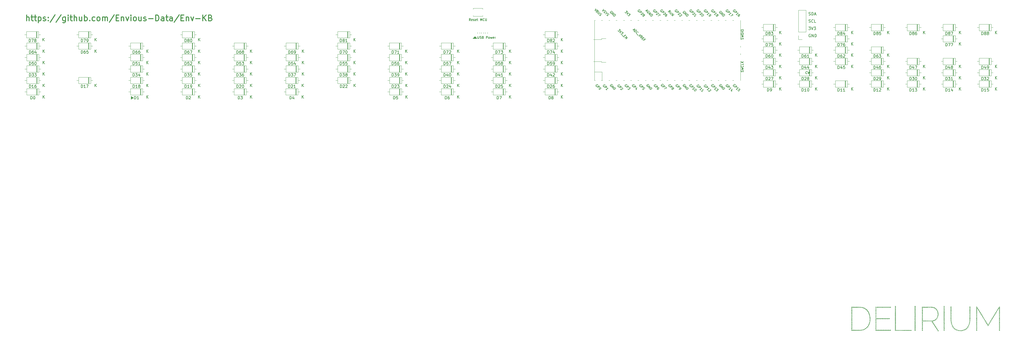
<source format=gto>
G04 #@! TF.GenerationSoftware,KiCad,Pcbnew,(5.1.9)-1*
G04 #@! TF.CreationDate,2021-05-27T06:16:38+01:00*
G04 #@! TF.ProjectId,ENV_KB,454e565f-4b42-42e6-9b69-6361645f7063,Rev.1*
G04 #@! TF.SameCoordinates,Original*
G04 #@! TF.FileFunction,Legend,Top*
G04 #@! TF.FilePolarity,Positive*
%FSLAX46Y46*%
G04 Gerber Fmt 4.6, Leading zero omitted, Abs format (unit mm)*
G04 Created by KiCad (PCBNEW (5.1.9)-1) date 2021-05-27 06:16:38*
%MOMM*%
%LPD*%
G01*
G04 APERTURE LIST*
%ADD10C,0.200000*%
%ADD11C,0.100000*%
%ADD12C,0.153000*%
%ADD13C,0.300000*%
%ADD14C,0.010000*%
%ADD15C,0.120000*%
%ADD16C,0.150000*%
%ADD17C,2.352000*%
%ADD18C,4.089800*%
%ADD19C,1.852000*%
%ADD20C,3.150000*%
%ADD21C,0.752000*%
%ADD22O,1.702000X1.702000*%
%ADD23O,1.802000X1.802000*%
%ADD24C,3.302000*%
G04 APERTURE END LIST*
D10*
X316991904Y-69060000D02*
X316896666Y-69012380D01*
X316753809Y-69012380D01*
X316610952Y-69060000D01*
X316515714Y-69155238D01*
X316468095Y-69250476D01*
X316420476Y-69440952D01*
X316420476Y-69583809D01*
X316468095Y-69774285D01*
X316515714Y-69869523D01*
X316610952Y-69964761D01*
X316753809Y-70012380D01*
X316849047Y-70012380D01*
X316991904Y-69964761D01*
X317039523Y-69917142D01*
X317039523Y-69583809D01*
X316849047Y-69583809D01*
X317468095Y-70012380D02*
X317468095Y-69012380D01*
X318039523Y-70012380D01*
X318039523Y-69012380D01*
X318515714Y-70012380D02*
X318515714Y-69012380D01*
X318753809Y-69012380D01*
X318896666Y-69060000D01*
X318991904Y-69155238D01*
X319039523Y-69250476D01*
X319087142Y-69440952D01*
X319087142Y-69583809D01*
X319039523Y-69774285D01*
X318991904Y-69869523D01*
X318896666Y-69964761D01*
X318753809Y-70012380D01*
X318515714Y-70012380D01*
X316372857Y-66487380D02*
X316991904Y-66487380D01*
X316658571Y-66868333D01*
X316801428Y-66868333D01*
X316896666Y-66915952D01*
X316944285Y-66963571D01*
X316991904Y-67058809D01*
X316991904Y-67296904D01*
X316944285Y-67392142D01*
X316896666Y-67439761D01*
X316801428Y-67487380D01*
X316515714Y-67487380D01*
X316420476Y-67439761D01*
X316372857Y-67392142D01*
X317277619Y-66487380D02*
X317610952Y-67487380D01*
X317944285Y-66487380D01*
X318182380Y-66487380D02*
X318801428Y-66487380D01*
X318468095Y-66868333D01*
X318610952Y-66868333D01*
X318706190Y-66915952D01*
X318753809Y-66963571D01*
X318801428Y-67058809D01*
X318801428Y-67296904D01*
X318753809Y-67392142D01*
X318706190Y-67439761D01*
X318610952Y-67487380D01*
X318325238Y-67487380D01*
X318230000Y-67439761D01*
X318182380Y-67392142D01*
X316420476Y-64889761D02*
X316563333Y-64937380D01*
X316801428Y-64937380D01*
X316896666Y-64889761D01*
X316944285Y-64842142D01*
X316991904Y-64746904D01*
X316991904Y-64651666D01*
X316944285Y-64556428D01*
X316896666Y-64508809D01*
X316801428Y-64461190D01*
X316610952Y-64413571D01*
X316515714Y-64365952D01*
X316468095Y-64318333D01*
X316420476Y-64223095D01*
X316420476Y-64127857D01*
X316468095Y-64032619D01*
X316515714Y-63985000D01*
X316610952Y-63937380D01*
X316849047Y-63937380D01*
X316991904Y-63985000D01*
X317991904Y-64842142D02*
X317944285Y-64889761D01*
X317801428Y-64937380D01*
X317706190Y-64937380D01*
X317563333Y-64889761D01*
X317468095Y-64794523D01*
X317420476Y-64699285D01*
X317372857Y-64508809D01*
X317372857Y-64365952D01*
X317420476Y-64175476D01*
X317468095Y-64080238D01*
X317563333Y-63985000D01*
X317706190Y-63937380D01*
X317801428Y-63937380D01*
X317944285Y-63985000D01*
X317991904Y-64032619D01*
X318896666Y-64937380D02*
X318420476Y-64937380D01*
X318420476Y-63937380D01*
D11*
G36*
X80675000Y-91260000D02*
G01*
X79825000Y-91835000D01*
X79825000Y-90685000D01*
X80675000Y-91260000D01*
G37*
X80675000Y-91260000D02*
X79825000Y-91835000D01*
X79825000Y-90685000D01*
X80675000Y-91260000D01*
D12*
X315815476Y-82820714D02*
X315777380Y-82858809D01*
X315663095Y-82896904D01*
X315586904Y-82896904D01*
X315472619Y-82858809D01*
X315396428Y-82782619D01*
X315358333Y-82706428D01*
X315320238Y-82554047D01*
X315320238Y-82439761D01*
X315358333Y-82287380D01*
X315396428Y-82211190D01*
X315472619Y-82135000D01*
X315586904Y-82096904D01*
X315663095Y-82096904D01*
X315777380Y-82135000D01*
X315815476Y-82173095D01*
X316082142Y-82096904D02*
X316272619Y-82896904D01*
X316425000Y-82325476D01*
X316577380Y-82896904D01*
X316767857Y-82096904D01*
D11*
G36*
X200530000Y-70585000D02*
G01*
X199130000Y-70585000D01*
X199830000Y-69785000D01*
X200530000Y-70585000D01*
G37*
X200530000Y-70585000D02*
X199130000Y-70585000D01*
X199830000Y-69785000D01*
X200530000Y-70585000D01*
D12*
X198353571Y-64346904D02*
X198086904Y-63965952D01*
X197896428Y-64346904D02*
X197896428Y-63546904D01*
X198201190Y-63546904D01*
X198277380Y-63585000D01*
X198315476Y-63623095D01*
X198353571Y-63699285D01*
X198353571Y-63813571D01*
X198315476Y-63889761D01*
X198277380Y-63927857D01*
X198201190Y-63965952D01*
X197896428Y-63965952D01*
X199001190Y-64308809D02*
X198925000Y-64346904D01*
X198772619Y-64346904D01*
X198696428Y-64308809D01*
X198658333Y-64232619D01*
X198658333Y-63927857D01*
X198696428Y-63851666D01*
X198772619Y-63813571D01*
X198925000Y-63813571D01*
X199001190Y-63851666D01*
X199039285Y-63927857D01*
X199039285Y-64004047D01*
X198658333Y-64080238D01*
X199344047Y-64308809D02*
X199420238Y-64346904D01*
X199572619Y-64346904D01*
X199648809Y-64308809D01*
X199686904Y-64232619D01*
X199686904Y-64194523D01*
X199648809Y-64118333D01*
X199572619Y-64080238D01*
X199458333Y-64080238D01*
X199382142Y-64042142D01*
X199344047Y-63965952D01*
X199344047Y-63927857D01*
X199382142Y-63851666D01*
X199458333Y-63813571D01*
X199572619Y-63813571D01*
X199648809Y-63851666D01*
X200334523Y-64308809D02*
X200258333Y-64346904D01*
X200105952Y-64346904D01*
X200029761Y-64308809D01*
X199991666Y-64232619D01*
X199991666Y-63927857D01*
X200029761Y-63851666D01*
X200105952Y-63813571D01*
X200258333Y-63813571D01*
X200334523Y-63851666D01*
X200372619Y-63927857D01*
X200372619Y-64004047D01*
X199991666Y-64080238D01*
X200601190Y-63813571D02*
X200905952Y-63813571D01*
X200715476Y-63546904D02*
X200715476Y-64232619D01*
X200753571Y-64308809D01*
X200829761Y-64346904D01*
X200905952Y-64346904D01*
X201782142Y-64346904D02*
X201782142Y-63546904D01*
X202048809Y-64118333D01*
X202315476Y-63546904D01*
X202315476Y-64346904D01*
X203153571Y-64270714D02*
X203115476Y-64308809D01*
X203001190Y-64346904D01*
X202925000Y-64346904D01*
X202810714Y-64308809D01*
X202734523Y-64232619D01*
X202696428Y-64156428D01*
X202658333Y-64004047D01*
X202658333Y-63889761D01*
X202696428Y-63737380D01*
X202734523Y-63661190D01*
X202810714Y-63585000D01*
X202925000Y-63546904D01*
X203001190Y-63546904D01*
X203115476Y-63585000D01*
X203153571Y-63623095D01*
X203496428Y-63546904D02*
X203496428Y-64194523D01*
X203534523Y-64270714D01*
X203572619Y-64308809D01*
X203648809Y-64346904D01*
X203801190Y-64346904D01*
X203877380Y-64308809D01*
X203915476Y-64270714D01*
X203953571Y-64194523D01*
X203953571Y-63546904D01*
D10*
X316420476Y-62339761D02*
X316563333Y-62387380D01*
X316801428Y-62387380D01*
X316896666Y-62339761D01*
X316944285Y-62292142D01*
X316991904Y-62196904D01*
X316991904Y-62101666D01*
X316944285Y-62006428D01*
X316896666Y-61958809D01*
X316801428Y-61911190D01*
X316610952Y-61863571D01*
X316515714Y-61815952D01*
X316468095Y-61768333D01*
X316420476Y-61673095D01*
X316420476Y-61577857D01*
X316468095Y-61482619D01*
X316515714Y-61435000D01*
X316610952Y-61387380D01*
X316849047Y-61387380D01*
X316991904Y-61435000D01*
X317420476Y-62387380D02*
X317420476Y-61387380D01*
X317658571Y-61387380D01*
X317801428Y-61435000D01*
X317896666Y-61530238D01*
X317944285Y-61625476D01*
X317991904Y-61815952D01*
X317991904Y-61958809D01*
X317944285Y-62149285D01*
X317896666Y-62244523D01*
X317801428Y-62339761D01*
X317658571Y-62387380D01*
X317420476Y-62387380D01*
X318372857Y-62101666D02*
X318849047Y-62101666D01*
X318277619Y-62387380D02*
X318610952Y-61387380D01*
X318944285Y-62387380D01*
D12*
X200794926Y-69746904D02*
X200794926Y-70394523D01*
X200833021Y-70470714D01*
X200871116Y-70508809D01*
X200947307Y-70546904D01*
X201099688Y-70546904D01*
X201175878Y-70508809D01*
X201213973Y-70470714D01*
X201252069Y-70394523D01*
X201252069Y-69746904D01*
X201594926Y-70508809D02*
X201709211Y-70546904D01*
X201899688Y-70546904D01*
X201975878Y-70508809D01*
X202013973Y-70470714D01*
X202052069Y-70394523D01*
X202052069Y-70318333D01*
X202013973Y-70242142D01*
X201975878Y-70204047D01*
X201899688Y-70165952D01*
X201747307Y-70127857D01*
X201671116Y-70089761D01*
X201633021Y-70051666D01*
X201594926Y-69975476D01*
X201594926Y-69899285D01*
X201633021Y-69823095D01*
X201671116Y-69785000D01*
X201747307Y-69746904D01*
X201937783Y-69746904D01*
X202052069Y-69785000D01*
X202661592Y-70127857D02*
X202775878Y-70165952D01*
X202813973Y-70204047D01*
X202852069Y-70280238D01*
X202852069Y-70394523D01*
X202813973Y-70470714D01*
X202775878Y-70508809D01*
X202699688Y-70546904D01*
X202394926Y-70546904D01*
X202394926Y-69746904D01*
X202661592Y-69746904D01*
X202737783Y-69785000D01*
X202775878Y-69823095D01*
X202813973Y-69899285D01*
X202813973Y-69975476D01*
X202775878Y-70051666D01*
X202737783Y-70089761D01*
X202661592Y-70127857D01*
X202394926Y-70127857D01*
X203804450Y-70546904D02*
X203804450Y-69746904D01*
X204109211Y-69746904D01*
X204185402Y-69785000D01*
X204223497Y-69823095D01*
X204261592Y-69899285D01*
X204261592Y-70013571D01*
X204223497Y-70089761D01*
X204185402Y-70127857D01*
X204109211Y-70165952D01*
X203804450Y-70165952D01*
X204718735Y-70546904D02*
X204642545Y-70508809D01*
X204604450Y-70470714D01*
X204566354Y-70394523D01*
X204566354Y-70165952D01*
X204604450Y-70089761D01*
X204642545Y-70051666D01*
X204718735Y-70013571D01*
X204833021Y-70013571D01*
X204909211Y-70051666D01*
X204947307Y-70089761D01*
X204985402Y-70165952D01*
X204985402Y-70394523D01*
X204947307Y-70470714D01*
X204909211Y-70508809D01*
X204833021Y-70546904D01*
X204718735Y-70546904D01*
X205252069Y-70013571D02*
X205404450Y-70546904D01*
X205556830Y-70165952D01*
X205709211Y-70546904D01*
X205861592Y-70013571D01*
X206471116Y-70508809D02*
X206394926Y-70546904D01*
X206242545Y-70546904D01*
X206166354Y-70508809D01*
X206128259Y-70432619D01*
X206128259Y-70127857D01*
X206166354Y-70051666D01*
X206242545Y-70013571D01*
X206394926Y-70013571D01*
X206471116Y-70051666D01*
X206509211Y-70127857D01*
X206509211Y-70204047D01*
X206128259Y-70280238D01*
X206852069Y-70546904D02*
X206852069Y-70013571D01*
X206852069Y-70165952D02*
X206890164Y-70089761D01*
X206928259Y-70051666D01*
X207004450Y-70013571D01*
X207080640Y-70013571D01*
D13*
X43371190Y-64364761D02*
X43371190Y-62364761D01*
X44228333Y-64364761D02*
X44228333Y-63317142D01*
X44133095Y-63126666D01*
X43942619Y-63031428D01*
X43656904Y-63031428D01*
X43466428Y-63126666D01*
X43371190Y-63221904D01*
X44895000Y-63031428D02*
X45656904Y-63031428D01*
X45180714Y-62364761D02*
X45180714Y-64079047D01*
X45275952Y-64269523D01*
X45466428Y-64364761D01*
X45656904Y-64364761D01*
X46037857Y-63031428D02*
X46799761Y-63031428D01*
X46323571Y-62364761D02*
X46323571Y-64079047D01*
X46418809Y-64269523D01*
X46609285Y-64364761D01*
X46799761Y-64364761D01*
X47466428Y-63031428D02*
X47466428Y-65031428D01*
X47466428Y-63126666D02*
X47656904Y-63031428D01*
X48037857Y-63031428D01*
X48228333Y-63126666D01*
X48323571Y-63221904D01*
X48418809Y-63412380D01*
X48418809Y-63983809D01*
X48323571Y-64174285D01*
X48228333Y-64269523D01*
X48037857Y-64364761D01*
X47656904Y-64364761D01*
X47466428Y-64269523D01*
X49180714Y-64269523D02*
X49371190Y-64364761D01*
X49752142Y-64364761D01*
X49942619Y-64269523D01*
X50037857Y-64079047D01*
X50037857Y-63983809D01*
X49942619Y-63793333D01*
X49752142Y-63698095D01*
X49466428Y-63698095D01*
X49275952Y-63602857D01*
X49180714Y-63412380D01*
X49180714Y-63317142D01*
X49275952Y-63126666D01*
X49466428Y-63031428D01*
X49752142Y-63031428D01*
X49942619Y-63126666D01*
X50895000Y-64174285D02*
X50990238Y-64269523D01*
X50895000Y-64364761D01*
X50799761Y-64269523D01*
X50895000Y-64174285D01*
X50895000Y-64364761D01*
X50895000Y-63126666D02*
X50990238Y-63221904D01*
X50895000Y-63317142D01*
X50799761Y-63221904D01*
X50895000Y-63126666D01*
X50895000Y-63317142D01*
X53275952Y-62269523D02*
X51561666Y-64840952D01*
X55371190Y-62269523D02*
X53656904Y-64840952D01*
X56895000Y-63031428D02*
X56895000Y-64650476D01*
X56799761Y-64840952D01*
X56704523Y-64936190D01*
X56514047Y-65031428D01*
X56228333Y-65031428D01*
X56037857Y-64936190D01*
X56895000Y-64269523D02*
X56704523Y-64364761D01*
X56323571Y-64364761D01*
X56133095Y-64269523D01*
X56037857Y-64174285D01*
X55942619Y-63983809D01*
X55942619Y-63412380D01*
X56037857Y-63221904D01*
X56133095Y-63126666D01*
X56323571Y-63031428D01*
X56704523Y-63031428D01*
X56895000Y-63126666D01*
X57847380Y-64364761D02*
X57847380Y-63031428D01*
X57847380Y-62364761D02*
X57752142Y-62460000D01*
X57847380Y-62555238D01*
X57942619Y-62460000D01*
X57847380Y-62364761D01*
X57847380Y-62555238D01*
X58514047Y-63031428D02*
X59275952Y-63031428D01*
X58799761Y-62364761D02*
X58799761Y-64079047D01*
X58895000Y-64269523D01*
X59085476Y-64364761D01*
X59275952Y-64364761D01*
X59942619Y-64364761D02*
X59942619Y-62364761D01*
X60799761Y-64364761D02*
X60799761Y-63317142D01*
X60704523Y-63126666D01*
X60514047Y-63031428D01*
X60228333Y-63031428D01*
X60037857Y-63126666D01*
X59942619Y-63221904D01*
X62609285Y-63031428D02*
X62609285Y-64364761D01*
X61752142Y-63031428D02*
X61752142Y-64079047D01*
X61847380Y-64269523D01*
X62037857Y-64364761D01*
X62323571Y-64364761D01*
X62514047Y-64269523D01*
X62609285Y-64174285D01*
X63561666Y-64364761D02*
X63561666Y-62364761D01*
X63561666Y-63126666D02*
X63752142Y-63031428D01*
X64133095Y-63031428D01*
X64323571Y-63126666D01*
X64418809Y-63221904D01*
X64514047Y-63412380D01*
X64514047Y-63983809D01*
X64418809Y-64174285D01*
X64323571Y-64269523D01*
X64133095Y-64364761D01*
X63752142Y-64364761D01*
X63561666Y-64269523D01*
X65371190Y-64174285D02*
X65466428Y-64269523D01*
X65371190Y-64364761D01*
X65275952Y-64269523D01*
X65371190Y-64174285D01*
X65371190Y-64364761D01*
X67180714Y-64269523D02*
X66990238Y-64364761D01*
X66609285Y-64364761D01*
X66418809Y-64269523D01*
X66323571Y-64174285D01*
X66228333Y-63983809D01*
X66228333Y-63412380D01*
X66323571Y-63221904D01*
X66418809Y-63126666D01*
X66609285Y-63031428D01*
X66990238Y-63031428D01*
X67180714Y-63126666D01*
X68323571Y-64364761D02*
X68133095Y-64269523D01*
X68037857Y-64174285D01*
X67942619Y-63983809D01*
X67942619Y-63412380D01*
X68037857Y-63221904D01*
X68133095Y-63126666D01*
X68323571Y-63031428D01*
X68609285Y-63031428D01*
X68799761Y-63126666D01*
X68895000Y-63221904D01*
X68990238Y-63412380D01*
X68990238Y-63983809D01*
X68895000Y-64174285D01*
X68799761Y-64269523D01*
X68609285Y-64364761D01*
X68323571Y-64364761D01*
X69847380Y-64364761D02*
X69847380Y-63031428D01*
X69847380Y-63221904D02*
X69942619Y-63126666D01*
X70133095Y-63031428D01*
X70418809Y-63031428D01*
X70609285Y-63126666D01*
X70704523Y-63317142D01*
X70704523Y-64364761D01*
X70704523Y-63317142D02*
X70799761Y-63126666D01*
X70990238Y-63031428D01*
X71275952Y-63031428D01*
X71466428Y-63126666D01*
X71561666Y-63317142D01*
X71561666Y-64364761D01*
X73942619Y-62269523D02*
X72228333Y-64840952D01*
X74609285Y-63317142D02*
X75275952Y-63317142D01*
X75561666Y-64364761D02*
X74609285Y-64364761D01*
X74609285Y-62364761D01*
X75561666Y-62364761D01*
X76418809Y-63031428D02*
X76418809Y-64364761D01*
X76418809Y-63221904D02*
X76514047Y-63126666D01*
X76704523Y-63031428D01*
X76990238Y-63031428D01*
X77180714Y-63126666D01*
X77275952Y-63317142D01*
X77275952Y-64364761D01*
X78037857Y-63031428D02*
X78514047Y-64364761D01*
X78990238Y-63031428D01*
X79752142Y-64364761D02*
X79752142Y-63031428D01*
X79752142Y-62364761D02*
X79656904Y-62460000D01*
X79752142Y-62555238D01*
X79847380Y-62460000D01*
X79752142Y-62364761D01*
X79752142Y-62555238D01*
X80990238Y-64364761D02*
X80799761Y-64269523D01*
X80704523Y-64174285D01*
X80609285Y-63983809D01*
X80609285Y-63412380D01*
X80704523Y-63221904D01*
X80799761Y-63126666D01*
X80990238Y-63031428D01*
X81275952Y-63031428D01*
X81466428Y-63126666D01*
X81561666Y-63221904D01*
X81656904Y-63412380D01*
X81656904Y-63983809D01*
X81561666Y-64174285D01*
X81466428Y-64269523D01*
X81275952Y-64364761D01*
X80990238Y-64364761D01*
X83371190Y-63031428D02*
X83371190Y-64364761D01*
X82514047Y-63031428D02*
X82514047Y-64079047D01*
X82609285Y-64269523D01*
X82799761Y-64364761D01*
X83085476Y-64364761D01*
X83275952Y-64269523D01*
X83371190Y-64174285D01*
X84228333Y-64269523D02*
X84418809Y-64364761D01*
X84799761Y-64364761D01*
X84990238Y-64269523D01*
X85085476Y-64079047D01*
X85085476Y-63983809D01*
X84990238Y-63793333D01*
X84799761Y-63698095D01*
X84514047Y-63698095D01*
X84323571Y-63602857D01*
X84228333Y-63412380D01*
X84228333Y-63317142D01*
X84323571Y-63126666D01*
X84514047Y-63031428D01*
X84799761Y-63031428D01*
X84990238Y-63126666D01*
X85942619Y-63602857D02*
X87466428Y-63602857D01*
X88418809Y-64364761D02*
X88418809Y-62364761D01*
X88895000Y-62364761D01*
X89180714Y-62460000D01*
X89371190Y-62650476D01*
X89466428Y-62840952D01*
X89561666Y-63221904D01*
X89561666Y-63507619D01*
X89466428Y-63888571D01*
X89371190Y-64079047D01*
X89180714Y-64269523D01*
X88895000Y-64364761D01*
X88418809Y-64364761D01*
X91275952Y-64364761D02*
X91275952Y-63317142D01*
X91180714Y-63126666D01*
X90990238Y-63031428D01*
X90609285Y-63031428D01*
X90418809Y-63126666D01*
X91275952Y-64269523D02*
X91085476Y-64364761D01*
X90609285Y-64364761D01*
X90418809Y-64269523D01*
X90323571Y-64079047D01*
X90323571Y-63888571D01*
X90418809Y-63698095D01*
X90609285Y-63602857D01*
X91085476Y-63602857D01*
X91275952Y-63507619D01*
X91942619Y-63031428D02*
X92704523Y-63031428D01*
X92228333Y-62364761D02*
X92228333Y-64079047D01*
X92323571Y-64269523D01*
X92514047Y-64364761D01*
X92704523Y-64364761D01*
X94228333Y-64364761D02*
X94228333Y-63317142D01*
X94133095Y-63126666D01*
X93942619Y-63031428D01*
X93561666Y-63031428D01*
X93371190Y-63126666D01*
X94228333Y-64269523D02*
X94037857Y-64364761D01*
X93561666Y-64364761D01*
X93371190Y-64269523D01*
X93275952Y-64079047D01*
X93275952Y-63888571D01*
X93371190Y-63698095D01*
X93561666Y-63602857D01*
X94037857Y-63602857D01*
X94228333Y-63507619D01*
X96609285Y-62269523D02*
X94894999Y-64840952D01*
X97275952Y-63317142D02*
X97942619Y-63317142D01*
X98228333Y-64364761D02*
X97275952Y-64364761D01*
X97275952Y-62364761D01*
X98228333Y-62364761D01*
X99085476Y-63031428D02*
X99085476Y-64364761D01*
X99085476Y-63221904D02*
X99180714Y-63126666D01*
X99371190Y-63031428D01*
X99656904Y-63031428D01*
X99847380Y-63126666D01*
X99942619Y-63317142D01*
X99942619Y-64364761D01*
X100704523Y-63031428D02*
X101180714Y-64364761D01*
X101656904Y-63031428D01*
X102418809Y-63602857D02*
X103942619Y-63602857D01*
X104894999Y-64364761D02*
X104894999Y-62364761D01*
X106037857Y-64364761D02*
X105180714Y-63221904D01*
X106037857Y-62364761D02*
X104894999Y-63507619D01*
X107561666Y-63317142D02*
X107847380Y-63412380D01*
X107942619Y-63507619D01*
X108037857Y-63698095D01*
X108037857Y-63983809D01*
X107942619Y-64174285D01*
X107847380Y-64269523D01*
X107656904Y-64364761D01*
X106894999Y-64364761D01*
X106894999Y-62364761D01*
X107561666Y-62364761D01*
X107752142Y-62460000D01*
X107847380Y-62555238D01*
X107942619Y-62745714D01*
X107942619Y-62936190D01*
X107847380Y-63126666D01*
X107752142Y-63221904D01*
X107561666Y-63317142D01*
X106894999Y-63317142D01*
D14*
G36*
X363666549Y-164105714D02*
G01*
X363709757Y-164144505D01*
X363728694Y-164200932D01*
X363729000Y-164209733D01*
X363713982Y-164268055D01*
X363673703Y-164309695D01*
X363615326Y-164327753D01*
X363606234Y-164328007D01*
X363561645Y-164324100D01*
X363531245Y-164315058D01*
X363531093Y-164314962D01*
X363501958Y-164279155D01*
X363487155Y-164226520D01*
X363490507Y-164172425D01*
X363493412Y-164163511D01*
X363517403Y-164118745D01*
X363552163Y-164097093D01*
X363606234Y-164091459D01*
X363666549Y-164105714D01*
G37*
X363666549Y-164105714D02*
X363709757Y-164144505D01*
X363728694Y-164200932D01*
X363729000Y-164209733D01*
X363713982Y-164268055D01*
X363673703Y-164309695D01*
X363615326Y-164327753D01*
X363606234Y-164328007D01*
X363561645Y-164324100D01*
X363531245Y-164315058D01*
X363531093Y-164314962D01*
X363501958Y-164279155D01*
X363487155Y-164226520D01*
X363490507Y-164172425D01*
X363493412Y-164163511D01*
X363517403Y-164118745D01*
X363552163Y-164097093D01*
X363606234Y-164091459D01*
X363666549Y-164105714D01*
G36*
X353540416Y-164105714D02*
G01*
X353583624Y-164144505D01*
X353602560Y-164200932D01*
X353602867Y-164209733D01*
X353587849Y-164268055D01*
X353547570Y-164309695D01*
X353489193Y-164327753D01*
X353480100Y-164328007D01*
X353435512Y-164324100D01*
X353405111Y-164315058D01*
X353404960Y-164314962D01*
X353375825Y-164279155D01*
X353361022Y-164226520D01*
X353364373Y-164172425D01*
X353367279Y-164163511D01*
X353391270Y-164118745D01*
X353426030Y-164097093D01*
X353480100Y-164091459D01*
X353540416Y-164105714D01*
G37*
X353540416Y-164105714D02*
X353583624Y-164144505D01*
X353602560Y-164200932D01*
X353602867Y-164209733D01*
X353587849Y-164268055D01*
X353547570Y-164309695D01*
X353489193Y-164327753D01*
X353480100Y-164328007D01*
X353435512Y-164324100D01*
X353405111Y-164315058D01*
X353404960Y-164314962D01*
X353375825Y-164279155D01*
X353361022Y-164226520D01*
X353364373Y-164172425D01*
X353367279Y-164163511D01*
X353391270Y-164118745D01*
X353426030Y-164097093D01*
X353480100Y-164091459D01*
X353540416Y-164105714D01*
G36*
X346664195Y-164101859D02*
G01*
X346702630Y-164135131D01*
X346718162Y-164192951D01*
X346718697Y-164209733D01*
X346708107Y-164273408D01*
X346675051Y-164312094D01*
X346617607Y-164327727D01*
X346600934Y-164328266D01*
X346551993Y-164320688D01*
X346515655Y-164304513D01*
X346491524Y-164271877D01*
X346483234Y-164216796D01*
X346483170Y-164209733D01*
X346493760Y-164146057D01*
X346526816Y-164107372D01*
X346584260Y-164091738D01*
X346600934Y-164091200D01*
X346664195Y-164101859D01*
G37*
X346664195Y-164101859D02*
X346702630Y-164135131D01*
X346718162Y-164192951D01*
X346718697Y-164209733D01*
X346708107Y-164273408D01*
X346675051Y-164312094D01*
X346617607Y-164327727D01*
X346600934Y-164328266D01*
X346551993Y-164320688D01*
X346515655Y-164304513D01*
X346491524Y-164271877D01*
X346483234Y-164216796D01*
X346483170Y-164209733D01*
X346493760Y-164146057D01*
X346526816Y-164107372D01*
X346584260Y-164091738D01*
X346600934Y-164091200D01*
X346664195Y-164101859D01*
G36*
X372684927Y-164307964D02*
G01*
X372709509Y-164325366D01*
X372731763Y-164370426D01*
X372736499Y-164426688D01*
X372723969Y-164478859D01*
X372706567Y-164503442D01*
X372661507Y-164525695D01*
X372605245Y-164530431D01*
X372553074Y-164517902D01*
X372528491Y-164500499D01*
X372506238Y-164455440D01*
X372501502Y-164399178D01*
X372514031Y-164347006D01*
X372531434Y-164322424D01*
X372576493Y-164300170D01*
X372632755Y-164295434D01*
X372684927Y-164307964D01*
G37*
X372684927Y-164307964D02*
X372709509Y-164325366D01*
X372731763Y-164370426D01*
X372736499Y-164426688D01*
X372723969Y-164478859D01*
X372706567Y-164503442D01*
X372661507Y-164525695D01*
X372605245Y-164530431D01*
X372553074Y-164517902D01*
X372528491Y-164500499D01*
X372506238Y-164455440D01*
X372501502Y-164399178D01*
X372514031Y-164347006D01*
X372531434Y-164322424D01*
X372576493Y-164300170D01*
X372632755Y-164295434D01*
X372684927Y-164307964D01*
G36*
X366063605Y-164307889D02*
G01*
X366101806Y-164346910D01*
X366116500Y-164409295D01*
X366116600Y-164415875D01*
X366103678Y-164477127D01*
X366065622Y-164515917D01*
X366003497Y-164531248D01*
X365993460Y-164531466D01*
X365939898Y-164522645D01*
X365905894Y-164493832D01*
X365881273Y-164434804D01*
X365885129Y-164377640D01*
X365913578Y-164330242D01*
X365962737Y-164300510D01*
X366003909Y-164294400D01*
X366063605Y-164307889D01*
G37*
X366063605Y-164307889D02*
X366101806Y-164346910D01*
X366116500Y-164409295D01*
X366116600Y-164415875D01*
X366103678Y-164477127D01*
X366065622Y-164515917D01*
X366003497Y-164531248D01*
X365993460Y-164531466D01*
X365939898Y-164522645D01*
X365905894Y-164493832D01*
X365881273Y-164434804D01*
X365885129Y-164377640D01*
X365913578Y-164330242D01*
X365962737Y-164300510D01*
X366003909Y-164294400D01*
X366063605Y-164307889D01*
G36*
X382997327Y-164358764D02*
G01*
X383021909Y-164376166D01*
X383044163Y-164421226D01*
X383048899Y-164477488D01*
X383036369Y-164529659D01*
X383018967Y-164554242D01*
X382973907Y-164576495D01*
X382917645Y-164581231D01*
X382865474Y-164568702D01*
X382840891Y-164551299D01*
X382818638Y-164506240D01*
X382813902Y-164449978D01*
X382826431Y-164397806D01*
X382843834Y-164373224D01*
X382888893Y-164350970D01*
X382945155Y-164346234D01*
X382997327Y-164358764D01*
G37*
X382997327Y-164358764D02*
X383021909Y-164376166D01*
X383044163Y-164421226D01*
X383048899Y-164477488D01*
X383036369Y-164529659D01*
X383018967Y-164554242D01*
X382973907Y-164576495D01*
X382917645Y-164581231D01*
X382865474Y-164568702D01*
X382840891Y-164551299D01*
X382818638Y-164506240D01*
X382813902Y-164449978D01*
X382826431Y-164397806D01*
X382843834Y-164373224D01*
X382888893Y-164350970D01*
X382945155Y-164346234D01*
X382997327Y-164358764D01*
G36*
X375028646Y-164359332D02*
G01*
X375069884Y-164396329D01*
X375089685Y-164448084D01*
X375084185Y-164506496D01*
X375064907Y-164544632D01*
X375027790Y-164571734D01*
X374974812Y-164582891D01*
X374920436Y-164577237D01*
X374880810Y-164555657D01*
X374859869Y-164514466D01*
X374854685Y-164459231D01*
X374864886Y-164405622D01*
X374885167Y-164373224D01*
X374924228Y-164352970D01*
X374969834Y-164345200D01*
X375028646Y-164359332D01*
G37*
X375028646Y-164359332D02*
X375069884Y-164396329D01*
X375089685Y-164448084D01*
X375084185Y-164506496D01*
X375064907Y-164544632D01*
X375027790Y-164571734D01*
X374974812Y-164582891D01*
X374920436Y-164577237D01*
X374880810Y-164555657D01*
X374859869Y-164514466D01*
X374854685Y-164459231D01*
X374864886Y-164405622D01*
X374885167Y-164373224D01*
X374924228Y-164352970D01*
X374969834Y-164345200D01*
X375028646Y-164359332D01*
G36*
X359008895Y-164368551D02*
G01*
X359021534Y-164379066D01*
X359051662Y-164429077D01*
X359054022Y-164482896D01*
X359032398Y-164532031D01*
X358990574Y-164567984D01*
X358932334Y-164582260D01*
X358931025Y-164582266D01*
X358878503Y-164572140D01*
X358846358Y-164551299D01*
X358824104Y-164506240D01*
X358819368Y-164449978D01*
X358831898Y-164397806D01*
X358849300Y-164373224D01*
X358897921Y-164349554D01*
X358956234Y-164348170D01*
X359008895Y-164368551D01*
G37*
X359008895Y-164368551D02*
X359021534Y-164379066D01*
X359051662Y-164429077D01*
X359054022Y-164482896D01*
X359032398Y-164532031D01*
X358990574Y-164567984D01*
X358932334Y-164582260D01*
X358931025Y-164582266D01*
X358878503Y-164572140D01*
X358846358Y-164551299D01*
X358824104Y-164506240D01*
X358819368Y-164449978D01*
X358831898Y-164397806D01*
X358849300Y-164373224D01*
X358897921Y-164349554D01*
X358956234Y-164348170D01*
X359008895Y-164368551D01*
G36*
X358575577Y-164357375D02*
G01*
X358615602Y-164393749D01*
X358631720Y-164454097D01*
X358632067Y-164466675D01*
X358619145Y-164527927D01*
X358581089Y-164566717D01*
X358518964Y-164582048D01*
X358508927Y-164582266D01*
X358455364Y-164573445D01*
X358421360Y-164544632D01*
X358400821Y-164499083D01*
X358395000Y-164463733D01*
X358408587Y-164401456D01*
X358447106Y-164360829D01*
X358507194Y-164345263D01*
X358511869Y-164345200D01*
X358575577Y-164357375D01*
G37*
X358575577Y-164357375D02*
X358615602Y-164393749D01*
X358631720Y-164454097D01*
X358632067Y-164466675D01*
X358619145Y-164527927D01*
X358581089Y-164566717D01*
X358518964Y-164582048D01*
X358508927Y-164582266D01*
X358455364Y-164573445D01*
X358421360Y-164544632D01*
X358400821Y-164499083D01*
X358395000Y-164463733D01*
X358408587Y-164401456D01*
X358447106Y-164360829D01*
X358507194Y-164345263D01*
X358511869Y-164345200D01*
X358575577Y-164357375D01*
G36*
X358161929Y-164355859D02*
G01*
X358200363Y-164389131D01*
X358215895Y-164446951D01*
X358216430Y-164463733D01*
X358205840Y-164527408D01*
X358172785Y-164566094D01*
X358115340Y-164581727D01*
X358098667Y-164582266D01*
X358049727Y-164574688D01*
X358013388Y-164558513D01*
X357989257Y-164525877D01*
X357980968Y-164470796D01*
X357980903Y-164463733D01*
X357991494Y-164400057D01*
X358024549Y-164361372D01*
X358081994Y-164345738D01*
X358098667Y-164345200D01*
X358161929Y-164355859D01*
G37*
X358161929Y-164355859D02*
X358200363Y-164389131D01*
X358215895Y-164446951D01*
X358216430Y-164463733D01*
X358205840Y-164527408D01*
X358172785Y-164566094D01*
X358115340Y-164581727D01*
X358098667Y-164582266D01*
X358049727Y-164574688D01*
X358013388Y-164558513D01*
X357989257Y-164525877D01*
X357980968Y-164470796D01*
X357980903Y-164463733D01*
X357991494Y-164400057D01*
X358024549Y-164361372D01*
X358081994Y-164345738D01*
X358098667Y-164345200D01*
X358161929Y-164355859D01*
G36*
X359347500Y-164362392D02*
G01*
X359403154Y-164368491D01*
X359437326Y-164390861D01*
X359460322Y-164434444D01*
X359467439Y-164487129D01*
X359455697Y-164541190D01*
X359428918Y-164581256D01*
X359422641Y-164585896D01*
X359376474Y-164598897D01*
X359320024Y-164594552D01*
X359270677Y-164575041D01*
X359258600Y-164565333D01*
X359228661Y-164515426D01*
X359226316Y-164461501D01*
X359247764Y-164412234D01*
X359289204Y-164376305D01*
X359346833Y-164362391D01*
X359347500Y-164362392D01*
G37*
X359347500Y-164362392D02*
X359403154Y-164368491D01*
X359437326Y-164390861D01*
X359460322Y-164434444D01*
X359467439Y-164487129D01*
X359455697Y-164541190D01*
X359428918Y-164581256D01*
X359422641Y-164585896D01*
X359376474Y-164598897D01*
X359320024Y-164594552D01*
X359270677Y-164575041D01*
X359258600Y-164565333D01*
X359228661Y-164515426D01*
X359226316Y-164461501D01*
X359247764Y-164412234D01*
X359289204Y-164376305D01*
X359346833Y-164362391D01*
X359347500Y-164362392D01*
G36*
X357755829Y-164385484D02*
G01*
X357768467Y-164396000D01*
X357798595Y-164446010D01*
X357800955Y-164499830D01*
X357779331Y-164548964D01*
X357737507Y-164584917D01*
X357679267Y-164599193D01*
X357677958Y-164599200D01*
X357625436Y-164589073D01*
X357593291Y-164568233D01*
X357571038Y-164523173D01*
X357566302Y-164466911D01*
X357578831Y-164414740D01*
X357596234Y-164390157D01*
X357644854Y-164366487D01*
X357703167Y-164365103D01*
X357755829Y-164385484D01*
G37*
X357755829Y-164385484D02*
X357768467Y-164396000D01*
X357798595Y-164446010D01*
X357800955Y-164499830D01*
X357779331Y-164548964D01*
X357737507Y-164584917D01*
X357679267Y-164599193D01*
X357677958Y-164599200D01*
X357625436Y-164589073D01*
X357593291Y-164568233D01*
X357571038Y-164523173D01*
X357566302Y-164466911D01*
X357578831Y-164414740D01*
X357596234Y-164390157D01*
X357644854Y-164366487D01*
X357703167Y-164365103D01*
X357755829Y-164385484D01*
G36*
X357318831Y-164372259D02*
G01*
X357350976Y-164393100D01*
X357373229Y-164438159D01*
X357377965Y-164494421D01*
X357365436Y-164546593D01*
X357348033Y-164571175D01*
X357299413Y-164594845D01*
X357241100Y-164596229D01*
X357188438Y-164575848D01*
X357175800Y-164565333D01*
X357145672Y-164515322D01*
X357143312Y-164461503D01*
X357164936Y-164412368D01*
X357206760Y-164376415D01*
X357265000Y-164362139D01*
X357266309Y-164362133D01*
X357318831Y-164372259D01*
G37*
X357318831Y-164372259D02*
X357350976Y-164393100D01*
X357373229Y-164438159D01*
X357377965Y-164494421D01*
X357365436Y-164546593D01*
X357348033Y-164571175D01*
X357299413Y-164594845D01*
X357241100Y-164596229D01*
X357188438Y-164575848D01*
X357175800Y-164565333D01*
X357145672Y-164515322D01*
X357143312Y-164461503D01*
X357164936Y-164412368D01*
X357206760Y-164376415D01*
X357265000Y-164362139D01*
X357266309Y-164362133D01*
X357318831Y-164372259D01*
G36*
X356908862Y-164372793D02*
G01*
X356947297Y-164406064D01*
X356962829Y-164463884D01*
X356963364Y-164480666D01*
X356952773Y-164544342D01*
X356919718Y-164583027D01*
X356862273Y-164598661D01*
X356845600Y-164599200D01*
X356796660Y-164591621D01*
X356760321Y-164575446D01*
X356736190Y-164542810D01*
X356727901Y-164487729D01*
X356727837Y-164480666D01*
X356738427Y-164416991D01*
X356771482Y-164378305D01*
X356828927Y-164362672D01*
X356845600Y-164362133D01*
X356908862Y-164372793D01*
G37*
X356908862Y-164372793D02*
X356947297Y-164406064D01*
X356962829Y-164463884D01*
X356963364Y-164480666D01*
X356952773Y-164544342D01*
X356919718Y-164583027D01*
X356862273Y-164598661D01*
X356845600Y-164599200D01*
X356796660Y-164591621D01*
X356760321Y-164575446D01*
X356736190Y-164542810D01*
X356727901Y-164487729D01*
X356727837Y-164480666D01*
X356738427Y-164416991D01*
X356771482Y-164378305D01*
X356828927Y-164362672D01*
X356845600Y-164362133D01*
X356908862Y-164372793D01*
G36*
X356494872Y-164376322D02*
G01*
X356534208Y-164416033D01*
X356549228Y-164476981D01*
X356549267Y-164480666D01*
X356539382Y-164528490D01*
X356522907Y-164561565D01*
X356484692Y-164589943D01*
X356431607Y-164600266D01*
X356377752Y-164592019D01*
X356340225Y-164568233D01*
X356317971Y-164523173D01*
X356313235Y-164466911D01*
X356325765Y-164414740D01*
X356343167Y-164390157D01*
X356380917Y-164371017D01*
X356431048Y-164362199D01*
X356435340Y-164362133D01*
X356494872Y-164376322D01*
G37*
X356494872Y-164376322D02*
X356534208Y-164416033D01*
X356549228Y-164476981D01*
X356549267Y-164480666D01*
X356539382Y-164528490D01*
X356522907Y-164561565D01*
X356484692Y-164589943D01*
X356431607Y-164600266D01*
X356377752Y-164592019D01*
X356340225Y-164568233D01*
X356317971Y-164523173D01*
X356313235Y-164466911D01*
X356325765Y-164414740D01*
X356343167Y-164390157D01*
X356380917Y-164371017D01*
X356431048Y-164362199D01*
X356435340Y-164362133D01*
X356494872Y-164376322D01*
G36*
X333937577Y-164374308D02*
G01*
X333977602Y-164410682D01*
X333993720Y-164471030D01*
X333994067Y-164483608D01*
X333981145Y-164544860D01*
X333943089Y-164583651D01*
X333880964Y-164598982D01*
X333870927Y-164599200D01*
X333817364Y-164590378D01*
X333783360Y-164561565D01*
X333762821Y-164516017D01*
X333757000Y-164480666D01*
X333770587Y-164418389D01*
X333809106Y-164377762D01*
X333869194Y-164362196D01*
X333873869Y-164362133D01*
X333937577Y-164374308D01*
G37*
X333937577Y-164374308D02*
X333977602Y-164410682D01*
X333993720Y-164471030D01*
X333994067Y-164483608D01*
X333981145Y-164544860D01*
X333943089Y-164583651D01*
X333880964Y-164598982D01*
X333870927Y-164599200D01*
X333817364Y-164590378D01*
X333783360Y-164561565D01*
X333762821Y-164516017D01*
X333757000Y-164480666D01*
X333770587Y-164418389D01*
X333809106Y-164377762D01*
X333869194Y-164362196D01*
X333873869Y-164362133D01*
X333937577Y-164374308D01*
G36*
X333523929Y-164372793D02*
G01*
X333562363Y-164406064D01*
X333577895Y-164463884D01*
X333578430Y-164480666D01*
X333567840Y-164544342D01*
X333534785Y-164583027D01*
X333477340Y-164598661D01*
X333460667Y-164599200D01*
X333411727Y-164591621D01*
X333375388Y-164575446D01*
X333351257Y-164542810D01*
X333342968Y-164487729D01*
X333342903Y-164480666D01*
X333353494Y-164416991D01*
X333386549Y-164378305D01*
X333443994Y-164362672D01*
X333460667Y-164362133D01*
X333523929Y-164372793D01*
G37*
X333523929Y-164372793D02*
X333562363Y-164406064D01*
X333577895Y-164463884D01*
X333578430Y-164480666D01*
X333567840Y-164544342D01*
X333534785Y-164583027D01*
X333477340Y-164598661D01*
X333460667Y-164599200D01*
X333411727Y-164591621D01*
X333375388Y-164575446D01*
X333351257Y-164542810D01*
X333342968Y-164487729D01*
X333342903Y-164480666D01*
X333353494Y-164416991D01*
X333386549Y-164378305D01*
X333443994Y-164362672D01*
X333460667Y-164362133D01*
X333523929Y-164372793D01*
G36*
X333117829Y-164385484D02*
G01*
X333130467Y-164396000D01*
X333160595Y-164446010D01*
X333162955Y-164499830D01*
X333141331Y-164548964D01*
X333099507Y-164584917D01*
X333041267Y-164599193D01*
X333039958Y-164599200D01*
X332987436Y-164589073D01*
X332955291Y-164568233D01*
X332933038Y-164523173D01*
X332928302Y-164466911D01*
X332940831Y-164414740D01*
X332958234Y-164390157D01*
X333006854Y-164366487D01*
X333065167Y-164365103D01*
X333117829Y-164385484D01*
G37*
X333117829Y-164385484D02*
X333130467Y-164396000D01*
X333160595Y-164446010D01*
X333162955Y-164499830D01*
X333141331Y-164548964D01*
X333099507Y-164584917D01*
X333041267Y-164599193D01*
X333039958Y-164599200D01*
X332987436Y-164589073D01*
X332955291Y-164568233D01*
X332933038Y-164523173D01*
X332928302Y-164466911D01*
X332940831Y-164414740D01*
X332958234Y-164390157D01*
X333006854Y-164366487D01*
X333065167Y-164365103D01*
X333117829Y-164385484D01*
G36*
X332680831Y-164372259D02*
G01*
X332712976Y-164393100D01*
X332735229Y-164438159D01*
X332739965Y-164494421D01*
X332727436Y-164546593D01*
X332710033Y-164571175D01*
X332661413Y-164594845D01*
X332603100Y-164596229D01*
X332550438Y-164575848D01*
X332537800Y-164565333D01*
X332507672Y-164515322D01*
X332505312Y-164461503D01*
X332526936Y-164412368D01*
X332568760Y-164376415D01*
X332627000Y-164362139D01*
X332628309Y-164362133D01*
X332680831Y-164372259D01*
G37*
X332680831Y-164372259D02*
X332712976Y-164393100D01*
X332735229Y-164438159D01*
X332739965Y-164494421D01*
X332727436Y-164546593D01*
X332710033Y-164571175D01*
X332661413Y-164594845D01*
X332603100Y-164596229D01*
X332550438Y-164575848D01*
X332537800Y-164565333D01*
X332507672Y-164515322D01*
X332505312Y-164461503D01*
X332526936Y-164412368D01*
X332568760Y-164376415D01*
X332627000Y-164362139D01*
X332628309Y-164362133D01*
X332680831Y-164372259D01*
G36*
X332270862Y-164372793D02*
G01*
X332309297Y-164406064D01*
X332324829Y-164463884D01*
X332325364Y-164480666D01*
X332314773Y-164544342D01*
X332281718Y-164583027D01*
X332224273Y-164598661D01*
X332207600Y-164599200D01*
X332158660Y-164591621D01*
X332122321Y-164575446D01*
X332098190Y-164542810D01*
X332089901Y-164487729D01*
X332089837Y-164480666D01*
X332100427Y-164416991D01*
X332133482Y-164378305D01*
X332190927Y-164362672D01*
X332207600Y-164362133D01*
X332270862Y-164372793D01*
G37*
X332270862Y-164372793D02*
X332309297Y-164406064D01*
X332324829Y-164463884D01*
X332325364Y-164480666D01*
X332314773Y-164544342D01*
X332281718Y-164583027D01*
X332224273Y-164598661D01*
X332207600Y-164599200D01*
X332158660Y-164591621D01*
X332122321Y-164575446D01*
X332098190Y-164542810D01*
X332089901Y-164487729D01*
X332089837Y-164480666D01*
X332100427Y-164416991D01*
X332133482Y-164378305D01*
X332190927Y-164362672D01*
X332207600Y-164362133D01*
X332270862Y-164372793D01*
G36*
X331856872Y-164376322D02*
G01*
X331896208Y-164416033D01*
X331911228Y-164476981D01*
X331911267Y-164480666D01*
X331901382Y-164528490D01*
X331884907Y-164561565D01*
X331846692Y-164589943D01*
X331793607Y-164600266D01*
X331739752Y-164592019D01*
X331702225Y-164568233D01*
X331679971Y-164523173D01*
X331675235Y-164466911D01*
X331687765Y-164414740D01*
X331705167Y-164390157D01*
X331742917Y-164371017D01*
X331793048Y-164362199D01*
X331797340Y-164362133D01*
X331856872Y-164376322D01*
G37*
X331856872Y-164376322D02*
X331896208Y-164416033D01*
X331911228Y-164476981D01*
X331911267Y-164480666D01*
X331901382Y-164528490D01*
X331884907Y-164561565D01*
X331846692Y-164589943D01*
X331793607Y-164600266D01*
X331739752Y-164592019D01*
X331702225Y-164568233D01*
X331679971Y-164523173D01*
X331675235Y-164466911D01*
X331687765Y-164414740D01*
X331705167Y-164390157D01*
X331742917Y-164371017D01*
X331793048Y-164362199D01*
X331797340Y-164362133D01*
X331856872Y-164376322D01*
G36*
X344940564Y-164389192D02*
G01*
X344972709Y-164410033D01*
X344994963Y-164455093D01*
X344999699Y-164511354D01*
X344987169Y-164563526D01*
X344969767Y-164588108D01*
X344921146Y-164611778D01*
X344862833Y-164613163D01*
X344810172Y-164592781D01*
X344797534Y-164582266D01*
X344767405Y-164532256D01*
X344765045Y-164478436D01*
X344786669Y-164429302D01*
X344828493Y-164393349D01*
X344886733Y-164379072D01*
X344888042Y-164379066D01*
X344940564Y-164389192D01*
G37*
X344940564Y-164389192D02*
X344972709Y-164410033D01*
X344994963Y-164455093D01*
X344999699Y-164511354D01*
X344987169Y-164563526D01*
X344969767Y-164588108D01*
X344921146Y-164611778D01*
X344862833Y-164613163D01*
X344810172Y-164592781D01*
X344797534Y-164582266D01*
X344767405Y-164532256D01*
X344765045Y-164478436D01*
X344786669Y-164429302D01*
X344828493Y-164393349D01*
X344886733Y-164379072D01*
X344888042Y-164379066D01*
X344940564Y-164389192D01*
G36*
X344531883Y-164393580D02*
G01*
X344575090Y-164432371D01*
X344594027Y-164488798D01*
X344594334Y-164497600D01*
X344579316Y-164555922D01*
X344539037Y-164597562D01*
X344480659Y-164615619D01*
X344471567Y-164615874D01*
X344426978Y-164611967D01*
X344396578Y-164602924D01*
X344396426Y-164602829D01*
X344367292Y-164567021D01*
X344352489Y-164514386D01*
X344355840Y-164460292D01*
X344358745Y-164451377D01*
X344382737Y-164406612D01*
X344417496Y-164384959D01*
X344471567Y-164379325D01*
X344531883Y-164393580D01*
G37*
X344531883Y-164393580D02*
X344575090Y-164432371D01*
X344594027Y-164488798D01*
X344594334Y-164497600D01*
X344579316Y-164555922D01*
X344539037Y-164597562D01*
X344480659Y-164615619D01*
X344471567Y-164615874D01*
X344426978Y-164611967D01*
X344396578Y-164602924D01*
X344396426Y-164602829D01*
X344367292Y-164567021D01*
X344352489Y-164514386D01*
X344355840Y-164460292D01*
X344358745Y-164451377D01*
X344382737Y-164406612D01*
X344417496Y-164384959D01*
X344471567Y-164379325D01*
X344531883Y-164393580D01*
G36*
X344093897Y-164389192D02*
G01*
X344126042Y-164410033D01*
X344148296Y-164455093D01*
X344153032Y-164511354D01*
X344140502Y-164563526D01*
X344123100Y-164588108D01*
X344074480Y-164611778D01*
X344016167Y-164613163D01*
X343963505Y-164592781D01*
X343950867Y-164582266D01*
X343920738Y-164532256D01*
X343918378Y-164478436D01*
X343940002Y-164429302D01*
X343981826Y-164393349D01*
X344040067Y-164379072D01*
X344041376Y-164379066D01*
X344093897Y-164389192D01*
G37*
X344093897Y-164389192D02*
X344126042Y-164410033D01*
X344148296Y-164455093D01*
X344153032Y-164511354D01*
X344140502Y-164563526D01*
X344123100Y-164588108D01*
X344074480Y-164611778D01*
X344016167Y-164613163D01*
X343963505Y-164592781D01*
X343950867Y-164582266D01*
X343920738Y-164532256D01*
X343918378Y-164478436D01*
X343940002Y-164429302D01*
X343981826Y-164393349D01*
X344040067Y-164379072D01*
X344041376Y-164379066D01*
X344093897Y-164389192D01*
G36*
X343678127Y-164392631D02*
G01*
X343702709Y-164410033D01*
X343724963Y-164455093D01*
X343729699Y-164511354D01*
X343717169Y-164563526D01*
X343699767Y-164588108D01*
X343654707Y-164610362D01*
X343598445Y-164615098D01*
X343546274Y-164602568D01*
X343521691Y-164585166D01*
X343499438Y-164540106D01*
X343494702Y-164483845D01*
X343507231Y-164431673D01*
X343524634Y-164407091D01*
X343569693Y-164384837D01*
X343625955Y-164380101D01*
X343678127Y-164392631D01*
G37*
X343678127Y-164392631D02*
X343702709Y-164410033D01*
X343724963Y-164455093D01*
X343729699Y-164511354D01*
X343717169Y-164563526D01*
X343699767Y-164588108D01*
X343654707Y-164610362D01*
X343598445Y-164615098D01*
X343546274Y-164602568D01*
X343521691Y-164585166D01*
X343499438Y-164540106D01*
X343494702Y-164483845D01*
X343507231Y-164431673D01*
X343524634Y-164407091D01*
X343569693Y-164384837D01*
X343625955Y-164380101D01*
X343678127Y-164392631D01*
G36*
X343247231Y-164389192D02*
G01*
X343279376Y-164410033D01*
X343301629Y-164455093D01*
X343306365Y-164511354D01*
X343293836Y-164563526D01*
X343276433Y-164588108D01*
X343227813Y-164611778D01*
X343169500Y-164613163D01*
X343116838Y-164592781D01*
X343104200Y-164582266D01*
X343074072Y-164532256D01*
X343071712Y-164478436D01*
X343093336Y-164429302D01*
X343135160Y-164393349D01*
X343193400Y-164379072D01*
X343194709Y-164379066D01*
X343247231Y-164389192D01*
G37*
X343247231Y-164389192D02*
X343279376Y-164410033D01*
X343301629Y-164455093D01*
X343306365Y-164511354D01*
X343293836Y-164563526D01*
X343276433Y-164588108D01*
X343227813Y-164611778D01*
X343169500Y-164613163D01*
X343116838Y-164592781D01*
X343104200Y-164582266D01*
X343074072Y-164532256D01*
X343071712Y-164478436D01*
X343093336Y-164429302D01*
X343135160Y-164393349D01*
X343193400Y-164379072D01*
X343194709Y-164379066D01*
X343247231Y-164389192D01*
G36*
X342831460Y-164392631D02*
G01*
X342856042Y-164410033D01*
X342878296Y-164455093D01*
X342883032Y-164511354D01*
X342870502Y-164563526D01*
X342853100Y-164588108D01*
X342808040Y-164610362D01*
X342751779Y-164615098D01*
X342699607Y-164602568D01*
X342675025Y-164585166D01*
X342652771Y-164540106D01*
X342648035Y-164483845D01*
X342660565Y-164431673D01*
X342677967Y-164407091D01*
X342723027Y-164384837D01*
X342779288Y-164380101D01*
X342831460Y-164392631D01*
G37*
X342831460Y-164392631D02*
X342856042Y-164410033D01*
X342878296Y-164455093D01*
X342883032Y-164511354D01*
X342870502Y-164563526D01*
X342853100Y-164588108D01*
X342808040Y-164610362D01*
X342751779Y-164615098D01*
X342699607Y-164602568D01*
X342675025Y-164585166D01*
X342652771Y-164540106D01*
X342648035Y-164483845D01*
X342660565Y-164431673D01*
X342677967Y-164407091D01*
X342723027Y-164384837D01*
X342779288Y-164380101D01*
X342831460Y-164392631D01*
G36*
X342346434Y-164379325D02*
G01*
X342402088Y-164385424D01*
X342436260Y-164407794D01*
X342459255Y-164451377D01*
X342466373Y-164504063D01*
X342454630Y-164558123D01*
X342427851Y-164598190D01*
X342421574Y-164602829D01*
X342375407Y-164615830D01*
X342318957Y-164611485D01*
X342269610Y-164591974D01*
X342257534Y-164582266D01*
X342227594Y-164532360D01*
X342225249Y-164478434D01*
X342246697Y-164429167D01*
X342288137Y-164393238D01*
X342345767Y-164379324D01*
X342346434Y-164379325D01*
G37*
X342346434Y-164379325D02*
X342402088Y-164385424D01*
X342436260Y-164407794D01*
X342459255Y-164451377D01*
X342466373Y-164504063D01*
X342454630Y-164558123D01*
X342427851Y-164598190D01*
X342421574Y-164602829D01*
X342375407Y-164615830D01*
X342318957Y-164611485D01*
X342269610Y-164591974D01*
X342257534Y-164582266D01*
X342227594Y-164532360D01*
X342225249Y-164478434D01*
X342246697Y-164429167D01*
X342288137Y-164393238D01*
X342345767Y-164379324D01*
X342346434Y-164379325D01*
G36*
X341991883Y-164393580D02*
G01*
X342035090Y-164432371D01*
X342054027Y-164488798D01*
X342054334Y-164497600D01*
X342039316Y-164555922D01*
X341999037Y-164597562D01*
X341940659Y-164615619D01*
X341931567Y-164615874D01*
X341886978Y-164611967D01*
X341856578Y-164602924D01*
X341856426Y-164602829D01*
X341827292Y-164567021D01*
X341812489Y-164514386D01*
X341815840Y-164460292D01*
X341818745Y-164451377D01*
X341842737Y-164406612D01*
X341877496Y-164384959D01*
X341931567Y-164379325D01*
X341991883Y-164393580D01*
G37*
X341991883Y-164393580D02*
X342035090Y-164432371D01*
X342054027Y-164488798D01*
X342054334Y-164497600D01*
X342039316Y-164555922D01*
X341999037Y-164597562D01*
X341940659Y-164615619D01*
X341931567Y-164615874D01*
X341886978Y-164611967D01*
X341856578Y-164602924D01*
X341856426Y-164602829D01*
X341827292Y-164567021D01*
X341812489Y-164514386D01*
X341815840Y-164460292D01*
X341818745Y-164451377D01*
X341842737Y-164406612D01*
X341877496Y-164384959D01*
X341931567Y-164379325D01*
X341991883Y-164393580D01*
G36*
X341499767Y-164379325D02*
G01*
X341555421Y-164385424D01*
X341589593Y-164407794D01*
X341612588Y-164451377D01*
X341619706Y-164504063D01*
X341607964Y-164558123D01*
X341581185Y-164598190D01*
X341574907Y-164602829D01*
X341528741Y-164615830D01*
X341472290Y-164611485D01*
X341422944Y-164591974D01*
X341410867Y-164582266D01*
X341380927Y-164532360D01*
X341378582Y-164478434D01*
X341400031Y-164429167D01*
X341441470Y-164393238D01*
X341499100Y-164379324D01*
X341499767Y-164379325D01*
G37*
X341499767Y-164379325D02*
X341555421Y-164385424D01*
X341589593Y-164407794D01*
X341612588Y-164451377D01*
X341619706Y-164504063D01*
X341607964Y-164558123D01*
X341581185Y-164598190D01*
X341574907Y-164602829D01*
X341528741Y-164615830D01*
X341472290Y-164611485D01*
X341422944Y-164591974D01*
X341410867Y-164582266D01*
X341380927Y-164532360D01*
X341378582Y-164478434D01*
X341400031Y-164429167D01*
X341441470Y-164393238D01*
X341499100Y-164379324D01*
X341499767Y-164379325D01*
G36*
X341138127Y-164392631D02*
G01*
X341162709Y-164410033D01*
X341184963Y-164455093D01*
X341189699Y-164511354D01*
X341177169Y-164563526D01*
X341159767Y-164588108D01*
X341114707Y-164610362D01*
X341058445Y-164615098D01*
X341006274Y-164602568D01*
X340981691Y-164585166D01*
X340959438Y-164540106D01*
X340954702Y-164483845D01*
X340967231Y-164431673D01*
X340984634Y-164407091D01*
X341029693Y-164384837D01*
X341085955Y-164380101D01*
X341138127Y-164392631D01*
G37*
X341138127Y-164392631D02*
X341162709Y-164410033D01*
X341184963Y-164455093D01*
X341189699Y-164511354D01*
X341177169Y-164563526D01*
X341159767Y-164588108D01*
X341114707Y-164610362D01*
X341058445Y-164615098D01*
X341006274Y-164602568D01*
X340981691Y-164585166D01*
X340959438Y-164540106D01*
X340954702Y-164483845D01*
X340967231Y-164431673D01*
X340984634Y-164407091D01*
X341029693Y-164384837D01*
X341085955Y-164380101D01*
X341138127Y-164392631D01*
G36*
X340653100Y-164379325D02*
G01*
X340708754Y-164385424D01*
X340742926Y-164407794D01*
X340765922Y-164451377D01*
X340773039Y-164504063D01*
X340761297Y-164558123D01*
X340734518Y-164598190D01*
X340728241Y-164602829D01*
X340682074Y-164615830D01*
X340625624Y-164611485D01*
X340576277Y-164591974D01*
X340564200Y-164582266D01*
X340534261Y-164532360D01*
X340531916Y-164478434D01*
X340553364Y-164429167D01*
X340594804Y-164393238D01*
X340652433Y-164379324D01*
X340653100Y-164379325D01*
G37*
X340653100Y-164379325D02*
X340708754Y-164385424D01*
X340742926Y-164407794D01*
X340765922Y-164451377D01*
X340773039Y-164504063D01*
X340761297Y-164558123D01*
X340734518Y-164598190D01*
X340728241Y-164602829D01*
X340682074Y-164615830D01*
X340625624Y-164611485D01*
X340576277Y-164591974D01*
X340564200Y-164582266D01*
X340534261Y-164532360D01*
X340531916Y-164478434D01*
X340553364Y-164429167D01*
X340594804Y-164393238D01*
X340652433Y-164379324D01*
X340653100Y-164379325D01*
G36*
X340314495Y-164402418D02*
G01*
X340327134Y-164412933D01*
X340357262Y-164462943D01*
X340359622Y-164516763D01*
X340337998Y-164565897D01*
X340296174Y-164601850D01*
X340237934Y-164616127D01*
X340236625Y-164616133D01*
X340184103Y-164606007D01*
X340151958Y-164585166D01*
X340129704Y-164540106D01*
X340124968Y-164483845D01*
X340137498Y-164431673D01*
X340154900Y-164407091D01*
X340203521Y-164383421D01*
X340261834Y-164382036D01*
X340314495Y-164402418D01*
G37*
X340314495Y-164402418D02*
X340327134Y-164412933D01*
X340357262Y-164462943D01*
X340359622Y-164516763D01*
X340337998Y-164565897D01*
X340296174Y-164601850D01*
X340237934Y-164616127D01*
X340236625Y-164616133D01*
X340184103Y-164606007D01*
X340151958Y-164585166D01*
X340129704Y-164540106D01*
X340124968Y-164483845D01*
X340137498Y-164431673D01*
X340154900Y-164407091D01*
X340203521Y-164383421D01*
X340261834Y-164382036D01*
X340314495Y-164402418D01*
G36*
X334370895Y-164402418D02*
G01*
X334383534Y-164412933D01*
X334413662Y-164462943D01*
X334416022Y-164516763D01*
X334394398Y-164565897D01*
X334352574Y-164601850D01*
X334294334Y-164616127D01*
X334293025Y-164616133D01*
X334240503Y-164606007D01*
X334208358Y-164585166D01*
X334186104Y-164540106D01*
X334181368Y-164483845D01*
X334193898Y-164431673D01*
X334211300Y-164407091D01*
X334259921Y-164383421D01*
X334318234Y-164382036D01*
X334370895Y-164402418D01*
G37*
X334370895Y-164402418D02*
X334383534Y-164412933D01*
X334413662Y-164462943D01*
X334416022Y-164516763D01*
X334394398Y-164565897D01*
X334352574Y-164601850D01*
X334294334Y-164616127D01*
X334293025Y-164616133D01*
X334240503Y-164606007D01*
X334208358Y-164585166D01*
X334186104Y-164540106D01*
X334181368Y-164483845D01*
X334193898Y-164431673D01*
X334211300Y-164407091D01*
X334259921Y-164383421D01*
X334318234Y-164382036D01*
X334370895Y-164402418D01*
G36*
X356097349Y-164410514D02*
G01*
X356140557Y-164449305D01*
X356159494Y-164505732D01*
X356159800Y-164514533D01*
X356144782Y-164572855D01*
X356104503Y-164614495D01*
X356046126Y-164632553D01*
X356037033Y-164632807D01*
X355992445Y-164628900D01*
X355962045Y-164619858D01*
X355961893Y-164619762D01*
X355932758Y-164583955D01*
X355917955Y-164531320D01*
X355921307Y-164477225D01*
X355924212Y-164468311D01*
X355948203Y-164423545D01*
X355982963Y-164401893D01*
X356037033Y-164396259D01*
X356097349Y-164410514D01*
G37*
X356097349Y-164410514D02*
X356140557Y-164449305D01*
X356159494Y-164505732D01*
X356159800Y-164514533D01*
X356144782Y-164572855D01*
X356104503Y-164614495D01*
X356046126Y-164632553D01*
X356037033Y-164632807D01*
X355992445Y-164628900D01*
X355962045Y-164619858D01*
X355961893Y-164619762D01*
X355932758Y-164583955D01*
X355917955Y-164531320D01*
X355921307Y-164477225D01*
X355924212Y-164468311D01*
X355948203Y-164423545D01*
X355982963Y-164401893D01*
X356037033Y-164396259D01*
X356097349Y-164410514D01*
G36*
X339858283Y-164410514D02*
G01*
X339901490Y-164449305D01*
X339920427Y-164505732D01*
X339920733Y-164514533D01*
X339905716Y-164572855D01*
X339865437Y-164614495D01*
X339807059Y-164632553D01*
X339797967Y-164632807D01*
X339753378Y-164628900D01*
X339722978Y-164619858D01*
X339722826Y-164619762D01*
X339693692Y-164583955D01*
X339678889Y-164531320D01*
X339682240Y-164477225D01*
X339685145Y-164468311D01*
X339709137Y-164423545D01*
X339743896Y-164401893D01*
X339797967Y-164396259D01*
X339858283Y-164410514D01*
G37*
X339858283Y-164410514D02*
X339901490Y-164449305D01*
X339920427Y-164505732D01*
X339920733Y-164514533D01*
X339905716Y-164572855D01*
X339865437Y-164614495D01*
X339807059Y-164632553D01*
X339797967Y-164632807D01*
X339753378Y-164628900D01*
X339722978Y-164619858D01*
X339722826Y-164619762D01*
X339693692Y-164583955D01*
X339678889Y-164531320D01*
X339682240Y-164477225D01*
X339685145Y-164468311D01*
X339709137Y-164423545D01*
X339743896Y-164401893D01*
X339797967Y-164396259D01*
X339858283Y-164410514D01*
G36*
X331459349Y-164410514D02*
G01*
X331502557Y-164449305D01*
X331521494Y-164505732D01*
X331521800Y-164514533D01*
X331506782Y-164572855D01*
X331466503Y-164614495D01*
X331408126Y-164632553D01*
X331399033Y-164632807D01*
X331354445Y-164628900D01*
X331324045Y-164619858D01*
X331323893Y-164619762D01*
X331294758Y-164583955D01*
X331279955Y-164531320D01*
X331283307Y-164477225D01*
X331286212Y-164468311D01*
X331310203Y-164423545D01*
X331344963Y-164401893D01*
X331399033Y-164396259D01*
X331459349Y-164410514D01*
G37*
X331459349Y-164410514D02*
X331502557Y-164449305D01*
X331521494Y-164505732D01*
X331521800Y-164514533D01*
X331506782Y-164572855D01*
X331466503Y-164614495D01*
X331408126Y-164632553D01*
X331399033Y-164632807D01*
X331354445Y-164628900D01*
X331324045Y-164619858D01*
X331323893Y-164619762D01*
X331294758Y-164583955D01*
X331279955Y-164531320D01*
X331283307Y-164477225D01*
X331286212Y-164468311D01*
X331310203Y-164423545D01*
X331344963Y-164401893D01*
X331399033Y-164396259D01*
X331459349Y-164410514D01*
G36*
X359832527Y-164426497D02*
G01*
X359857109Y-164443900D01*
X359879363Y-164488959D01*
X359884099Y-164545221D01*
X359871569Y-164597393D01*
X359854167Y-164621975D01*
X359809107Y-164644229D01*
X359752845Y-164648965D01*
X359700674Y-164636435D01*
X359676091Y-164619033D01*
X359653838Y-164573973D01*
X359649102Y-164517711D01*
X359661631Y-164465540D01*
X359679034Y-164440957D01*
X359724093Y-164418704D01*
X359780355Y-164413968D01*
X359832527Y-164426497D01*
G37*
X359832527Y-164426497D02*
X359857109Y-164443900D01*
X359879363Y-164488959D01*
X359884099Y-164545221D01*
X359871569Y-164597393D01*
X359854167Y-164621975D01*
X359809107Y-164644229D01*
X359752845Y-164648965D01*
X359700674Y-164636435D01*
X359676091Y-164619033D01*
X359653838Y-164573973D01*
X359649102Y-164517711D01*
X359661631Y-164465540D01*
X359679034Y-164440957D01*
X359724093Y-164418704D01*
X359780355Y-164413968D01*
X359832527Y-164426497D01*
G36*
X334709500Y-164413192D02*
G01*
X334765154Y-164419291D01*
X334799326Y-164441661D01*
X334822322Y-164485244D01*
X334829439Y-164537929D01*
X334817697Y-164591990D01*
X334790918Y-164632056D01*
X334784641Y-164636696D01*
X334738474Y-164649697D01*
X334682024Y-164645352D01*
X334632677Y-164625841D01*
X334620600Y-164616133D01*
X334590661Y-164566226D01*
X334588316Y-164512301D01*
X334609764Y-164463034D01*
X334651204Y-164427105D01*
X334708833Y-164413191D01*
X334709500Y-164413192D01*
G37*
X334709500Y-164413192D02*
X334765154Y-164419291D01*
X334799326Y-164441661D01*
X334822322Y-164485244D01*
X334829439Y-164537929D01*
X334817697Y-164591990D01*
X334790918Y-164632056D01*
X334784641Y-164636696D01*
X334738474Y-164649697D01*
X334682024Y-164645352D01*
X334632677Y-164625841D01*
X334620600Y-164616133D01*
X334590661Y-164566226D01*
X334588316Y-164512301D01*
X334609764Y-164463034D01*
X334651204Y-164427105D01*
X334708833Y-164413191D01*
X334709500Y-164413192D01*
G36*
X335194527Y-164494231D02*
G01*
X335219109Y-164511633D01*
X335241363Y-164556693D01*
X335246099Y-164612954D01*
X335233569Y-164665126D01*
X335216167Y-164689708D01*
X335171107Y-164711962D01*
X335114845Y-164716698D01*
X335062674Y-164704168D01*
X335038091Y-164686766D01*
X335015838Y-164641706D01*
X335011102Y-164585445D01*
X335023631Y-164533273D01*
X335041034Y-164508691D01*
X335086093Y-164486437D01*
X335142355Y-164481701D01*
X335194527Y-164494231D01*
G37*
X335194527Y-164494231D02*
X335219109Y-164511633D01*
X335241363Y-164556693D01*
X335246099Y-164612954D01*
X335233569Y-164665126D01*
X335216167Y-164689708D01*
X335171107Y-164711962D01*
X335114845Y-164716698D01*
X335062674Y-164704168D01*
X335038091Y-164686766D01*
X335015838Y-164641706D01*
X335011102Y-164585445D01*
X335023631Y-164533273D01*
X335041034Y-164508691D01*
X335086093Y-164486437D01*
X335142355Y-164481701D01*
X335194527Y-164494231D01*
G36*
X363675766Y-164512922D02*
G01*
X363702640Y-164535234D01*
X363725971Y-164592982D01*
X363722750Y-164652847D01*
X363695134Y-164700799D01*
X363646771Y-164728483D01*
X363589057Y-164733560D01*
X363536026Y-164716093D01*
X363516624Y-164700016D01*
X363493597Y-164655641D01*
X363487108Y-164601087D01*
X363496976Y-164550259D01*
X363518988Y-164519696D01*
X363567639Y-164499908D01*
X363624559Y-164498045D01*
X363675766Y-164512922D01*
G37*
X363675766Y-164512922D02*
X363702640Y-164535234D01*
X363725971Y-164592982D01*
X363722750Y-164652847D01*
X363695134Y-164700799D01*
X363646771Y-164728483D01*
X363589057Y-164733560D01*
X363536026Y-164716093D01*
X363516624Y-164700016D01*
X363493597Y-164655641D01*
X363487108Y-164601087D01*
X363496976Y-164550259D01*
X363518988Y-164519696D01*
X363567639Y-164499908D01*
X363624559Y-164498045D01*
X363675766Y-164512922D01*
G36*
X353549632Y-164512922D02*
G01*
X353576507Y-164535234D01*
X353599837Y-164592982D01*
X353596616Y-164652847D01*
X353569000Y-164700799D01*
X353520638Y-164728483D01*
X353462923Y-164733560D01*
X353409893Y-164716093D01*
X353390491Y-164700016D01*
X353367463Y-164655641D01*
X353360975Y-164601087D01*
X353370843Y-164550259D01*
X353392854Y-164519696D01*
X353441506Y-164499908D01*
X353498426Y-164498045D01*
X353549632Y-164512922D01*
G37*
X353549632Y-164512922D02*
X353576507Y-164535234D01*
X353599837Y-164592982D01*
X353596616Y-164652847D01*
X353569000Y-164700799D01*
X353520638Y-164728483D01*
X353462923Y-164733560D01*
X353409893Y-164716093D01*
X353390491Y-164700016D01*
X353367463Y-164655641D01*
X353360975Y-164601087D01*
X353370843Y-164550259D01*
X353392854Y-164519696D01*
X353441506Y-164499908D01*
X353498426Y-164498045D01*
X353549632Y-164512922D01*
G36*
X346676147Y-164511103D02*
G01*
X346695842Y-164525138D01*
X346714501Y-164567413D01*
X346718858Y-164621863D01*
X346709659Y-164674119D01*
X346687648Y-164709811D01*
X346686212Y-164710913D01*
X346643965Y-164728172D01*
X346590549Y-164734131D01*
X346543650Y-164727555D01*
X346531502Y-164721707D01*
X346498353Y-164683071D01*
X346482582Y-164630679D01*
X346484556Y-164576239D01*
X346504644Y-164531461D01*
X346524997Y-164514392D01*
X346573415Y-164500025D01*
X346628686Y-164499236D01*
X346676147Y-164511103D01*
G37*
X346676147Y-164511103D02*
X346695842Y-164525138D01*
X346714501Y-164567413D01*
X346718858Y-164621863D01*
X346709659Y-164674119D01*
X346687648Y-164709811D01*
X346686212Y-164710913D01*
X346643965Y-164728172D01*
X346590549Y-164734131D01*
X346543650Y-164727555D01*
X346531502Y-164721707D01*
X346498353Y-164683071D01*
X346482582Y-164630679D01*
X346484556Y-164576239D01*
X346504644Y-164531461D01*
X346524997Y-164514392D01*
X346573415Y-164500025D01*
X346628686Y-164499236D01*
X346676147Y-164511103D01*
G36*
X360218945Y-164553127D02*
G01*
X360252422Y-164575343D01*
X360272260Y-164624049D01*
X360274159Y-164680995D01*
X360259293Y-164732216D01*
X360236966Y-164759106D01*
X360179217Y-164782437D01*
X360119352Y-164779216D01*
X360071400Y-164751599D01*
X360044237Y-164704230D01*
X360038467Y-164647270D01*
X360054172Y-164594948D01*
X360070371Y-164574731D01*
X360113695Y-164552259D01*
X360167839Y-164545073D01*
X360218945Y-164553127D01*
G37*
X360218945Y-164553127D02*
X360252422Y-164575343D01*
X360272260Y-164624049D01*
X360274159Y-164680995D01*
X360259293Y-164732216D01*
X360236966Y-164759106D01*
X360179217Y-164782437D01*
X360119352Y-164779216D01*
X360071400Y-164751599D01*
X360044237Y-164704230D01*
X360038467Y-164647270D01*
X360054172Y-164594948D01*
X360070371Y-164574731D01*
X360113695Y-164552259D01*
X360167839Y-164545073D01*
X360218945Y-164553127D01*
G36*
X335600927Y-164629697D02*
G01*
X335625509Y-164647100D01*
X335647763Y-164692159D01*
X335652499Y-164748421D01*
X335639969Y-164800593D01*
X335622567Y-164825175D01*
X335577507Y-164847429D01*
X335521245Y-164852165D01*
X335469074Y-164839635D01*
X335444491Y-164822233D01*
X335422238Y-164777173D01*
X335417502Y-164720911D01*
X335430031Y-164668740D01*
X335447434Y-164644157D01*
X335492493Y-164621904D01*
X335548755Y-164617168D01*
X335600927Y-164629697D01*
G37*
X335600927Y-164629697D02*
X335625509Y-164647100D01*
X335647763Y-164692159D01*
X335652499Y-164748421D01*
X335639969Y-164800593D01*
X335622567Y-164825175D01*
X335577507Y-164847429D01*
X335521245Y-164852165D01*
X335469074Y-164839635D01*
X335444491Y-164822233D01*
X335422238Y-164777173D01*
X335417502Y-164720911D01*
X335430031Y-164668740D01*
X335447434Y-164644157D01*
X335492493Y-164621904D01*
X335548755Y-164617168D01*
X335600927Y-164629697D01*
G36*
X382684235Y-164712413D02*
G01*
X382718773Y-164738434D01*
X382742104Y-164796182D01*
X382738883Y-164856047D01*
X382711267Y-164903999D01*
X382664963Y-164930598D01*
X382608810Y-164937065D01*
X382557196Y-164923163D01*
X382536091Y-164906899D01*
X382515080Y-164863880D01*
X382509051Y-164808159D01*
X382518129Y-164755388D01*
X382534676Y-164727409D01*
X382577078Y-164705069D01*
X382631752Y-164700359D01*
X382684235Y-164712413D01*
G37*
X382684235Y-164712413D02*
X382718773Y-164738434D01*
X382742104Y-164796182D01*
X382738883Y-164856047D01*
X382711267Y-164903999D01*
X382664963Y-164930598D01*
X382608810Y-164937065D01*
X382557196Y-164923163D01*
X382536091Y-164906899D01*
X382515080Y-164863880D01*
X382509051Y-164808159D01*
X382518129Y-164755388D01*
X382534676Y-164727409D01*
X382577078Y-164705069D01*
X382631752Y-164700359D01*
X382684235Y-164712413D01*
G36*
X375343460Y-164714364D02*
G01*
X375368042Y-164731766D01*
X375391567Y-164777987D01*
X375395779Y-164833498D01*
X375381420Y-164884393D01*
X375358432Y-164911506D01*
X375300684Y-164934837D01*
X375240819Y-164931616D01*
X375192867Y-164903999D01*
X375166268Y-164857695D01*
X375159801Y-164801543D01*
X375173703Y-164749929D01*
X375189967Y-164728824D01*
X375235027Y-164706570D01*
X375291288Y-164701834D01*
X375343460Y-164714364D01*
G37*
X375343460Y-164714364D02*
X375368042Y-164731766D01*
X375391567Y-164777987D01*
X375395779Y-164833498D01*
X375381420Y-164884393D01*
X375358432Y-164911506D01*
X375300684Y-164934837D01*
X375240819Y-164931616D01*
X375192867Y-164903999D01*
X375166268Y-164857695D01*
X375159801Y-164801543D01*
X375173703Y-164749929D01*
X375189967Y-164728824D01*
X375235027Y-164706570D01*
X375291288Y-164701834D01*
X375343460Y-164714364D01*
G36*
X372684927Y-164748231D02*
G01*
X372709509Y-164765633D01*
X372731763Y-164810693D01*
X372736499Y-164866954D01*
X372723969Y-164919126D01*
X372706567Y-164943708D01*
X372661507Y-164965962D01*
X372605245Y-164970698D01*
X372553074Y-164958168D01*
X372528491Y-164940766D01*
X372506238Y-164895706D01*
X372501502Y-164839445D01*
X372514031Y-164787273D01*
X372531434Y-164762691D01*
X372576493Y-164740437D01*
X372632755Y-164735701D01*
X372684927Y-164748231D01*
G37*
X372684927Y-164748231D02*
X372709509Y-164765633D01*
X372731763Y-164810693D01*
X372736499Y-164866954D01*
X372723969Y-164919126D01*
X372706567Y-164943708D01*
X372661507Y-164965962D01*
X372605245Y-164970698D01*
X372553074Y-164958168D01*
X372528491Y-164940766D01*
X372506238Y-164895706D01*
X372501502Y-164839445D01*
X372514031Y-164787273D01*
X372531434Y-164762691D01*
X372576493Y-164740437D01*
X372632755Y-164735701D01*
X372684927Y-164748231D01*
G36*
X366050364Y-164739696D02*
G01*
X366089991Y-164761276D01*
X366110932Y-164802466D01*
X366116115Y-164857702D01*
X366105915Y-164911310D01*
X366085633Y-164943708D01*
X366037013Y-164967378D01*
X365978700Y-164968763D01*
X365926038Y-164948381D01*
X365913400Y-164937866D01*
X365885178Y-164887732D01*
X365882964Y-164827718D01*
X365905894Y-164772301D01*
X365943011Y-164745198D01*
X365995989Y-164734041D01*
X366050364Y-164739696D01*
G37*
X366050364Y-164739696D02*
X366089991Y-164761276D01*
X366110932Y-164802466D01*
X366116115Y-164857702D01*
X366105915Y-164911310D01*
X366085633Y-164943708D01*
X366037013Y-164967378D01*
X365978700Y-164968763D01*
X365926038Y-164948381D01*
X365913400Y-164937866D01*
X365885178Y-164887732D01*
X365882964Y-164827718D01*
X365905894Y-164772301D01*
X365943011Y-164745198D01*
X365995989Y-164734041D01*
X366050364Y-164739696D01*
G36*
X360568869Y-164763859D02*
G01*
X360596151Y-164781913D01*
X360622357Y-164820918D01*
X360633945Y-164874453D01*
X360629734Y-164927764D01*
X360610727Y-164964087D01*
X360563577Y-164990125D01*
X360504920Y-164997210D01*
X360466207Y-164988913D01*
X360425103Y-164956914D01*
X360401909Y-164908942D01*
X360397174Y-164855270D01*
X360411444Y-164806174D01*
X360445268Y-164771926D01*
X360454413Y-164767767D01*
X360517736Y-164752748D01*
X360568869Y-164763859D01*
G37*
X360568869Y-164763859D02*
X360596151Y-164781913D01*
X360622357Y-164820918D01*
X360633945Y-164874453D01*
X360629734Y-164927764D01*
X360610727Y-164964087D01*
X360563577Y-164990125D01*
X360504920Y-164997210D01*
X360466207Y-164988913D01*
X360425103Y-164956914D01*
X360401909Y-164908942D01*
X360397174Y-164855270D01*
X360411444Y-164806174D01*
X360445268Y-164771926D01*
X360454413Y-164767767D01*
X360517736Y-164752748D01*
X360568869Y-164763859D01*
G36*
X335963446Y-164816532D02*
G01*
X336004684Y-164853529D01*
X336024485Y-164905284D01*
X336018985Y-164963696D01*
X335999707Y-165001832D01*
X335962590Y-165028934D01*
X335909612Y-165040091D01*
X335855236Y-165034437D01*
X335815610Y-165012857D01*
X335794669Y-164971666D01*
X335789485Y-164916431D01*
X335799686Y-164862822D01*
X335819967Y-164830424D01*
X335859028Y-164810170D01*
X335904634Y-164802399D01*
X335963446Y-164816532D01*
G37*
X335963446Y-164816532D02*
X336004684Y-164853529D01*
X336024485Y-164905284D01*
X336018985Y-164963696D01*
X335999707Y-165001832D01*
X335962590Y-165028934D01*
X335909612Y-165040091D01*
X335855236Y-165034437D01*
X335815610Y-165012857D01*
X335794669Y-164971666D01*
X335789485Y-164916431D01*
X335799686Y-164862822D01*
X335819967Y-164830424D01*
X335859028Y-164810170D01*
X335904634Y-164802399D01*
X335963446Y-164816532D01*
G36*
X382997327Y-164832897D02*
G01*
X383021909Y-164850300D01*
X383044163Y-164895359D01*
X383048899Y-164951621D01*
X383036369Y-165003793D01*
X383018967Y-165028375D01*
X382973907Y-165050629D01*
X382917645Y-165055365D01*
X382865474Y-165042835D01*
X382840891Y-165025433D01*
X382818638Y-164980373D01*
X382813902Y-164924111D01*
X382826431Y-164871940D01*
X382843834Y-164847357D01*
X382888893Y-164825104D01*
X382945155Y-164820368D01*
X382997327Y-164832897D01*
G37*
X382997327Y-164832897D02*
X383021909Y-164850300D01*
X383044163Y-164895359D01*
X383048899Y-164951621D01*
X383036369Y-165003793D01*
X383018967Y-165028375D01*
X382973907Y-165050629D01*
X382917645Y-165055365D01*
X382865474Y-165042835D01*
X382840891Y-165025433D01*
X382818638Y-164980373D01*
X382813902Y-164924111D01*
X382826431Y-164871940D01*
X382843834Y-164847357D01*
X382888893Y-164825104D01*
X382945155Y-164820368D01*
X382997327Y-164832897D01*
G36*
X375044762Y-164842684D02*
G01*
X375057400Y-164853199D01*
X375087529Y-164903210D01*
X375089889Y-164957030D01*
X375068265Y-165006164D01*
X375026441Y-165042117D01*
X374968200Y-165056393D01*
X374966891Y-165056399D01*
X374914370Y-165046273D01*
X374882225Y-165025433D01*
X374859971Y-164980373D01*
X374855235Y-164924111D01*
X374867765Y-164871940D01*
X374885167Y-164847357D01*
X374933787Y-164823687D01*
X374992100Y-164822303D01*
X375044762Y-164842684D01*
G37*
X375044762Y-164842684D02*
X375057400Y-164853199D01*
X375087529Y-164903210D01*
X375089889Y-164957030D01*
X375068265Y-165006164D01*
X375026441Y-165042117D01*
X374968200Y-165056393D01*
X374966891Y-165056399D01*
X374914370Y-165046273D01*
X374882225Y-165025433D01*
X374859971Y-164980373D01*
X374855235Y-164924111D01*
X374867765Y-164871940D01*
X374885167Y-164847357D01*
X374933787Y-164823687D01*
X374992100Y-164822303D01*
X375044762Y-164842684D01*
G36*
X356102650Y-164852065D02*
G01*
X356138361Y-164889851D01*
X356152503Y-164929680D01*
X356153240Y-164997193D01*
X356127219Y-165044214D01*
X356075594Y-165069343D01*
X356034483Y-165073333D01*
X355978643Y-165067316D01*
X355942839Y-165051302D01*
X355940078Y-165048429D01*
X355925677Y-165015330D01*
X355917909Y-164967502D01*
X355917654Y-164961605D01*
X355928879Y-164903521D01*
X355960981Y-164862439D01*
X356005970Y-164839445D01*
X356055856Y-164835625D01*
X356102650Y-164852065D01*
G37*
X356102650Y-164852065D02*
X356138361Y-164889851D01*
X356152503Y-164929680D01*
X356153240Y-164997193D01*
X356127219Y-165044214D01*
X356075594Y-165069343D01*
X356034483Y-165073333D01*
X355978643Y-165067316D01*
X355942839Y-165051302D01*
X355940078Y-165048429D01*
X355925677Y-165015330D01*
X355917909Y-164967502D01*
X355917654Y-164961605D01*
X355928879Y-164903521D01*
X355960981Y-164862439D01*
X356005970Y-164839445D01*
X356055856Y-164835625D01*
X356102650Y-164852065D01*
G36*
X339863583Y-164852065D02*
G01*
X339899294Y-164889851D01*
X339913437Y-164929680D01*
X339914173Y-164997193D01*
X339888153Y-165044214D01*
X339836527Y-165069343D01*
X339795417Y-165073333D01*
X339739577Y-165067316D01*
X339703772Y-165051302D01*
X339701012Y-165048429D01*
X339686610Y-165015330D01*
X339678842Y-164967502D01*
X339678588Y-164961605D01*
X339689812Y-164903521D01*
X339721914Y-164862439D01*
X339766903Y-164839445D01*
X339816790Y-164835625D01*
X339863583Y-164852065D01*
G37*
X339863583Y-164852065D02*
X339899294Y-164889851D01*
X339913437Y-164929680D01*
X339914173Y-164997193D01*
X339888153Y-165044214D01*
X339836527Y-165069343D01*
X339795417Y-165073333D01*
X339739577Y-165067316D01*
X339703772Y-165051302D01*
X339701012Y-165048429D01*
X339686610Y-165015330D01*
X339678842Y-164967502D01*
X339678588Y-164961605D01*
X339689812Y-164903521D01*
X339721914Y-164862439D01*
X339766903Y-164839445D01*
X339816790Y-164835625D01*
X339863583Y-164852065D01*
G36*
X331464650Y-164852065D02*
G01*
X331500361Y-164889851D01*
X331514503Y-164929680D01*
X331515240Y-164997193D01*
X331489219Y-165044214D01*
X331437594Y-165069343D01*
X331396483Y-165073333D01*
X331340643Y-165067316D01*
X331304839Y-165051302D01*
X331302078Y-165048429D01*
X331287677Y-165015330D01*
X331279909Y-164967502D01*
X331279654Y-164961605D01*
X331290879Y-164903521D01*
X331322981Y-164862439D01*
X331367970Y-164839445D01*
X331417856Y-164835625D01*
X331464650Y-164852065D01*
G37*
X331464650Y-164852065D02*
X331500361Y-164889851D01*
X331514503Y-164929680D01*
X331515240Y-164997193D01*
X331489219Y-165044214D01*
X331437594Y-165069343D01*
X331396483Y-165073333D01*
X331340643Y-165067316D01*
X331304839Y-165051302D01*
X331302078Y-165048429D01*
X331287677Y-165015330D01*
X331279909Y-164967502D01*
X331279654Y-164961605D01*
X331290879Y-164903521D01*
X331322981Y-164862439D01*
X331367970Y-164839445D01*
X331417856Y-164835625D01*
X331464650Y-164852065D01*
G36*
X363668094Y-164927544D02*
G01*
X363685544Y-164943671D01*
X363721511Y-164998425D01*
X363724329Y-165055027D01*
X363693954Y-165109571D01*
X363687437Y-165116436D01*
X363633083Y-165151321D01*
X363575462Y-165153129D01*
X363524289Y-165126315D01*
X363493391Y-165085529D01*
X363485160Y-165032939D01*
X363495928Y-164971368D01*
X363530635Y-164931838D01*
X363588404Y-164910952D01*
X363632227Y-164908768D01*
X363668094Y-164927544D01*
G37*
X363668094Y-164927544D02*
X363685544Y-164943671D01*
X363721511Y-164998425D01*
X363724329Y-165055027D01*
X363693954Y-165109571D01*
X363687437Y-165116436D01*
X363633083Y-165151321D01*
X363575462Y-165153129D01*
X363524289Y-165126315D01*
X363493391Y-165085529D01*
X363485160Y-165032939D01*
X363495928Y-164971368D01*
X363530635Y-164931838D01*
X363588404Y-164910952D01*
X363632227Y-164908768D01*
X363668094Y-164927544D01*
G36*
X353541961Y-164927544D02*
G01*
X353559411Y-164943671D01*
X353595378Y-164998425D01*
X353598195Y-165055027D01*
X353567821Y-165109571D01*
X353561303Y-165116436D01*
X353506949Y-165151321D01*
X353449328Y-165153129D01*
X353398156Y-165126315D01*
X353367258Y-165085529D01*
X353359027Y-165032939D01*
X353369795Y-164971368D01*
X353404502Y-164931838D01*
X353462271Y-164910952D01*
X353506094Y-164908768D01*
X353541961Y-164927544D01*
G37*
X353541961Y-164927544D02*
X353559411Y-164943671D01*
X353595378Y-164998425D01*
X353598195Y-165055027D01*
X353567821Y-165109571D01*
X353561303Y-165116436D01*
X353506949Y-165151321D01*
X353449328Y-165153129D01*
X353398156Y-165126315D01*
X353367258Y-165085529D01*
X353359027Y-165032939D01*
X353369795Y-164971368D01*
X353404502Y-164931838D01*
X353462271Y-164910952D01*
X353506094Y-164908768D01*
X353541961Y-164927544D01*
G36*
X346650508Y-164918652D02*
G01*
X346693785Y-164955109D01*
X346722392Y-165002117D01*
X346727934Y-165030999D01*
X346713586Y-165078926D01*
X346677889Y-165123124D01*
X346631860Y-165152341D01*
X346603579Y-165157999D01*
X346559800Y-165147408D01*
X346523223Y-165126315D01*
X346489839Y-165080767D01*
X346482179Y-165026877D01*
X346496946Y-164973761D01*
X346530846Y-164930537D01*
X346580584Y-164906322D01*
X346603579Y-164903999D01*
X346650508Y-164918652D01*
G37*
X346650508Y-164918652D02*
X346693785Y-164955109D01*
X346722392Y-165002117D01*
X346727934Y-165030999D01*
X346713586Y-165078926D01*
X346677889Y-165123124D01*
X346631860Y-165152341D01*
X346603579Y-165157999D01*
X346559800Y-165147408D01*
X346523223Y-165126315D01*
X346489839Y-165080767D01*
X346482179Y-165026877D01*
X346496946Y-164973761D01*
X346530846Y-164930537D01*
X346580584Y-164906322D01*
X346603579Y-164903999D01*
X346650508Y-164918652D01*
G36*
X336339800Y-165049669D02*
G01*
X336366915Y-165071822D01*
X336395057Y-165128848D01*
X336389894Y-165186327D01*
X336357037Y-165234969D01*
X336302683Y-165269855D01*
X336245062Y-165271662D01*
X336193889Y-165244848D01*
X336164316Y-165201729D01*
X336154202Y-165145339D01*
X336164392Y-165090331D01*
X336183305Y-165061238D01*
X336229026Y-165036785D01*
X336286076Y-165033211D01*
X336339800Y-165049669D01*
G37*
X336339800Y-165049669D02*
X336366915Y-165071822D01*
X336395057Y-165128848D01*
X336389894Y-165186327D01*
X336357037Y-165234969D01*
X336302683Y-165269855D01*
X336245062Y-165271662D01*
X336193889Y-165244848D01*
X336164316Y-165201729D01*
X336154202Y-165145339D01*
X336164392Y-165090331D01*
X336183305Y-165061238D01*
X336229026Y-165036785D01*
X336286076Y-165033211D01*
X336339800Y-165049669D01*
G36*
X360916260Y-165069964D02*
G01*
X360940842Y-165087366D01*
X360963096Y-165132426D01*
X360967832Y-165188688D01*
X360955302Y-165240859D01*
X360937900Y-165265442D01*
X360892840Y-165287695D01*
X360836579Y-165292431D01*
X360784407Y-165279902D01*
X360759825Y-165262499D01*
X360737571Y-165217440D01*
X360732835Y-165161178D01*
X360745365Y-165109006D01*
X360762767Y-165084424D01*
X360807827Y-165062170D01*
X360864088Y-165057434D01*
X360916260Y-165069964D01*
G37*
X360916260Y-165069964D02*
X360940842Y-165087366D01*
X360963096Y-165132426D01*
X360967832Y-165188688D01*
X360955302Y-165240859D01*
X360937900Y-165265442D01*
X360892840Y-165287695D01*
X360836579Y-165292431D01*
X360784407Y-165279902D01*
X360759825Y-165262499D01*
X360737571Y-165217440D01*
X360732835Y-165161178D01*
X360745365Y-165109006D01*
X360762767Y-165084424D01*
X360807827Y-165062170D01*
X360864088Y-165057434D01*
X360916260Y-165069964D01*
G36*
X382437660Y-165121846D02*
G01*
X382464773Y-165144834D01*
X382486707Y-165197821D01*
X382488500Y-165255688D01*
X382470528Y-165304415D01*
X382460167Y-165316242D01*
X382415107Y-165338495D01*
X382358845Y-165343231D01*
X382306674Y-165330702D01*
X382282091Y-165313299D01*
X382259838Y-165268240D01*
X382255102Y-165211978D01*
X382267631Y-165159806D01*
X382285034Y-165135224D01*
X382331254Y-165111699D01*
X382386766Y-165107488D01*
X382437660Y-165121846D01*
G37*
X382437660Y-165121846D02*
X382464773Y-165144834D01*
X382486707Y-165197821D01*
X382488500Y-165255688D01*
X382470528Y-165304415D01*
X382460167Y-165316242D01*
X382415107Y-165338495D01*
X382358845Y-165343231D01*
X382306674Y-165330702D01*
X382282091Y-165313299D01*
X382259838Y-165268240D01*
X382255102Y-165211978D01*
X382267631Y-165159806D01*
X382285034Y-165135224D01*
X382331254Y-165111699D01*
X382386766Y-165107488D01*
X382437660Y-165121846D01*
G36*
X375587446Y-165121332D02*
G01*
X375628684Y-165158329D01*
X375648485Y-165210084D01*
X375642985Y-165268496D01*
X375623707Y-165306632D01*
X375585492Y-165335010D01*
X375532407Y-165345333D01*
X375478552Y-165337086D01*
X375441025Y-165313299D01*
X375418771Y-165268240D01*
X375414035Y-165211978D01*
X375426565Y-165159806D01*
X375443967Y-165135224D01*
X375483028Y-165114970D01*
X375528634Y-165107199D01*
X375587446Y-165121332D01*
G37*
X375587446Y-165121332D02*
X375628684Y-165158329D01*
X375648485Y-165210084D01*
X375642985Y-165268496D01*
X375623707Y-165306632D01*
X375585492Y-165335010D01*
X375532407Y-165345333D01*
X375478552Y-165337086D01*
X375441025Y-165313299D01*
X375418771Y-165268240D01*
X375414035Y-165211978D01*
X375426565Y-165159806D01*
X375443967Y-165135224D01*
X375483028Y-165114970D01*
X375528634Y-165107199D01*
X375587446Y-165121332D01*
G36*
X372681436Y-165204338D02*
G01*
X372721828Y-165240877D01*
X372737395Y-165300167D01*
X372737534Y-165307500D01*
X372723401Y-165366312D01*
X372686404Y-165407550D01*
X372634649Y-165427351D01*
X372576237Y-165421851D01*
X372538101Y-165402573D01*
X372510286Y-165370826D01*
X372500650Y-165321590D01*
X372500467Y-165310649D01*
X372510941Y-165246821D01*
X372543697Y-165208087D01*
X372600732Y-165192420D01*
X372617585Y-165191866D01*
X372681436Y-165204338D01*
G37*
X372681436Y-165204338D02*
X372721828Y-165240877D01*
X372737395Y-165300167D01*
X372737534Y-165307500D01*
X372723401Y-165366312D01*
X372686404Y-165407550D01*
X372634649Y-165427351D01*
X372576237Y-165421851D01*
X372538101Y-165402573D01*
X372510286Y-165370826D01*
X372500650Y-165321590D01*
X372500467Y-165310649D01*
X372510941Y-165246821D01*
X372543697Y-165208087D01*
X372600732Y-165192420D01*
X372617585Y-165191866D01*
X372681436Y-165204338D01*
G36*
X366060945Y-165196594D02*
G01*
X366094422Y-165218809D01*
X366114260Y-165267516D01*
X366116159Y-165324462D01*
X366101293Y-165375683D01*
X366078966Y-165402573D01*
X366021217Y-165425903D01*
X365961352Y-165422682D01*
X365913400Y-165395066D01*
X365886237Y-165347696D01*
X365880467Y-165290736D01*
X365896172Y-165238415D01*
X365912371Y-165218197D01*
X365955695Y-165195726D01*
X366009839Y-165188540D01*
X366060945Y-165196594D01*
G37*
X366060945Y-165196594D02*
X366094422Y-165218809D01*
X366114260Y-165267516D01*
X366116159Y-165324462D01*
X366101293Y-165375683D01*
X366078966Y-165402573D01*
X366021217Y-165425903D01*
X365961352Y-165422682D01*
X365913400Y-165395066D01*
X365886237Y-165347696D01*
X365880467Y-165290736D01*
X365896172Y-165238415D01*
X365912371Y-165218197D01*
X365955695Y-165195726D01*
X366009839Y-165188540D01*
X366060945Y-165196594D01*
G36*
X382968708Y-165275106D02*
G01*
X382977622Y-165278011D01*
X383022388Y-165302003D01*
X383044040Y-165336762D01*
X383049674Y-165390833D01*
X383035419Y-165451149D01*
X382996628Y-165494356D01*
X382940201Y-165513293D01*
X382931400Y-165513599D01*
X382881680Y-165502117D01*
X382846733Y-165479733D01*
X382822560Y-165436767D01*
X382812810Y-165380782D01*
X382819665Y-165329165D01*
X382826171Y-165315692D01*
X382861978Y-165286558D01*
X382914613Y-165271755D01*
X382968708Y-165275106D01*
G37*
X382968708Y-165275106D02*
X382977622Y-165278011D01*
X383022388Y-165302003D01*
X383044040Y-165336762D01*
X383049674Y-165390833D01*
X383035419Y-165451149D01*
X382996628Y-165494356D01*
X382940201Y-165513293D01*
X382931400Y-165513599D01*
X382881680Y-165502117D01*
X382846733Y-165479733D01*
X382822560Y-165436767D01*
X382812810Y-165380782D01*
X382819665Y-165329165D01*
X382826171Y-165315692D01*
X382861978Y-165286558D01*
X382914613Y-165271755D01*
X382968708Y-165275106D01*
G36*
X375025449Y-165284260D02*
G01*
X375067783Y-165321771D01*
X375090414Y-165373302D01*
X375088729Y-165429865D01*
X375070045Y-165468416D01*
X375031820Y-165495760D01*
X374977621Y-165507592D01*
X374922379Y-165502244D01*
X374892300Y-165488278D01*
X374866021Y-165459697D01*
X374855253Y-165416829D01*
X374854200Y-165387713D01*
X374862691Y-165324206D01*
X374890802Y-165286627D01*
X374942489Y-165270876D01*
X374968031Y-165269760D01*
X375025449Y-165284260D01*
G37*
X375025449Y-165284260D02*
X375067783Y-165321771D01*
X375090414Y-165373302D01*
X375088729Y-165429865D01*
X375070045Y-165468416D01*
X375031820Y-165495760D01*
X374977621Y-165507592D01*
X374922379Y-165502244D01*
X374892300Y-165488278D01*
X374866021Y-165459697D01*
X374855253Y-165416829D01*
X374854200Y-165387713D01*
X374862691Y-165324206D01*
X374890802Y-165286627D01*
X374942489Y-165270876D01*
X374968031Y-165269760D01*
X375025449Y-165284260D01*
G36*
X356097349Y-165307980D02*
G01*
X356140557Y-165346771D01*
X356159494Y-165403198D01*
X356159800Y-165411999D01*
X356144782Y-165470322D01*
X356104503Y-165511962D01*
X356046126Y-165530019D01*
X356037033Y-165530274D01*
X355992445Y-165526367D01*
X355962045Y-165517324D01*
X355961893Y-165517229D01*
X355932758Y-165481421D01*
X355917955Y-165428786D01*
X355921307Y-165374692D01*
X355924212Y-165365777D01*
X355948203Y-165321012D01*
X355982963Y-165299359D01*
X356037033Y-165293725D01*
X356097349Y-165307980D01*
G37*
X356097349Y-165307980D02*
X356140557Y-165346771D01*
X356159494Y-165403198D01*
X356159800Y-165411999D01*
X356144782Y-165470322D01*
X356104503Y-165511962D01*
X356046126Y-165530019D01*
X356037033Y-165530274D01*
X355992445Y-165526367D01*
X355962045Y-165517324D01*
X355961893Y-165517229D01*
X355932758Y-165481421D01*
X355917955Y-165428786D01*
X355921307Y-165374692D01*
X355924212Y-165365777D01*
X355948203Y-165321012D01*
X355982963Y-165299359D01*
X356037033Y-165293725D01*
X356097349Y-165307980D01*
G36*
X339858283Y-165307980D02*
G01*
X339901490Y-165346771D01*
X339920427Y-165403198D01*
X339920733Y-165411999D01*
X339905716Y-165470322D01*
X339865437Y-165511962D01*
X339807059Y-165530019D01*
X339797967Y-165530274D01*
X339753378Y-165526367D01*
X339722978Y-165517324D01*
X339722826Y-165517229D01*
X339693692Y-165481421D01*
X339678889Y-165428786D01*
X339682240Y-165374692D01*
X339685145Y-165365777D01*
X339709137Y-165321012D01*
X339743896Y-165299359D01*
X339797967Y-165293725D01*
X339858283Y-165307980D01*
G37*
X339858283Y-165307980D02*
X339901490Y-165346771D01*
X339920427Y-165403198D01*
X339920733Y-165411999D01*
X339905716Y-165470322D01*
X339865437Y-165511962D01*
X339807059Y-165530019D01*
X339797967Y-165530274D01*
X339753378Y-165526367D01*
X339722978Y-165517324D01*
X339722826Y-165517229D01*
X339693692Y-165481421D01*
X339678889Y-165428786D01*
X339682240Y-165374692D01*
X339685145Y-165365777D01*
X339709137Y-165321012D01*
X339743896Y-165299359D01*
X339797967Y-165293725D01*
X339858283Y-165307980D01*
G36*
X331459349Y-165307980D02*
G01*
X331502557Y-165346771D01*
X331521494Y-165403198D01*
X331521800Y-165411999D01*
X331506782Y-165470322D01*
X331466503Y-165511962D01*
X331408126Y-165530019D01*
X331399033Y-165530274D01*
X331354445Y-165526367D01*
X331324045Y-165517324D01*
X331323893Y-165517229D01*
X331294758Y-165481421D01*
X331279955Y-165428786D01*
X331283307Y-165374692D01*
X331286212Y-165365777D01*
X331310203Y-165321012D01*
X331344963Y-165299359D01*
X331399033Y-165293725D01*
X331459349Y-165307980D01*
G37*
X331459349Y-165307980D02*
X331502557Y-165346771D01*
X331521494Y-165403198D01*
X331521800Y-165411999D01*
X331506782Y-165470322D01*
X331466503Y-165511962D01*
X331408126Y-165530019D01*
X331399033Y-165530274D01*
X331354445Y-165526367D01*
X331324045Y-165517324D01*
X331323893Y-165517229D01*
X331294758Y-165481421D01*
X331279955Y-165428786D01*
X331283307Y-165374692D01*
X331286212Y-165365777D01*
X331310203Y-165321012D01*
X331344963Y-165299359D01*
X331399033Y-165293725D01*
X331459349Y-165307980D01*
G36*
X363674340Y-165345299D02*
G01*
X363695134Y-165361199D01*
X363723355Y-165411334D01*
X363725569Y-165471348D01*
X363702640Y-165526765D01*
X363665491Y-165553812D01*
X363611786Y-165565035D01*
X363555504Y-165559252D01*
X363518988Y-165542303D01*
X363494905Y-165506213D01*
X363487020Y-165454187D01*
X363495513Y-165400130D01*
X363516624Y-165361983D01*
X363562559Y-165333886D01*
X363619809Y-165328304D01*
X363674340Y-165345299D01*
G37*
X363674340Y-165345299D02*
X363695134Y-165361199D01*
X363723355Y-165411334D01*
X363725569Y-165471348D01*
X363702640Y-165526765D01*
X363665491Y-165553812D01*
X363611786Y-165565035D01*
X363555504Y-165559252D01*
X363518988Y-165542303D01*
X363494905Y-165506213D01*
X363487020Y-165454187D01*
X363495513Y-165400130D01*
X363516624Y-165361983D01*
X363562559Y-165333886D01*
X363619809Y-165328304D01*
X363674340Y-165345299D01*
G36*
X353548206Y-165345299D02*
G01*
X353569000Y-165361199D01*
X353597222Y-165411334D01*
X353599436Y-165471348D01*
X353576507Y-165526765D01*
X353539358Y-165553812D01*
X353485652Y-165565035D01*
X353429371Y-165559252D01*
X353392854Y-165542303D01*
X353368772Y-165506213D01*
X353360887Y-165454187D01*
X353369380Y-165400130D01*
X353390491Y-165361983D01*
X353436425Y-165333886D01*
X353493676Y-165328304D01*
X353548206Y-165345299D01*
G37*
X353548206Y-165345299D02*
X353569000Y-165361199D01*
X353597222Y-165411334D01*
X353599436Y-165471348D01*
X353576507Y-165526765D01*
X353539358Y-165553812D01*
X353485652Y-165565035D01*
X353429371Y-165559252D01*
X353392854Y-165542303D01*
X353368772Y-165506213D01*
X353360887Y-165454187D01*
X353369380Y-165400130D01*
X353390491Y-165361983D01*
X353436425Y-165333886D01*
X353493676Y-165328304D01*
X353548206Y-165345299D01*
G36*
X346624586Y-165330243D02*
G01*
X346673020Y-165343470D01*
X346686212Y-165351086D01*
X346708849Y-165385562D01*
X346718712Y-165437326D01*
X346715057Y-165492010D01*
X346697137Y-165535243D01*
X346695842Y-165536861D01*
X346662125Y-165555745D01*
X346610918Y-165563534D01*
X346557011Y-165559379D01*
X346521823Y-165546850D01*
X346492468Y-165512195D01*
X346481368Y-165461315D01*
X346487966Y-165406144D01*
X346511701Y-165358615D01*
X346531502Y-165340292D01*
X346571518Y-165328772D01*
X346624586Y-165330243D01*
G37*
X346624586Y-165330243D02*
X346673020Y-165343470D01*
X346686212Y-165351086D01*
X346708849Y-165385562D01*
X346718712Y-165437326D01*
X346715057Y-165492010D01*
X346697137Y-165535243D01*
X346695842Y-165536861D01*
X346662125Y-165555745D01*
X346610918Y-165563534D01*
X346557011Y-165559379D01*
X346521823Y-165546850D01*
X346492468Y-165512195D01*
X346481368Y-165461315D01*
X346487966Y-165406144D01*
X346511701Y-165358615D01*
X346531502Y-165340292D01*
X346571518Y-165328772D01*
X346624586Y-165330243D01*
G36*
X336643400Y-165324985D02*
G01*
X336685887Y-165361199D01*
X336714426Y-165407731D01*
X336720333Y-165437399D01*
X336707760Y-165480857D01*
X336676813Y-165523708D01*
X336637650Y-165554682D01*
X336606803Y-165563326D01*
X336566678Y-165556173D01*
X336538054Y-165546847D01*
X336494998Y-165514765D01*
X336475154Y-165468602D01*
X336476398Y-165416754D01*
X336496606Y-165367613D01*
X336533655Y-165329574D01*
X336585422Y-165311031D01*
X336597871Y-165310399D01*
X336643400Y-165324985D01*
G37*
X336643400Y-165324985D02*
X336685887Y-165361199D01*
X336714426Y-165407731D01*
X336720333Y-165437399D01*
X336707760Y-165480857D01*
X336676813Y-165523708D01*
X336637650Y-165554682D01*
X336606803Y-165563326D01*
X336566678Y-165556173D01*
X336538054Y-165546847D01*
X336494998Y-165514765D01*
X336475154Y-165468602D01*
X336476398Y-165416754D01*
X336496606Y-165367613D01*
X336533655Y-165329574D01*
X336585422Y-165311031D01*
X336597871Y-165310399D01*
X336643400Y-165324985D01*
G36*
X361166220Y-165433068D02*
G01*
X361197989Y-165449163D01*
X361215908Y-165471191D01*
X361233254Y-165520427D01*
X361232048Y-165575913D01*
X361214291Y-165624258D01*
X361189385Y-165648860D01*
X361131683Y-165665107D01*
X361072951Y-165658791D01*
X361027533Y-165631469D01*
X361027371Y-165631291D01*
X361003786Y-165585233D01*
X360996788Y-165527648D01*
X361007207Y-165474652D01*
X361018354Y-165455915D01*
X361054702Y-165435860D01*
X361114483Y-165428933D01*
X361166220Y-165433068D01*
G37*
X361166220Y-165433068D02*
X361197989Y-165449163D01*
X361215908Y-165471191D01*
X361233254Y-165520427D01*
X361232048Y-165575913D01*
X361214291Y-165624258D01*
X361189385Y-165648860D01*
X361131683Y-165665107D01*
X361072951Y-165658791D01*
X361027533Y-165631469D01*
X361027371Y-165631291D01*
X361003786Y-165585233D01*
X360996788Y-165527648D01*
X361007207Y-165474652D01*
X361018354Y-165455915D01*
X361054702Y-165435860D01*
X361114483Y-165428933D01*
X361166220Y-165433068D01*
G36*
X382199672Y-165510855D02*
G01*
X382239008Y-165550566D01*
X382254028Y-165611514D01*
X382254067Y-165615199D01*
X382244182Y-165663023D01*
X382227707Y-165696098D01*
X382189492Y-165724477D01*
X382136407Y-165734799D01*
X382082552Y-165726552D01*
X382045025Y-165702766D01*
X382022771Y-165657706D01*
X382018035Y-165601445D01*
X382030565Y-165549273D01*
X382047967Y-165524691D01*
X382085717Y-165505550D01*
X382135848Y-165496733D01*
X382140140Y-165496666D01*
X382199672Y-165510855D01*
G37*
X382199672Y-165510855D02*
X382239008Y-165550566D01*
X382254028Y-165611514D01*
X382254067Y-165615199D01*
X382244182Y-165663023D01*
X382227707Y-165696098D01*
X382189492Y-165724477D01*
X382136407Y-165734799D01*
X382082552Y-165726552D01*
X382045025Y-165702766D01*
X382022771Y-165657706D01*
X382018035Y-165601445D01*
X382030565Y-165549273D01*
X382047967Y-165524691D01*
X382085717Y-165505550D01*
X382135848Y-165496733D01*
X382140140Y-165496666D01*
X382199672Y-165510855D01*
G36*
X375833660Y-165511313D02*
G01*
X375860773Y-165534301D01*
X375882707Y-165587287D01*
X375884500Y-165645155D01*
X375866528Y-165693881D01*
X375856167Y-165705708D01*
X375811107Y-165727962D01*
X375754845Y-165732698D01*
X375702674Y-165720168D01*
X375678091Y-165702766D01*
X375655838Y-165657706D01*
X375651102Y-165601445D01*
X375663631Y-165549273D01*
X375681034Y-165524691D01*
X375727254Y-165501166D01*
X375782766Y-165496954D01*
X375833660Y-165511313D01*
G37*
X375833660Y-165511313D02*
X375860773Y-165534301D01*
X375882707Y-165587287D01*
X375884500Y-165645155D01*
X375866528Y-165693881D01*
X375856167Y-165705708D01*
X375811107Y-165727962D01*
X375754845Y-165732698D01*
X375702674Y-165720168D01*
X375678091Y-165702766D01*
X375655838Y-165657706D01*
X375651102Y-165601445D01*
X375663631Y-165549273D01*
X375681034Y-165524691D01*
X375727254Y-165501166D01*
X375782766Y-165496954D01*
X375833660Y-165511313D01*
G36*
X372684927Y-165628764D02*
G01*
X372709509Y-165646166D01*
X372731763Y-165691226D01*
X372736499Y-165747488D01*
X372723969Y-165799659D01*
X372706567Y-165824242D01*
X372661507Y-165846495D01*
X372605245Y-165851231D01*
X372553074Y-165838702D01*
X372528491Y-165821299D01*
X372506238Y-165776240D01*
X372501502Y-165719978D01*
X372514031Y-165667806D01*
X372531434Y-165643224D01*
X372576493Y-165620970D01*
X372632755Y-165616234D01*
X372684927Y-165628764D01*
G37*
X372684927Y-165628764D02*
X372709509Y-165646166D01*
X372731763Y-165691226D01*
X372736499Y-165747488D01*
X372723969Y-165799659D01*
X372706567Y-165824242D01*
X372661507Y-165846495D01*
X372605245Y-165851231D01*
X372553074Y-165838702D01*
X372528491Y-165821299D01*
X372506238Y-165776240D01*
X372501502Y-165719978D01*
X372514031Y-165667806D01*
X372531434Y-165643224D01*
X372576493Y-165620970D01*
X372632755Y-165616234D01*
X372684927Y-165628764D01*
G36*
X366063542Y-165628624D02*
G01*
X366101643Y-165667631D01*
X366116465Y-165730316D01*
X366116600Y-165738090D01*
X366105515Y-165799669D01*
X366071197Y-165837090D01*
X366012050Y-165851886D01*
X365997817Y-165852266D01*
X365944429Y-165845227D01*
X365910560Y-165820839D01*
X365905894Y-165814632D01*
X365881273Y-165755604D01*
X365885129Y-165698440D01*
X365913578Y-165651042D01*
X365962737Y-165621310D01*
X366003909Y-165615199D01*
X366063542Y-165628624D01*
G37*
X366063542Y-165628624D02*
X366101643Y-165667631D01*
X366116465Y-165730316D01*
X366116600Y-165738090D01*
X366105515Y-165799669D01*
X366071197Y-165837090D01*
X366012050Y-165851886D01*
X365997817Y-165852266D01*
X365944429Y-165845227D01*
X365910560Y-165820839D01*
X365905894Y-165814632D01*
X365881273Y-165755604D01*
X365885129Y-165698440D01*
X365913578Y-165651042D01*
X365962737Y-165621310D01*
X366003909Y-165615199D01*
X366063542Y-165628624D01*
G36*
X336943292Y-165663220D02*
G01*
X336984241Y-165700546D01*
X337002741Y-165753800D01*
X336994463Y-165815483D01*
X336988422Y-165829851D01*
X336968552Y-165860593D01*
X336939493Y-165876050D01*
X336889038Y-165882650D01*
X336888050Y-165882715D01*
X336829051Y-165881059D01*
X336794382Y-165867985D01*
X336792178Y-165865687D01*
X336766593Y-165813886D01*
X336761146Y-165754328D01*
X336772229Y-165714143D01*
X336801095Y-165672267D01*
X336837790Y-165653306D01*
X336884224Y-165649325D01*
X336943292Y-165663220D01*
G37*
X336943292Y-165663220D02*
X336984241Y-165700546D01*
X337002741Y-165753800D01*
X336994463Y-165815483D01*
X336988422Y-165829851D01*
X336968552Y-165860593D01*
X336939493Y-165876050D01*
X336889038Y-165882650D01*
X336888050Y-165882715D01*
X336829051Y-165881059D01*
X336794382Y-165867985D01*
X336792178Y-165865687D01*
X336766593Y-165813886D01*
X336761146Y-165754328D01*
X336772229Y-165714143D01*
X336801095Y-165672267D01*
X336837790Y-165653306D01*
X336884224Y-165649325D01*
X336943292Y-165663220D01*
G36*
X382997327Y-165713431D02*
G01*
X383021909Y-165730833D01*
X383044163Y-165775893D01*
X383048899Y-165832154D01*
X383036369Y-165884326D01*
X383018967Y-165908908D01*
X382973907Y-165931162D01*
X382917645Y-165935898D01*
X382865474Y-165923368D01*
X382840891Y-165905966D01*
X382818638Y-165860906D01*
X382813902Y-165804645D01*
X382826431Y-165752473D01*
X382843834Y-165727891D01*
X382888893Y-165705637D01*
X382945155Y-165700901D01*
X382997327Y-165713431D01*
G37*
X382997327Y-165713431D02*
X383021909Y-165730833D01*
X383044163Y-165775893D01*
X383048899Y-165832154D01*
X383036369Y-165884326D01*
X383018967Y-165908908D01*
X382973907Y-165931162D01*
X382917645Y-165935898D01*
X382865474Y-165923368D01*
X382840891Y-165905966D01*
X382818638Y-165860906D01*
X382813902Y-165804645D01*
X382826431Y-165752473D01*
X382843834Y-165727891D01*
X382888893Y-165705637D01*
X382945155Y-165700901D01*
X382997327Y-165713431D01*
G36*
X375030368Y-165711479D02*
G01*
X375064907Y-165737501D01*
X375088237Y-165795249D01*
X375085016Y-165855114D01*
X375057400Y-165903066D01*
X375011096Y-165929665D01*
X374954944Y-165936132D01*
X374903329Y-165922230D01*
X374882225Y-165905966D01*
X374861213Y-165862947D01*
X374855184Y-165807226D01*
X374864263Y-165754455D01*
X374880810Y-165726476D01*
X374923211Y-165704135D01*
X374977885Y-165699425D01*
X375030368Y-165711479D01*
G37*
X375030368Y-165711479D02*
X375064907Y-165737501D01*
X375088237Y-165795249D01*
X375085016Y-165855114D01*
X375057400Y-165903066D01*
X375011096Y-165929665D01*
X374954944Y-165936132D01*
X374903329Y-165922230D01*
X374882225Y-165905966D01*
X374861213Y-165862947D01*
X374855184Y-165807226D01*
X374864263Y-165754455D01*
X374880810Y-165726476D01*
X374923211Y-165704135D01*
X374977885Y-165699425D01*
X375030368Y-165711479D01*
G36*
X356081858Y-165731307D02*
G01*
X356125225Y-165767222D01*
X356154137Y-165813137D01*
X356159800Y-165841154D01*
X356144811Y-165896220D01*
X356105979Y-165938098D01*
X356052510Y-165961012D01*
X355993605Y-165959182D01*
X355979500Y-165954344D01*
X355942700Y-165932227D01*
X355924473Y-165898519D01*
X355919357Y-165842755D01*
X355919347Y-165839124D01*
X355933502Y-165778041D01*
X355971835Y-165735159D01*
X356028150Y-165717007D01*
X356035446Y-165716799D01*
X356081858Y-165731307D01*
G37*
X356081858Y-165731307D02*
X356125225Y-165767222D01*
X356154137Y-165813137D01*
X356159800Y-165841154D01*
X356144811Y-165896220D01*
X356105979Y-165938098D01*
X356052510Y-165961012D01*
X355993605Y-165959182D01*
X355979500Y-165954344D01*
X355942700Y-165932227D01*
X355924473Y-165898519D01*
X355919357Y-165842755D01*
X355919347Y-165839124D01*
X355933502Y-165778041D01*
X355971835Y-165735159D01*
X356028150Y-165717007D01*
X356035446Y-165716799D01*
X356081858Y-165731307D01*
G36*
X339832189Y-165726642D02*
G01*
X339879170Y-165758363D01*
X339907970Y-165798735D01*
X339920701Y-165839477D01*
X339920733Y-165841154D01*
X339905744Y-165896220D01*
X339866913Y-165938098D01*
X339813443Y-165961012D01*
X339754539Y-165959182D01*
X339740433Y-165954344D01*
X339703633Y-165932227D01*
X339685407Y-165898519D01*
X339680290Y-165842755D01*
X339680280Y-165839124D01*
X339693759Y-165778269D01*
X339728884Y-165737080D01*
X339777683Y-165718793D01*
X339832189Y-165726642D01*
G37*
X339832189Y-165726642D02*
X339879170Y-165758363D01*
X339907970Y-165798735D01*
X339920701Y-165839477D01*
X339920733Y-165841154D01*
X339905744Y-165896220D01*
X339866913Y-165938098D01*
X339813443Y-165961012D01*
X339754539Y-165959182D01*
X339740433Y-165954344D01*
X339703633Y-165932227D01*
X339685407Y-165898519D01*
X339680290Y-165842755D01*
X339680280Y-165839124D01*
X339693759Y-165778269D01*
X339728884Y-165737080D01*
X339777683Y-165718793D01*
X339832189Y-165726642D01*
G36*
X331443858Y-165731307D02*
G01*
X331487225Y-165767222D01*
X331516137Y-165813137D01*
X331521800Y-165841154D01*
X331506811Y-165896220D01*
X331467979Y-165938098D01*
X331414510Y-165961012D01*
X331355605Y-165959182D01*
X331341500Y-165954344D01*
X331304700Y-165932227D01*
X331286473Y-165898519D01*
X331281357Y-165842755D01*
X331281347Y-165839124D01*
X331295502Y-165778041D01*
X331333835Y-165735159D01*
X331390150Y-165717007D01*
X331397446Y-165716799D01*
X331443858Y-165731307D01*
G37*
X331443858Y-165731307D02*
X331487225Y-165767222D01*
X331516137Y-165813137D01*
X331521800Y-165841154D01*
X331506811Y-165896220D01*
X331467979Y-165938098D01*
X331414510Y-165961012D01*
X331355605Y-165959182D01*
X331341500Y-165954344D01*
X331304700Y-165932227D01*
X331286473Y-165898519D01*
X331281357Y-165842755D01*
X331281347Y-165839124D01*
X331295502Y-165778041D01*
X331333835Y-165735159D01*
X331390150Y-165717007D01*
X331397446Y-165716799D01*
X331443858Y-165731307D01*
G36*
X363669062Y-165762684D02*
G01*
X363710969Y-165798497D01*
X363728463Y-165857740D01*
X363729000Y-165872967D01*
X363714513Y-165926175D01*
X363677336Y-165965084D01*
X363626898Y-165986136D01*
X363572628Y-165985777D01*
X363523955Y-165960448D01*
X363516624Y-165953082D01*
X363494140Y-165908089D01*
X363487402Y-165850611D01*
X363497088Y-165797011D01*
X363509278Y-165775570D01*
X363541244Y-165758419D01*
X363594592Y-165750794D01*
X363603113Y-165750666D01*
X363669062Y-165762684D01*
G37*
X363669062Y-165762684D02*
X363710969Y-165798497D01*
X363728463Y-165857740D01*
X363729000Y-165872967D01*
X363714513Y-165926175D01*
X363677336Y-165965084D01*
X363626898Y-165986136D01*
X363572628Y-165985777D01*
X363523955Y-165960448D01*
X363516624Y-165953082D01*
X363494140Y-165908089D01*
X363487402Y-165850611D01*
X363497088Y-165797011D01*
X363509278Y-165775570D01*
X363541244Y-165758419D01*
X363594592Y-165750794D01*
X363603113Y-165750666D01*
X363669062Y-165762684D01*
G36*
X353542928Y-165762684D02*
G01*
X353584836Y-165798497D01*
X353602330Y-165857740D01*
X353602867Y-165872967D01*
X353588379Y-165926175D01*
X353551203Y-165965084D01*
X353500765Y-165986136D01*
X353446495Y-165985777D01*
X353397822Y-165960448D01*
X353390491Y-165953082D01*
X353368006Y-165908089D01*
X353361268Y-165850611D01*
X353370954Y-165797011D01*
X353383145Y-165775570D01*
X353415111Y-165758419D01*
X353468459Y-165750794D01*
X353476980Y-165750666D01*
X353542928Y-165762684D01*
G37*
X353542928Y-165762684D02*
X353584836Y-165798497D01*
X353602330Y-165857740D01*
X353602867Y-165872967D01*
X353588379Y-165926175D01*
X353551203Y-165965084D01*
X353500765Y-165986136D01*
X353446495Y-165985777D01*
X353397822Y-165960448D01*
X353390491Y-165953082D01*
X353368006Y-165908089D01*
X353361268Y-165850611D01*
X353370954Y-165797011D01*
X353383145Y-165775570D01*
X353415111Y-165758419D01*
X353468459Y-165750794D01*
X353476980Y-165750666D01*
X353542928Y-165762684D01*
G36*
X346607370Y-165754084D02*
G01*
X346660128Y-165761491D01*
X346691486Y-165778773D01*
X346708823Y-165802640D01*
X346726040Y-165860058D01*
X346716520Y-165911962D01*
X346686868Y-165953795D01*
X346643686Y-165980998D01*
X346593580Y-165989015D01*
X346543152Y-165973288D01*
X346507706Y-165941433D01*
X346481193Y-165891704D01*
X346481177Y-165845681D01*
X346498773Y-165790715D01*
X346528891Y-165761791D01*
X346579471Y-165753145D01*
X346607370Y-165754084D01*
G37*
X346607370Y-165754084D02*
X346660128Y-165761491D01*
X346691486Y-165778773D01*
X346708823Y-165802640D01*
X346726040Y-165860058D01*
X346716520Y-165911962D01*
X346686868Y-165953795D01*
X346643686Y-165980998D01*
X346593580Y-165989015D01*
X346543152Y-165973288D01*
X346507706Y-165941433D01*
X346481193Y-165891704D01*
X346481177Y-165845681D01*
X346498773Y-165790715D01*
X346528891Y-165761791D01*
X346579471Y-165753145D01*
X346607370Y-165754084D01*
G36*
X361363668Y-165842402D02*
G01*
X361391027Y-165854443D01*
X361419967Y-165877629D01*
X361434504Y-165912755D01*
X361439582Y-165955897D01*
X361437538Y-166016779D01*
X361417511Y-166054081D01*
X361373457Y-166075911D01*
X361345142Y-166082658D01*
X361301740Y-166084342D01*
X361265347Y-166064507D01*
X361249389Y-166049661D01*
X361215280Y-165997309D01*
X361208697Y-165943447D01*
X361224942Y-165894550D01*
X361259318Y-165857094D01*
X361307126Y-165837552D01*
X361363668Y-165842402D01*
G37*
X361363668Y-165842402D02*
X361391027Y-165854443D01*
X361419967Y-165877629D01*
X361434504Y-165912755D01*
X361439582Y-165955897D01*
X361437538Y-166016779D01*
X361417511Y-166054081D01*
X361373457Y-166075911D01*
X361345142Y-166082658D01*
X361301740Y-166084342D01*
X361265347Y-166064507D01*
X361249389Y-166049661D01*
X361215280Y-165997309D01*
X361208697Y-165943447D01*
X361224942Y-165894550D01*
X361259318Y-165857094D01*
X361307126Y-165837552D01*
X361363668Y-165842402D01*
G36*
X381947460Y-165916631D02*
G01*
X381972042Y-165934033D01*
X381994296Y-165979093D01*
X381999032Y-166035354D01*
X381986502Y-166087526D01*
X381969100Y-166112108D01*
X381924040Y-166134362D01*
X381867779Y-166139098D01*
X381815607Y-166126568D01*
X381791025Y-166109166D01*
X381768771Y-166064106D01*
X381764035Y-166007845D01*
X381776565Y-165955673D01*
X381793967Y-165931091D01*
X381839027Y-165908837D01*
X381895288Y-165904101D01*
X381947460Y-165916631D01*
G37*
X381947460Y-165916631D02*
X381972042Y-165934033D01*
X381994296Y-165979093D01*
X381999032Y-166035354D01*
X381986502Y-166087526D01*
X381969100Y-166112108D01*
X381924040Y-166134362D01*
X381867779Y-166139098D01*
X381815607Y-166126568D01*
X381791025Y-166109166D01*
X381768771Y-166064106D01*
X381764035Y-166007845D01*
X381776565Y-165955673D01*
X381793967Y-165931091D01*
X381839027Y-165908837D01*
X381895288Y-165904101D01*
X381947460Y-165916631D01*
G36*
X376079024Y-165911157D02*
G01*
X376113144Y-165938433D01*
X376114773Y-165940701D01*
X376139190Y-165999315D01*
X376135548Y-166056353D01*
X376107721Y-166103810D01*
X376059583Y-166133681D01*
X376018367Y-166139874D01*
X375973778Y-166135967D01*
X375943378Y-166126924D01*
X375943226Y-166126829D01*
X375914092Y-166091021D01*
X375899289Y-166038386D01*
X375902640Y-165984292D01*
X375905545Y-165975377D01*
X375928056Y-165932356D01*
X375960314Y-165910532D01*
X376012999Y-165903512D01*
X376025873Y-165903325D01*
X376079024Y-165911157D01*
G37*
X376079024Y-165911157D02*
X376113144Y-165938433D01*
X376114773Y-165940701D01*
X376139190Y-165999315D01*
X376135548Y-166056353D01*
X376107721Y-166103810D01*
X376059583Y-166133681D01*
X376018367Y-166139874D01*
X375973778Y-166135967D01*
X375943378Y-166126924D01*
X375943226Y-166126829D01*
X375914092Y-166091021D01*
X375899289Y-166038386D01*
X375902640Y-165984292D01*
X375905545Y-165975377D01*
X375928056Y-165932356D01*
X375960314Y-165910532D01*
X376012999Y-165903512D01*
X376025873Y-165903325D01*
X376079024Y-165911157D01*
G36*
X337191111Y-166001459D02*
G01*
X337232271Y-166022469D01*
X337238447Y-166029454D01*
X337257729Y-166077972D01*
X337260458Y-166136588D01*
X337246359Y-166187582D01*
X337241033Y-166195935D01*
X337206565Y-166219994D01*
X337155842Y-166234083D01*
X337105946Y-166234204D01*
X337092867Y-166230610D01*
X337052300Y-166198801D01*
X337029119Y-166148012D01*
X337025827Y-166089681D01*
X337044923Y-166035248D01*
X337048887Y-166029454D01*
X337085103Y-166004952D01*
X337137283Y-165995620D01*
X337191111Y-166001459D01*
G37*
X337191111Y-166001459D02*
X337232271Y-166022469D01*
X337238447Y-166029454D01*
X337257729Y-166077972D01*
X337260458Y-166136588D01*
X337246359Y-166187582D01*
X337241033Y-166195935D01*
X337206565Y-166219994D01*
X337155842Y-166234083D01*
X337105946Y-166234204D01*
X337092867Y-166230610D01*
X337052300Y-166198801D01*
X337029119Y-166148012D01*
X337025827Y-166089681D01*
X337044923Y-166035248D01*
X337048887Y-166029454D01*
X337085103Y-166004952D01*
X337137283Y-165995620D01*
X337191111Y-166001459D01*
G36*
X372655715Y-166095583D02*
G01*
X372703667Y-166123199D01*
X372730265Y-166169504D01*
X372736733Y-166225656D01*
X372722830Y-166277270D01*
X372706567Y-166298375D01*
X372663548Y-166319387D01*
X372607826Y-166325415D01*
X372555055Y-166316337D01*
X372527076Y-166299790D01*
X372504736Y-166257389D01*
X372500026Y-166202715D01*
X372512080Y-166150232D01*
X372538101Y-166115693D01*
X372595850Y-166092362D01*
X372655715Y-166095583D01*
G37*
X372655715Y-166095583D02*
X372703667Y-166123199D01*
X372730265Y-166169504D01*
X372736733Y-166225656D01*
X372722830Y-166277270D01*
X372706567Y-166298375D01*
X372663548Y-166319387D01*
X372607826Y-166325415D01*
X372555055Y-166316337D01*
X372527076Y-166299790D01*
X372504736Y-166257389D01*
X372500026Y-166202715D01*
X372512080Y-166150232D01*
X372538101Y-166115693D01*
X372595850Y-166092362D01*
X372655715Y-166095583D01*
G36*
X366062976Y-166105795D02*
G01*
X366078966Y-166115693D01*
X366106068Y-166152810D01*
X366117225Y-166205788D01*
X366111571Y-166260164D01*
X366089991Y-166299790D01*
X366047589Y-166322130D01*
X365992915Y-166326840D01*
X365940432Y-166314786D01*
X365905894Y-166288765D01*
X365881213Y-166230564D01*
X365884558Y-166175765D01*
X365910166Y-166130129D01*
X365952279Y-166099415D01*
X366005135Y-166089384D01*
X366062976Y-166105795D01*
G37*
X366062976Y-166105795D02*
X366078966Y-166115693D01*
X366106068Y-166152810D01*
X366117225Y-166205788D01*
X366111571Y-166260164D01*
X366089991Y-166299790D01*
X366047589Y-166322130D01*
X365992915Y-166326840D01*
X365940432Y-166314786D01*
X365905894Y-166288765D01*
X365881213Y-166230564D01*
X365884558Y-166175765D01*
X365910166Y-166130129D01*
X365952279Y-166099415D01*
X366005135Y-166089384D01*
X366062976Y-166105795D01*
G36*
X382997327Y-166187564D02*
G01*
X383021909Y-166204966D01*
X383044163Y-166250026D01*
X383048899Y-166306288D01*
X383036369Y-166358459D01*
X383018967Y-166383042D01*
X382973907Y-166405295D01*
X382917645Y-166410031D01*
X382865474Y-166397502D01*
X382840891Y-166380099D01*
X382818638Y-166335040D01*
X382813902Y-166278778D01*
X382826431Y-166226606D01*
X382843834Y-166202024D01*
X382888893Y-166179770D01*
X382945155Y-166175034D01*
X382997327Y-166187564D01*
G37*
X382997327Y-166187564D02*
X383021909Y-166204966D01*
X383044163Y-166250026D01*
X383048899Y-166306288D01*
X383036369Y-166358459D01*
X383018967Y-166383042D01*
X382973907Y-166405295D01*
X382917645Y-166410031D01*
X382865474Y-166397502D01*
X382840891Y-166380099D01*
X382818638Y-166335040D01*
X382813902Y-166278778D01*
X382826431Y-166226606D01*
X382843834Y-166202024D01*
X382888893Y-166179770D01*
X382945155Y-166175034D01*
X382997327Y-166187564D01*
G36*
X375044762Y-166197351D02*
G01*
X375057400Y-166207866D01*
X375087529Y-166257877D01*
X375089889Y-166311696D01*
X375068265Y-166360831D01*
X375026441Y-166396784D01*
X374968200Y-166411060D01*
X374966891Y-166411066D01*
X374914370Y-166400940D01*
X374882225Y-166380099D01*
X374859971Y-166335040D01*
X374855235Y-166278778D01*
X374867765Y-166226606D01*
X374885167Y-166202024D01*
X374933787Y-166178354D01*
X374992100Y-166176970D01*
X375044762Y-166197351D01*
G37*
X375044762Y-166197351D02*
X375057400Y-166207866D01*
X375087529Y-166257877D01*
X375089889Y-166311696D01*
X375068265Y-166360831D01*
X375026441Y-166396784D01*
X374968200Y-166411060D01*
X374966891Y-166411066D01*
X374914370Y-166400940D01*
X374882225Y-166380099D01*
X374859971Y-166335040D01*
X374855235Y-166278778D01*
X374867765Y-166226606D01*
X374885167Y-166202024D01*
X374933787Y-166178354D01*
X374992100Y-166176970D01*
X375044762Y-166197351D01*
G36*
X363651552Y-166171503D02*
G01*
X363694120Y-166207177D01*
X363722959Y-166252631D01*
X363729000Y-166281421D01*
X363714050Y-166336750D01*
X363675192Y-166378483D01*
X363621412Y-166401075D01*
X363561698Y-166398981D01*
X363546721Y-166393879D01*
X363503613Y-166361289D01*
X363483817Y-166314760D01*
X363485206Y-166262707D01*
X363505656Y-166213549D01*
X363543039Y-166175702D01*
X363595229Y-166157584D01*
X363606538Y-166157066D01*
X363651552Y-166171503D01*
G37*
X363651552Y-166171503D02*
X363694120Y-166207177D01*
X363722959Y-166252631D01*
X363729000Y-166281421D01*
X363714050Y-166336750D01*
X363675192Y-166378483D01*
X363621412Y-166401075D01*
X363561698Y-166398981D01*
X363546721Y-166393879D01*
X363503613Y-166361289D01*
X363483817Y-166314760D01*
X363485206Y-166262707D01*
X363505656Y-166213549D01*
X363543039Y-166175702D01*
X363595229Y-166157584D01*
X363606538Y-166157066D01*
X363651552Y-166171503D01*
G36*
X353525419Y-166171503D02*
G01*
X353567987Y-166207177D01*
X353596826Y-166252631D01*
X353602867Y-166281421D01*
X353587917Y-166336750D01*
X353549059Y-166378483D01*
X353495279Y-166401075D01*
X353435564Y-166398981D01*
X353420587Y-166393879D01*
X353377479Y-166361289D01*
X353357683Y-166314760D01*
X353359073Y-166262707D01*
X353379522Y-166213549D01*
X353416905Y-166175702D01*
X353469095Y-166157584D01*
X353480404Y-166157066D01*
X353525419Y-166171503D01*
G37*
X353525419Y-166171503D02*
X353567987Y-166207177D01*
X353596826Y-166252631D01*
X353602867Y-166281421D01*
X353587917Y-166336750D01*
X353549059Y-166378483D01*
X353495279Y-166401075D01*
X353435564Y-166398981D01*
X353420587Y-166393879D01*
X353377479Y-166361289D01*
X353357683Y-166314760D01*
X353359073Y-166262707D01*
X353379522Y-166213549D01*
X353416905Y-166175702D01*
X353469095Y-166157584D01*
X353480404Y-166157066D01*
X353525419Y-166171503D01*
G36*
X346650486Y-166171503D02*
G01*
X346693054Y-166207177D01*
X346721892Y-166252631D01*
X346727934Y-166281421D01*
X346712984Y-166336750D01*
X346674125Y-166378483D01*
X346620345Y-166401075D01*
X346560631Y-166398981D01*
X346545654Y-166393879D01*
X346502546Y-166361289D01*
X346482750Y-166314760D01*
X346484140Y-166262707D01*
X346504589Y-166213549D01*
X346541972Y-166175702D01*
X346594162Y-166157584D01*
X346605471Y-166157066D01*
X346650486Y-166171503D01*
G37*
X346650486Y-166171503D02*
X346693054Y-166207177D01*
X346721892Y-166252631D01*
X346727934Y-166281421D01*
X346712984Y-166336750D01*
X346674125Y-166378483D01*
X346620345Y-166401075D01*
X346560631Y-166398981D01*
X346545654Y-166393879D01*
X346502546Y-166361289D01*
X346482750Y-166314760D01*
X346484140Y-166262707D01*
X346504589Y-166213549D01*
X346541972Y-166175702D01*
X346594162Y-166157584D01*
X346605471Y-166157066D01*
X346650486Y-166171503D01*
G36*
X356098894Y-166214478D02*
G01*
X356116344Y-166230604D01*
X356152311Y-166285358D01*
X356155129Y-166341960D01*
X356124754Y-166396505D01*
X356118237Y-166403369D01*
X356063960Y-166438181D01*
X356006477Y-166440325D01*
X355956783Y-166414619D01*
X355927827Y-166375870D01*
X355919347Y-166319550D01*
X355928626Y-166257955D01*
X355959833Y-166219532D01*
X356018017Y-166198125D01*
X356019204Y-166197885D01*
X356063027Y-166195701D01*
X356098894Y-166214478D01*
G37*
X356098894Y-166214478D02*
X356116344Y-166230604D01*
X356152311Y-166285358D01*
X356155129Y-166341960D01*
X356124754Y-166396505D01*
X356118237Y-166403369D01*
X356063960Y-166438181D01*
X356006477Y-166440325D01*
X355956783Y-166414619D01*
X355927827Y-166375870D01*
X355919347Y-166319550D01*
X355928626Y-166257955D01*
X355959833Y-166219532D01*
X356018017Y-166198125D01*
X356019204Y-166197885D01*
X356063027Y-166195701D01*
X356098894Y-166214478D01*
G36*
X339859827Y-166214478D02*
G01*
X339877278Y-166230604D01*
X339913245Y-166285358D01*
X339916062Y-166341960D01*
X339885687Y-166396505D01*
X339879170Y-166403369D01*
X339824894Y-166438181D01*
X339767410Y-166440325D01*
X339717716Y-166414619D01*
X339688761Y-166375870D01*
X339680280Y-166319550D01*
X339689560Y-166257955D01*
X339720766Y-166219532D01*
X339778950Y-166198125D01*
X339780138Y-166197885D01*
X339823961Y-166195701D01*
X339859827Y-166214478D01*
G37*
X339859827Y-166214478D02*
X339877278Y-166230604D01*
X339913245Y-166285358D01*
X339916062Y-166341960D01*
X339885687Y-166396505D01*
X339879170Y-166403369D01*
X339824894Y-166438181D01*
X339767410Y-166440325D01*
X339717716Y-166414619D01*
X339688761Y-166375870D01*
X339680280Y-166319550D01*
X339689560Y-166257955D01*
X339720766Y-166219532D01*
X339778950Y-166198125D01*
X339780138Y-166197885D01*
X339823961Y-166195701D01*
X339859827Y-166214478D01*
G36*
X331460894Y-166214478D02*
G01*
X331478344Y-166230604D01*
X331514311Y-166285358D01*
X331517129Y-166341960D01*
X331486754Y-166396505D01*
X331480237Y-166403369D01*
X331425960Y-166438181D01*
X331368477Y-166440325D01*
X331318783Y-166414619D01*
X331289827Y-166375870D01*
X331281347Y-166319550D01*
X331290626Y-166257955D01*
X331321833Y-166219532D01*
X331380017Y-166198125D01*
X331381204Y-166197885D01*
X331425027Y-166195701D01*
X331460894Y-166214478D01*
G37*
X331460894Y-166214478D02*
X331478344Y-166230604D01*
X331514311Y-166285358D01*
X331517129Y-166341960D01*
X331486754Y-166396505D01*
X331480237Y-166403369D01*
X331425960Y-166438181D01*
X331368477Y-166440325D01*
X331318783Y-166414619D01*
X331289827Y-166375870D01*
X331281347Y-166319550D01*
X331290626Y-166257955D01*
X331321833Y-166219532D01*
X331380017Y-166198125D01*
X331381204Y-166197885D01*
X331425027Y-166195701D01*
X331460894Y-166214478D01*
G36*
X361495298Y-166297562D02*
G01*
X361534924Y-166319142D01*
X361555865Y-166360333D01*
X361561048Y-166415568D01*
X361550848Y-166469177D01*
X361530567Y-166501575D01*
X361481946Y-166525245D01*
X361423633Y-166526629D01*
X361370972Y-166506248D01*
X361358334Y-166495733D01*
X361330112Y-166445598D01*
X361327898Y-166385584D01*
X361350827Y-166330167D01*
X361387944Y-166303065D01*
X361440922Y-166291908D01*
X361495298Y-166297562D01*
G37*
X361495298Y-166297562D02*
X361534924Y-166319142D01*
X361555865Y-166360333D01*
X361561048Y-166415568D01*
X361550848Y-166469177D01*
X361530567Y-166501575D01*
X361481946Y-166525245D01*
X361423633Y-166526629D01*
X361370972Y-166506248D01*
X361358334Y-166495733D01*
X361330112Y-166445598D01*
X361327898Y-166385584D01*
X361350827Y-166330167D01*
X361387944Y-166303065D01*
X361440922Y-166291908D01*
X361495298Y-166297562D01*
G36*
X381710393Y-166323031D02*
G01*
X381734976Y-166340433D01*
X381757229Y-166385493D01*
X381761965Y-166441754D01*
X381749436Y-166493926D01*
X381732033Y-166518508D01*
X381686974Y-166540762D01*
X381630712Y-166545498D01*
X381578540Y-166532968D01*
X381553958Y-166515566D01*
X381531704Y-166470506D01*
X381526968Y-166414245D01*
X381539498Y-166362073D01*
X381556900Y-166337491D01*
X381601960Y-166315237D01*
X381658222Y-166310501D01*
X381710393Y-166323031D01*
G37*
X381710393Y-166323031D02*
X381734976Y-166340433D01*
X381757229Y-166385493D01*
X381761965Y-166441754D01*
X381749436Y-166493926D01*
X381732033Y-166518508D01*
X381686974Y-166540762D01*
X381630712Y-166545498D01*
X381578540Y-166532968D01*
X381553958Y-166515566D01*
X381531704Y-166470506D01*
X381526968Y-166414245D01*
X381539498Y-166362073D01*
X381556900Y-166337491D01*
X381601960Y-166315237D01*
X381658222Y-166310501D01*
X381710393Y-166323031D01*
G36*
X376317301Y-166321079D02*
G01*
X376351840Y-166347101D01*
X376375171Y-166404849D01*
X376371950Y-166464714D01*
X376344333Y-166512666D01*
X376298029Y-166539265D01*
X376241877Y-166545732D01*
X376190263Y-166531830D01*
X376169158Y-166515566D01*
X376148146Y-166472547D01*
X376142118Y-166416826D01*
X376151196Y-166364055D01*
X376167743Y-166336076D01*
X376210144Y-166313735D01*
X376264818Y-166309025D01*
X376317301Y-166321079D01*
G37*
X376317301Y-166321079D02*
X376351840Y-166347101D01*
X376375171Y-166404849D01*
X376371950Y-166464714D01*
X376344333Y-166512666D01*
X376298029Y-166539265D01*
X376241877Y-166545732D01*
X376190263Y-166531830D01*
X376169158Y-166515566D01*
X376148146Y-166472547D01*
X376142118Y-166416826D01*
X376151196Y-166364055D01*
X376167743Y-166336076D01*
X376210144Y-166313735D01*
X376264818Y-166309025D01*
X376317301Y-166321079D01*
G36*
X337382231Y-166399162D02*
G01*
X337421857Y-166420742D01*
X337442798Y-166461933D01*
X337447982Y-166517168D01*
X337437781Y-166570777D01*
X337417500Y-166603175D01*
X337368880Y-166626845D01*
X337310567Y-166628229D01*
X337257905Y-166607848D01*
X337245267Y-166597333D01*
X337217045Y-166547198D01*
X337214831Y-166487184D01*
X337237760Y-166431767D01*
X337274877Y-166404665D01*
X337327855Y-166393508D01*
X337382231Y-166399162D01*
G37*
X337382231Y-166399162D02*
X337421857Y-166420742D01*
X337442798Y-166461933D01*
X337447982Y-166517168D01*
X337437781Y-166570777D01*
X337417500Y-166603175D01*
X337368880Y-166626845D01*
X337310567Y-166628229D01*
X337257905Y-166607848D01*
X337245267Y-166597333D01*
X337217045Y-166547198D01*
X337214831Y-166487184D01*
X337237760Y-166431767D01*
X337274877Y-166404665D01*
X337327855Y-166393508D01*
X337382231Y-166399162D01*
G36*
X372665222Y-166564945D02*
G01*
X372709988Y-166588936D01*
X372731640Y-166623696D01*
X372737274Y-166677766D01*
X372723475Y-166737234D01*
X372686784Y-166778960D01*
X372635204Y-166799070D01*
X372576741Y-166793689D01*
X372538101Y-166774173D01*
X372509556Y-166740799D01*
X372500735Y-166689059D01*
X372500726Y-166685273D01*
X372505703Y-166627624D01*
X372524298Y-166592384D01*
X372562904Y-166568872D01*
X372572778Y-166564945D01*
X372634397Y-166556882D01*
X372665222Y-166564945D01*
G37*
X372665222Y-166564945D02*
X372709988Y-166588936D01*
X372731640Y-166623696D01*
X372737274Y-166677766D01*
X372723475Y-166737234D01*
X372686784Y-166778960D01*
X372635204Y-166799070D01*
X372576741Y-166793689D01*
X372538101Y-166774173D01*
X372509556Y-166740799D01*
X372500735Y-166689059D01*
X372500726Y-166685273D01*
X372505703Y-166627624D01*
X372524298Y-166592384D01*
X372562904Y-166568872D01*
X372572778Y-166564945D01*
X372634397Y-166556882D01*
X372665222Y-166564945D01*
G36*
X366063941Y-166568509D02*
G01*
X366094504Y-166590520D01*
X366114291Y-166639172D01*
X366116155Y-166696092D01*
X366101278Y-166747298D01*
X366078966Y-166774173D01*
X366021217Y-166797503D01*
X365961352Y-166794282D01*
X365913400Y-166766666D01*
X365885717Y-166718304D01*
X365880639Y-166660589D01*
X365898107Y-166607559D01*
X365914184Y-166588157D01*
X365958559Y-166565129D01*
X366013112Y-166558641D01*
X366063941Y-166568509D01*
G37*
X366063941Y-166568509D02*
X366094504Y-166590520D01*
X366114291Y-166639172D01*
X366116155Y-166696092D01*
X366101278Y-166747298D01*
X366078966Y-166774173D01*
X366021217Y-166797503D01*
X365961352Y-166794282D01*
X365913400Y-166766666D01*
X365885717Y-166718304D01*
X365880639Y-166660589D01*
X365898107Y-166607559D01*
X365914184Y-166588157D01*
X365958559Y-166565129D01*
X366013112Y-166558641D01*
X366063941Y-166568509D01*
G36*
X363665701Y-166594458D02*
G01*
X363707427Y-166631149D01*
X363727537Y-166682729D01*
X363722156Y-166741192D01*
X363702640Y-166779832D01*
X363669266Y-166808377D01*
X363617526Y-166817198D01*
X363613740Y-166817207D01*
X363566896Y-166813758D01*
X363533831Y-166805640D01*
X363531093Y-166804162D01*
X363501958Y-166768355D01*
X363487155Y-166715720D01*
X363490507Y-166661625D01*
X363493412Y-166652711D01*
X363517403Y-166607945D01*
X363552163Y-166586293D01*
X363606234Y-166580659D01*
X363665701Y-166594458D01*
G37*
X363665701Y-166594458D02*
X363707427Y-166631149D01*
X363727537Y-166682729D01*
X363722156Y-166741192D01*
X363702640Y-166779832D01*
X363669266Y-166808377D01*
X363617526Y-166817198D01*
X363613740Y-166817207D01*
X363566896Y-166813758D01*
X363533831Y-166805640D01*
X363531093Y-166804162D01*
X363501958Y-166768355D01*
X363487155Y-166715720D01*
X363490507Y-166661625D01*
X363493412Y-166652711D01*
X363517403Y-166607945D01*
X363552163Y-166586293D01*
X363606234Y-166580659D01*
X363665701Y-166594458D01*
G36*
X353539568Y-166594458D02*
G01*
X353581294Y-166631149D01*
X353601404Y-166682729D01*
X353596023Y-166741192D01*
X353576507Y-166779832D01*
X353543133Y-166808377D01*
X353491393Y-166817198D01*
X353487607Y-166817207D01*
X353440763Y-166813758D01*
X353407698Y-166805640D01*
X353404960Y-166804162D01*
X353375825Y-166768355D01*
X353361022Y-166715720D01*
X353364373Y-166661625D01*
X353367279Y-166652711D01*
X353391270Y-166607945D01*
X353426030Y-166586293D01*
X353480100Y-166580659D01*
X353539568Y-166594458D01*
G37*
X353539568Y-166594458D02*
X353581294Y-166631149D01*
X353601404Y-166682729D01*
X353596023Y-166741192D01*
X353576507Y-166779832D01*
X353543133Y-166808377D01*
X353491393Y-166817198D01*
X353487607Y-166817207D01*
X353440763Y-166813758D01*
X353407698Y-166805640D01*
X353404960Y-166804162D01*
X353375825Y-166768355D01*
X353361022Y-166715720D01*
X353364373Y-166661625D01*
X353367279Y-166652711D01*
X353391270Y-166607945D01*
X353426030Y-166586293D01*
X353480100Y-166580659D01*
X353539568Y-166594458D01*
G36*
X346624586Y-166583309D02*
G01*
X346673020Y-166596536D01*
X346686212Y-166604153D01*
X346710343Y-166636789D01*
X346718633Y-166691870D01*
X346718697Y-166698933D01*
X346711841Y-166756707D01*
X346689421Y-166791225D01*
X346686212Y-166793713D01*
X346638009Y-166812498D01*
X346578225Y-166815491D01*
X346525600Y-166801984D01*
X346521823Y-166799917D01*
X346492468Y-166765262D01*
X346481368Y-166714382D01*
X346487966Y-166659210D01*
X346511701Y-166611682D01*
X346531502Y-166593359D01*
X346571518Y-166581839D01*
X346624586Y-166583309D01*
G37*
X346624586Y-166583309D02*
X346673020Y-166596536D01*
X346686212Y-166604153D01*
X346710343Y-166636789D01*
X346718633Y-166691870D01*
X346718697Y-166698933D01*
X346711841Y-166756707D01*
X346689421Y-166791225D01*
X346686212Y-166793713D01*
X346638009Y-166812498D01*
X346578225Y-166815491D01*
X346525600Y-166801984D01*
X346521823Y-166799917D01*
X346492468Y-166765262D01*
X346481368Y-166714382D01*
X346487966Y-166659210D01*
X346511701Y-166611682D01*
X346531502Y-166593359D01*
X346571518Y-166581839D01*
X346624586Y-166583309D01*
G36*
X382997327Y-166661697D02*
G01*
X383021909Y-166679100D01*
X383044163Y-166724159D01*
X383048899Y-166780421D01*
X383036369Y-166832593D01*
X383018967Y-166857175D01*
X382973907Y-166879429D01*
X382917645Y-166884165D01*
X382865474Y-166871635D01*
X382840891Y-166854233D01*
X382818638Y-166809173D01*
X382813902Y-166752911D01*
X382826431Y-166700740D01*
X382843834Y-166676157D01*
X382888893Y-166653904D01*
X382945155Y-166649168D01*
X382997327Y-166661697D01*
G37*
X382997327Y-166661697D02*
X383021909Y-166679100D01*
X383044163Y-166724159D01*
X383048899Y-166780421D01*
X383036369Y-166832593D01*
X383018967Y-166857175D01*
X382973907Y-166879429D01*
X382917645Y-166884165D01*
X382865474Y-166871635D01*
X382840891Y-166854233D01*
X382818638Y-166809173D01*
X382813902Y-166752911D01*
X382826431Y-166700740D01*
X382843834Y-166676157D01*
X382888893Y-166653904D01*
X382945155Y-166649168D01*
X382997327Y-166661697D01*
G36*
X375044762Y-166671484D02*
G01*
X375057400Y-166681999D01*
X375087529Y-166732010D01*
X375089889Y-166785830D01*
X375068265Y-166834964D01*
X375026441Y-166870917D01*
X374968200Y-166885193D01*
X374966891Y-166885199D01*
X374914370Y-166875073D01*
X374882225Y-166854233D01*
X374859971Y-166809173D01*
X374855235Y-166752911D01*
X374867765Y-166700740D01*
X374885167Y-166676157D01*
X374933787Y-166652487D01*
X374992100Y-166651103D01*
X375044762Y-166671484D01*
G37*
X375044762Y-166671484D02*
X375057400Y-166681999D01*
X375087529Y-166732010D01*
X375089889Y-166785830D01*
X375068265Y-166834964D01*
X375026441Y-166870917D01*
X374968200Y-166885193D01*
X374966891Y-166885199D01*
X374914370Y-166875073D01*
X374882225Y-166854233D01*
X374859971Y-166809173D01*
X374855235Y-166752911D01*
X374867765Y-166700740D01*
X374885167Y-166676157D01*
X374933787Y-166652487D01*
X374992100Y-166651103D01*
X375044762Y-166671484D01*
G36*
X356097349Y-166679580D02*
G01*
X356140557Y-166718371D01*
X356159494Y-166774798D01*
X356159800Y-166783599D01*
X356144782Y-166841922D01*
X356104503Y-166883562D01*
X356046126Y-166901619D01*
X356037033Y-166901874D01*
X355992445Y-166897967D01*
X355962045Y-166888924D01*
X355961893Y-166888829D01*
X355932758Y-166853021D01*
X355917955Y-166800386D01*
X355921307Y-166746292D01*
X355924212Y-166737377D01*
X355948203Y-166692612D01*
X355982963Y-166670959D01*
X356037033Y-166665325D01*
X356097349Y-166679580D01*
G37*
X356097349Y-166679580D02*
X356140557Y-166718371D01*
X356159494Y-166774798D01*
X356159800Y-166783599D01*
X356144782Y-166841922D01*
X356104503Y-166883562D01*
X356046126Y-166901619D01*
X356037033Y-166901874D01*
X355992445Y-166897967D01*
X355962045Y-166888924D01*
X355961893Y-166888829D01*
X355932758Y-166853021D01*
X355917955Y-166800386D01*
X355921307Y-166746292D01*
X355924212Y-166737377D01*
X355948203Y-166692612D01*
X355982963Y-166670959D01*
X356037033Y-166665325D01*
X356097349Y-166679580D01*
G36*
X339858283Y-166679580D02*
G01*
X339901490Y-166718371D01*
X339920427Y-166774798D01*
X339920733Y-166783599D01*
X339905716Y-166841922D01*
X339865437Y-166883562D01*
X339807059Y-166901619D01*
X339797967Y-166901874D01*
X339753378Y-166897967D01*
X339722978Y-166888924D01*
X339722826Y-166888829D01*
X339693692Y-166853021D01*
X339678889Y-166800386D01*
X339682240Y-166746292D01*
X339685145Y-166737377D01*
X339709137Y-166692612D01*
X339743896Y-166670959D01*
X339797967Y-166665325D01*
X339858283Y-166679580D01*
G37*
X339858283Y-166679580D02*
X339901490Y-166718371D01*
X339920427Y-166774798D01*
X339920733Y-166783599D01*
X339905716Y-166841922D01*
X339865437Y-166883562D01*
X339807059Y-166901619D01*
X339797967Y-166901874D01*
X339753378Y-166897967D01*
X339722978Y-166888924D01*
X339722826Y-166888829D01*
X339693692Y-166853021D01*
X339678889Y-166800386D01*
X339682240Y-166746292D01*
X339685145Y-166737377D01*
X339709137Y-166692612D01*
X339743896Y-166670959D01*
X339797967Y-166665325D01*
X339858283Y-166679580D01*
G36*
X331459349Y-166679580D02*
G01*
X331502557Y-166718371D01*
X331521494Y-166774798D01*
X331521800Y-166783599D01*
X331506782Y-166841922D01*
X331466503Y-166883562D01*
X331408126Y-166901619D01*
X331399033Y-166901874D01*
X331354445Y-166897967D01*
X331324045Y-166888924D01*
X331323893Y-166888829D01*
X331294758Y-166853021D01*
X331279955Y-166800386D01*
X331283307Y-166746292D01*
X331286212Y-166737377D01*
X331310203Y-166692612D01*
X331344963Y-166670959D01*
X331399033Y-166665325D01*
X331459349Y-166679580D01*
G37*
X331459349Y-166679580D02*
X331502557Y-166718371D01*
X331521494Y-166774798D01*
X331521800Y-166783599D01*
X331506782Y-166841922D01*
X331466503Y-166883562D01*
X331408126Y-166901619D01*
X331399033Y-166901874D01*
X331354445Y-166897967D01*
X331324045Y-166888924D01*
X331323893Y-166888829D01*
X331294758Y-166853021D01*
X331279955Y-166800386D01*
X331283307Y-166746292D01*
X331286212Y-166737377D01*
X331310203Y-166692612D01*
X331344963Y-166670959D01*
X331399033Y-166665325D01*
X331459349Y-166679580D01*
G36*
X381448831Y-166725992D02*
G01*
X381480976Y-166746833D01*
X381503229Y-166791893D01*
X381507965Y-166848154D01*
X381495436Y-166900326D01*
X381478033Y-166924908D01*
X381429413Y-166948578D01*
X381371100Y-166949963D01*
X381318438Y-166929581D01*
X381305800Y-166919066D01*
X381275672Y-166869056D01*
X381273312Y-166815236D01*
X381294936Y-166766102D01*
X381336760Y-166730149D01*
X381395000Y-166715872D01*
X381396309Y-166715866D01*
X381448831Y-166725992D01*
G37*
X381448831Y-166725992D02*
X381480976Y-166746833D01*
X381503229Y-166791893D01*
X381507965Y-166848154D01*
X381495436Y-166900326D01*
X381478033Y-166924908D01*
X381429413Y-166948578D01*
X381371100Y-166949963D01*
X381318438Y-166929581D01*
X381305800Y-166919066D01*
X381275672Y-166869056D01*
X381273312Y-166815236D01*
X381294936Y-166766102D01*
X381336760Y-166730149D01*
X381395000Y-166715872D01*
X381396309Y-166715866D01*
X381448831Y-166725992D01*
G36*
X376568462Y-166726526D02*
G01*
X376606897Y-166759797D01*
X376622429Y-166817617D01*
X376622964Y-166834399D01*
X376612373Y-166898075D01*
X376579318Y-166936761D01*
X376521873Y-166952394D01*
X376505200Y-166952933D01*
X376456260Y-166945354D01*
X376419921Y-166929179D01*
X376395790Y-166896544D01*
X376387501Y-166841463D01*
X376387437Y-166834399D01*
X376398027Y-166770724D01*
X376431082Y-166732038D01*
X376488527Y-166716405D01*
X376505200Y-166715866D01*
X376568462Y-166726526D01*
G37*
X376568462Y-166726526D02*
X376606897Y-166759797D01*
X376622429Y-166817617D01*
X376622964Y-166834399D01*
X376612373Y-166898075D01*
X376579318Y-166936761D01*
X376521873Y-166952394D01*
X376505200Y-166952933D01*
X376456260Y-166945354D01*
X376419921Y-166929179D01*
X376395790Y-166896544D01*
X376387501Y-166841463D01*
X376387437Y-166834399D01*
X376398027Y-166770724D01*
X376431082Y-166732038D01*
X376488527Y-166716405D01*
X376505200Y-166715866D01*
X376568462Y-166726526D01*
G36*
X361546026Y-166772261D02*
G01*
X361593424Y-166800711D01*
X361623157Y-166849870D01*
X361629267Y-166891042D01*
X361614570Y-166949962D01*
X361575310Y-166991961D01*
X361518732Y-167011742D01*
X361468400Y-167008612D01*
X361421997Y-166982382D01*
X361396867Y-166930273D01*
X361392200Y-166882923D01*
X361400001Y-166829498D01*
X361426632Y-166795351D01*
X361429835Y-166793026D01*
X361488863Y-166768406D01*
X361546026Y-166772261D01*
G37*
X361546026Y-166772261D02*
X361593424Y-166800711D01*
X361623157Y-166849870D01*
X361629267Y-166891042D01*
X361614570Y-166949962D01*
X361575310Y-166991961D01*
X361518732Y-167011742D01*
X361468400Y-167008612D01*
X361421997Y-166982382D01*
X361396867Y-166930273D01*
X361392200Y-166882923D01*
X361400001Y-166829498D01*
X361426632Y-166795351D01*
X361429835Y-166793026D01*
X361488863Y-166768406D01*
X361546026Y-166772261D01*
G36*
X337523933Y-166815118D02*
G01*
X337566421Y-166851332D01*
X337594959Y-166897864D01*
X337600867Y-166927533D01*
X337588293Y-166970991D01*
X337557346Y-167013841D01*
X337518183Y-167044815D01*
X337487337Y-167053459D01*
X337447211Y-167046306D01*
X337418587Y-167036981D01*
X337375532Y-167004898D01*
X337355688Y-166958736D01*
X337356932Y-166906887D01*
X337377140Y-166857746D01*
X337414189Y-166819707D01*
X337465955Y-166801164D01*
X337478404Y-166800533D01*
X337523933Y-166815118D01*
G37*
X337523933Y-166815118D02*
X337566421Y-166851332D01*
X337594959Y-166897864D01*
X337600867Y-166927533D01*
X337588293Y-166970991D01*
X337557346Y-167013841D01*
X337518183Y-167044815D01*
X337487337Y-167053459D01*
X337447211Y-167046306D01*
X337418587Y-167036981D01*
X337375532Y-167004898D01*
X337355688Y-166958736D01*
X337356932Y-166906887D01*
X337377140Y-166857746D01*
X337414189Y-166819707D01*
X337465955Y-166801164D01*
X337478404Y-166800533D01*
X337523933Y-166815118D01*
G36*
X363669597Y-167015553D02*
G01*
X363710573Y-167050079D01*
X363725458Y-167105907D01*
X363721703Y-167147386D01*
X363697172Y-167201955D01*
X363653396Y-167234104D01*
X363598561Y-167241274D01*
X363540853Y-167220907D01*
X363524259Y-167209090D01*
X363494708Y-167171748D01*
X363486777Y-167118906D01*
X363486854Y-167115461D01*
X363496229Y-167054539D01*
X363523681Y-167019419D01*
X363574629Y-167004920D01*
X363603683Y-167003733D01*
X363669597Y-167015553D01*
G37*
X363669597Y-167015553D02*
X363710573Y-167050079D01*
X363725458Y-167105907D01*
X363721703Y-167147386D01*
X363697172Y-167201955D01*
X363653396Y-167234104D01*
X363598561Y-167241274D01*
X363540853Y-167220907D01*
X363524259Y-167209090D01*
X363494708Y-167171748D01*
X363486777Y-167118906D01*
X363486854Y-167115461D01*
X363496229Y-167054539D01*
X363523681Y-167019419D01*
X363574629Y-167004920D01*
X363603683Y-167003733D01*
X363669597Y-167015553D01*
G36*
X353543464Y-167015553D02*
G01*
X353584440Y-167050079D01*
X353599325Y-167105907D01*
X353595570Y-167147386D01*
X353571039Y-167201955D01*
X353527262Y-167234104D01*
X353472427Y-167241274D01*
X353414719Y-167220907D01*
X353398126Y-167209090D01*
X353368574Y-167171748D01*
X353360644Y-167118906D01*
X353360721Y-167115461D01*
X353370096Y-167054539D01*
X353397548Y-167019419D01*
X353448496Y-167004920D01*
X353477550Y-167003733D01*
X353543464Y-167015553D01*
G37*
X353543464Y-167015553D02*
X353584440Y-167050079D01*
X353599325Y-167105907D01*
X353595570Y-167147386D01*
X353571039Y-167201955D01*
X353527262Y-167234104D01*
X353472427Y-167241274D01*
X353414719Y-167220907D01*
X353398126Y-167209090D01*
X353368574Y-167171748D01*
X353360644Y-167118906D01*
X353360721Y-167115461D01*
X353370096Y-167054539D01*
X353397548Y-167019419D01*
X353448496Y-167004920D01*
X353477550Y-167003733D01*
X353543464Y-167015553D01*
G36*
X346655934Y-167008710D02*
G01*
X346689275Y-167026731D01*
X346701573Y-167041367D01*
X346725726Y-167099644D01*
X346716216Y-167158340D01*
X346692838Y-167196183D01*
X346645554Y-167233199D01*
X346590497Y-167239552D01*
X346534365Y-167215198D01*
X346513605Y-167197344D01*
X346483788Y-167159107D01*
X346477761Y-167120450D01*
X346480609Y-167101591D01*
X346498945Y-167045082D01*
X346530698Y-167014796D01*
X346584078Y-167004115D01*
X346602047Y-167003733D01*
X346655934Y-167008710D01*
G37*
X346655934Y-167008710D02*
X346689275Y-167026731D01*
X346701573Y-167041367D01*
X346725726Y-167099644D01*
X346716216Y-167158340D01*
X346692838Y-167196183D01*
X346645554Y-167233199D01*
X346590497Y-167239552D01*
X346534365Y-167215198D01*
X346513605Y-167197344D01*
X346483788Y-167159107D01*
X346477761Y-167120450D01*
X346480609Y-167101591D01*
X346498945Y-167045082D01*
X346530698Y-167014796D01*
X346584078Y-167004115D01*
X346602047Y-167003733D01*
X346655934Y-167008710D01*
G36*
X372684927Y-167085031D02*
G01*
X372709509Y-167102433D01*
X372731763Y-167147493D01*
X372736499Y-167203754D01*
X372723969Y-167255926D01*
X372706567Y-167280508D01*
X372661507Y-167302762D01*
X372605245Y-167307498D01*
X372553074Y-167294968D01*
X372528491Y-167277566D01*
X372506238Y-167232506D01*
X372501502Y-167176245D01*
X372514031Y-167124073D01*
X372531434Y-167099491D01*
X372576493Y-167077237D01*
X372632755Y-167072501D01*
X372684927Y-167085031D01*
G37*
X372684927Y-167085031D02*
X372709509Y-167102433D01*
X372731763Y-167147493D01*
X372736499Y-167203754D01*
X372723969Y-167255926D01*
X372706567Y-167280508D01*
X372661507Y-167302762D01*
X372605245Y-167307498D01*
X372553074Y-167294968D01*
X372528491Y-167277566D01*
X372506238Y-167232506D01*
X372501502Y-167176245D01*
X372514031Y-167124073D01*
X372531434Y-167099491D01*
X372576493Y-167077237D01*
X372632755Y-167072501D01*
X372684927Y-167085031D01*
G36*
X366050364Y-167076496D02*
G01*
X366089991Y-167098076D01*
X366110932Y-167139266D01*
X366116115Y-167194502D01*
X366105915Y-167248110D01*
X366085633Y-167280508D01*
X366037013Y-167304178D01*
X365978700Y-167305563D01*
X365926038Y-167285181D01*
X365913400Y-167274666D01*
X365885178Y-167224532D01*
X365882964Y-167164518D01*
X365905894Y-167109101D01*
X365943011Y-167081998D01*
X365995989Y-167070841D01*
X366050364Y-167076496D01*
G37*
X366050364Y-167076496D02*
X366089991Y-167098076D01*
X366110932Y-167139266D01*
X366116115Y-167194502D01*
X366105915Y-167248110D01*
X366085633Y-167280508D01*
X366037013Y-167304178D01*
X365978700Y-167305563D01*
X365926038Y-167285181D01*
X365913400Y-167274666D01*
X365885178Y-167224532D01*
X365882964Y-167164518D01*
X365905894Y-167109101D01*
X365943011Y-167081998D01*
X365995989Y-167070841D01*
X366050364Y-167076496D01*
G36*
X381215444Y-167117508D02*
G01*
X381255469Y-167153882D01*
X381271587Y-167214230D01*
X381271933Y-167226808D01*
X381259012Y-167288060D01*
X381220956Y-167326851D01*
X381158831Y-167342182D01*
X381148794Y-167342399D01*
X381095231Y-167333578D01*
X381061227Y-167304765D01*
X381040688Y-167259217D01*
X381034867Y-167223866D01*
X381048454Y-167161589D01*
X381086972Y-167120962D01*
X381147061Y-167105396D01*
X381151736Y-167105333D01*
X381215444Y-167117508D01*
G37*
X381215444Y-167117508D02*
X381255469Y-167153882D01*
X381271587Y-167214230D01*
X381271933Y-167226808D01*
X381259012Y-167288060D01*
X381220956Y-167326851D01*
X381158831Y-167342182D01*
X381148794Y-167342399D01*
X381095231Y-167333578D01*
X381061227Y-167304765D01*
X381040688Y-167259217D01*
X381034867Y-167223866D01*
X381048454Y-167161589D01*
X381086972Y-167120962D01*
X381147061Y-167105396D01*
X381151736Y-167105333D01*
X381215444Y-167117508D01*
G36*
X376806816Y-167119847D02*
G01*
X376850024Y-167158638D01*
X376868960Y-167215065D01*
X376869267Y-167223866D01*
X376854249Y-167282188D01*
X376813970Y-167323828D01*
X376755593Y-167341886D01*
X376746500Y-167342140D01*
X376701912Y-167338233D01*
X376671511Y-167329191D01*
X376671360Y-167329096D01*
X376642225Y-167293288D01*
X376627422Y-167240653D01*
X376630773Y-167186558D01*
X376633679Y-167177644D01*
X376657670Y-167132878D01*
X376692430Y-167111226D01*
X376746500Y-167105592D01*
X376806816Y-167119847D01*
G37*
X376806816Y-167119847D02*
X376850024Y-167158638D01*
X376868960Y-167215065D01*
X376869267Y-167223866D01*
X376854249Y-167282188D01*
X376813970Y-167323828D01*
X376755593Y-167341886D01*
X376746500Y-167342140D01*
X376701912Y-167338233D01*
X376671511Y-167329191D01*
X376671360Y-167329096D01*
X376642225Y-167293288D01*
X376627422Y-167240653D01*
X376630773Y-167186558D01*
X376633679Y-167177644D01*
X376657670Y-167132878D01*
X376692430Y-167111226D01*
X376746500Y-167105592D01*
X376806816Y-167119847D01*
G36*
X382997327Y-167169697D02*
G01*
X383021909Y-167187100D01*
X383044163Y-167232159D01*
X383048899Y-167288421D01*
X383036369Y-167340593D01*
X383018967Y-167365175D01*
X382973907Y-167387429D01*
X382917645Y-167392165D01*
X382865474Y-167379635D01*
X382840891Y-167362233D01*
X382818638Y-167317173D01*
X382813902Y-167260911D01*
X382826431Y-167208740D01*
X382843834Y-167184157D01*
X382888893Y-167161904D01*
X382945155Y-167157168D01*
X382997327Y-167169697D01*
G37*
X382997327Y-167169697D02*
X383021909Y-167187100D01*
X383044163Y-167232159D01*
X383048899Y-167288421D01*
X383036369Y-167340593D01*
X383018967Y-167365175D01*
X382973907Y-167387429D01*
X382917645Y-167392165D01*
X382865474Y-167379635D01*
X382840891Y-167362233D01*
X382818638Y-167317173D01*
X382813902Y-167260911D01*
X382826431Y-167208740D01*
X382843834Y-167184157D01*
X382888893Y-167161904D01*
X382945155Y-167157168D01*
X382997327Y-167169697D01*
G36*
X375044762Y-167179484D02*
G01*
X375057400Y-167189999D01*
X375087529Y-167240010D01*
X375089889Y-167293830D01*
X375068265Y-167342964D01*
X375026441Y-167378917D01*
X374968200Y-167393193D01*
X374966891Y-167393199D01*
X374914370Y-167383073D01*
X374882225Y-167362233D01*
X374859971Y-167317173D01*
X374855235Y-167260911D01*
X374867765Y-167208740D01*
X374885167Y-167184157D01*
X374933787Y-167160487D01*
X374992100Y-167159103D01*
X375044762Y-167179484D01*
G37*
X375044762Y-167179484D02*
X375057400Y-167189999D01*
X375087529Y-167240010D01*
X375089889Y-167293830D01*
X375068265Y-167342964D01*
X375026441Y-167378917D01*
X374968200Y-167393193D01*
X374966891Y-167393199D01*
X374914370Y-167383073D01*
X374882225Y-167362233D01*
X374859971Y-167317173D01*
X374855235Y-167260911D01*
X374867765Y-167208740D01*
X374885167Y-167184157D01*
X374933787Y-167160487D01*
X374992100Y-167159103D01*
X375044762Y-167179484D01*
G36*
X356111998Y-167198175D02*
G01*
X356145429Y-167237474D01*
X356159655Y-167288342D01*
X356148818Y-167345270D01*
X356133440Y-167372498D01*
X356105606Y-167398423D01*
X356063105Y-167409080D01*
X356033913Y-167410133D01*
X355978515Y-167404097D01*
X355942831Y-167388093D01*
X355940078Y-167385229D01*
X355919587Y-167338076D01*
X355918554Y-167280642D01*
X355935712Y-167228196D01*
X355955059Y-167204776D01*
X356010955Y-167176318D01*
X356065221Y-167175954D01*
X356111998Y-167198175D01*
G37*
X356111998Y-167198175D02*
X356145429Y-167237474D01*
X356159655Y-167288342D01*
X356148818Y-167345270D01*
X356133440Y-167372498D01*
X356105606Y-167398423D01*
X356063105Y-167409080D01*
X356033913Y-167410133D01*
X355978515Y-167404097D01*
X355942831Y-167388093D01*
X355940078Y-167385229D01*
X355919587Y-167338076D01*
X355918554Y-167280642D01*
X355935712Y-167228196D01*
X355955059Y-167204776D01*
X356010955Y-167176318D01*
X356065221Y-167175954D01*
X356111998Y-167198175D01*
G36*
X339872931Y-167198175D02*
G01*
X339906362Y-167237474D01*
X339920588Y-167288342D01*
X339909752Y-167345270D01*
X339894373Y-167372498D01*
X339866539Y-167398423D01*
X339824039Y-167409080D01*
X339794847Y-167410133D01*
X339739448Y-167404097D01*
X339703764Y-167388093D01*
X339701012Y-167385229D01*
X339680520Y-167338076D01*
X339679487Y-167280642D01*
X339696645Y-167228196D01*
X339715992Y-167204776D01*
X339771888Y-167176318D01*
X339826154Y-167175954D01*
X339872931Y-167198175D01*
G37*
X339872931Y-167198175D02*
X339906362Y-167237474D01*
X339920588Y-167288342D01*
X339909752Y-167345270D01*
X339894373Y-167372498D01*
X339866539Y-167398423D01*
X339824039Y-167409080D01*
X339794847Y-167410133D01*
X339739448Y-167404097D01*
X339703764Y-167388093D01*
X339701012Y-167385229D01*
X339680520Y-167338076D01*
X339679487Y-167280642D01*
X339696645Y-167228196D01*
X339715992Y-167204776D01*
X339771888Y-167176318D01*
X339826154Y-167175954D01*
X339872931Y-167198175D01*
G36*
X331473998Y-167198175D02*
G01*
X331507429Y-167237474D01*
X331521655Y-167288342D01*
X331510818Y-167345270D01*
X331495440Y-167372498D01*
X331467606Y-167398423D01*
X331425105Y-167409080D01*
X331395913Y-167410133D01*
X331340515Y-167404097D01*
X331304831Y-167388093D01*
X331302078Y-167385229D01*
X331281587Y-167338076D01*
X331280554Y-167280642D01*
X331297712Y-167228196D01*
X331317059Y-167204776D01*
X331372955Y-167176318D01*
X331427221Y-167175954D01*
X331473998Y-167198175D01*
G37*
X331473998Y-167198175D02*
X331507429Y-167237474D01*
X331521655Y-167288342D01*
X331510818Y-167345270D01*
X331495440Y-167372498D01*
X331467606Y-167398423D01*
X331425105Y-167409080D01*
X331395913Y-167410133D01*
X331340515Y-167404097D01*
X331304831Y-167388093D01*
X331302078Y-167385229D01*
X331281587Y-167338076D01*
X331280554Y-167280642D01*
X331297712Y-167228196D01*
X331317059Y-167204776D01*
X331372955Y-167176318D01*
X331427221Y-167175954D01*
X331473998Y-167198175D01*
G36*
X337656779Y-167237999D02*
G01*
X337698017Y-167274995D01*
X337717818Y-167326751D01*
X337712318Y-167385163D01*
X337693040Y-167423298D01*
X337655923Y-167450401D01*
X337602945Y-167461558D01*
X337548569Y-167455903D01*
X337508943Y-167434323D01*
X337488002Y-167393133D01*
X337482819Y-167337897D01*
X337493019Y-167284289D01*
X337513300Y-167251891D01*
X337552361Y-167231636D01*
X337597967Y-167223866D01*
X337656779Y-167237999D01*
G37*
X337656779Y-167237999D02*
X337698017Y-167274995D01*
X337717818Y-167326751D01*
X337712318Y-167385163D01*
X337693040Y-167423298D01*
X337655923Y-167450401D01*
X337602945Y-167461558D01*
X337548569Y-167455903D01*
X337508943Y-167434323D01*
X337488002Y-167393133D01*
X337482819Y-167337897D01*
X337493019Y-167284289D01*
X337513300Y-167251891D01*
X337552361Y-167231636D01*
X337597967Y-167223866D01*
X337656779Y-167237999D01*
G36*
X361466519Y-167248043D02*
G01*
X361521832Y-167266599D01*
X361551330Y-167299436D01*
X361561320Y-167354507D01*
X361561534Y-167367799D01*
X361554467Y-167427867D01*
X361529064Y-167464227D01*
X361479014Y-167484830D01*
X361466519Y-167487556D01*
X361415087Y-167486042D01*
X361370766Y-167461027D01*
X361334596Y-167415214D01*
X361324921Y-167362863D01*
X361338082Y-167312113D01*
X361370421Y-167271102D01*
X361418278Y-167247968D01*
X361466519Y-167248043D01*
G37*
X361466519Y-167248043D02*
X361521832Y-167266599D01*
X361551330Y-167299436D01*
X361561320Y-167354507D01*
X361561534Y-167367799D01*
X361554467Y-167427867D01*
X361529064Y-167464227D01*
X361479014Y-167484830D01*
X361466519Y-167487556D01*
X361415087Y-167486042D01*
X361370766Y-167461027D01*
X361334596Y-167415214D01*
X361324921Y-167362863D01*
X361338082Y-167312113D01*
X361370421Y-167271102D01*
X361418278Y-167247968D01*
X361466519Y-167248043D01*
G36*
X363665701Y-167441124D02*
G01*
X363707427Y-167477816D01*
X363727537Y-167529396D01*
X363722156Y-167587859D01*
X363702640Y-167626498D01*
X363669266Y-167655044D01*
X363617526Y-167663865D01*
X363613740Y-167663874D01*
X363566896Y-167660425D01*
X363533831Y-167652307D01*
X363531093Y-167650829D01*
X363501958Y-167615021D01*
X363487155Y-167562386D01*
X363490507Y-167508292D01*
X363493412Y-167499377D01*
X363517403Y-167454612D01*
X363552163Y-167432959D01*
X363606234Y-167427325D01*
X363665701Y-167441124D01*
G37*
X363665701Y-167441124D02*
X363707427Y-167477816D01*
X363727537Y-167529396D01*
X363722156Y-167587859D01*
X363702640Y-167626498D01*
X363669266Y-167655044D01*
X363617526Y-167663865D01*
X363613740Y-167663874D01*
X363566896Y-167660425D01*
X363533831Y-167652307D01*
X363531093Y-167650829D01*
X363501958Y-167615021D01*
X363487155Y-167562386D01*
X363490507Y-167508292D01*
X363493412Y-167499377D01*
X363517403Y-167454612D01*
X363552163Y-167432959D01*
X363606234Y-167427325D01*
X363665701Y-167441124D01*
G36*
X353539568Y-167441124D02*
G01*
X353581294Y-167477816D01*
X353601404Y-167529396D01*
X353596023Y-167587859D01*
X353576507Y-167626498D01*
X353543133Y-167655044D01*
X353491393Y-167663865D01*
X353487607Y-167663874D01*
X353440763Y-167660425D01*
X353407698Y-167652307D01*
X353404960Y-167650829D01*
X353375825Y-167615021D01*
X353361022Y-167562386D01*
X353364373Y-167508292D01*
X353367279Y-167499377D01*
X353391270Y-167454612D01*
X353426030Y-167432959D01*
X353480100Y-167427325D01*
X353539568Y-167441124D01*
G37*
X353539568Y-167441124D02*
X353581294Y-167477816D01*
X353601404Y-167529396D01*
X353596023Y-167587859D01*
X353576507Y-167626498D01*
X353543133Y-167655044D01*
X353491393Y-167663865D01*
X353487607Y-167663874D01*
X353440763Y-167660425D01*
X353407698Y-167652307D01*
X353404960Y-167650829D01*
X353375825Y-167615021D01*
X353361022Y-167562386D01*
X353364373Y-167508292D01*
X353367279Y-167499377D01*
X353391270Y-167454612D01*
X353426030Y-167432959D01*
X353480100Y-167427325D01*
X353539568Y-167441124D01*
G36*
X346664195Y-167437726D02*
G01*
X346702630Y-167470997D01*
X346718162Y-167528817D01*
X346718697Y-167545599D01*
X346708107Y-167609275D01*
X346675051Y-167647961D01*
X346617607Y-167663594D01*
X346600934Y-167664133D01*
X346551993Y-167656554D01*
X346515655Y-167640379D01*
X346491524Y-167607744D01*
X346483234Y-167552663D01*
X346483170Y-167545599D01*
X346493760Y-167481924D01*
X346526816Y-167443238D01*
X346584260Y-167427605D01*
X346600934Y-167427066D01*
X346664195Y-167437726D01*
G37*
X346664195Y-167437726D02*
X346702630Y-167470997D01*
X346718162Y-167528817D01*
X346718697Y-167545599D01*
X346708107Y-167609275D01*
X346675051Y-167647961D01*
X346617607Y-167663594D01*
X346600934Y-167664133D01*
X346551993Y-167656554D01*
X346515655Y-167640379D01*
X346491524Y-167607744D01*
X346483234Y-167552663D01*
X346483170Y-167545599D01*
X346493760Y-167481924D01*
X346526816Y-167443238D01*
X346584260Y-167427605D01*
X346600934Y-167427066D01*
X346664195Y-167437726D01*
G36*
X380903633Y-167511992D02*
G01*
X380959288Y-167518091D01*
X380993460Y-167540461D01*
X381016455Y-167584044D01*
X381023573Y-167636729D01*
X381011830Y-167690790D01*
X380985051Y-167730856D01*
X380978774Y-167735496D01*
X380932607Y-167748497D01*
X380876157Y-167744152D01*
X380826810Y-167724641D01*
X380814733Y-167714933D01*
X380784794Y-167665026D01*
X380782449Y-167611101D01*
X380803897Y-167561834D01*
X380845337Y-167525905D01*
X380902967Y-167511991D01*
X380903633Y-167511992D01*
G37*
X380903633Y-167511992D02*
X380959288Y-167518091D01*
X380993460Y-167540461D01*
X381016455Y-167584044D01*
X381023573Y-167636729D01*
X381011830Y-167690790D01*
X380985051Y-167730856D01*
X380978774Y-167735496D01*
X380932607Y-167748497D01*
X380876157Y-167744152D01*
X380826810Y-167724641D01*
X380814733Y-167714933D01*
X380784794Y-167665026D01*
X380782449Y-167611101D01*
X380803897Y-167561834D01*
X380845337Y-167525905D01*
X380902967Y-167511991D01*
X380903633Y-167511992D01*
G36*
X377057627Y-167521882D02*
G01*
X377096913Y-167553870D01*
X377113248Y-167610009D01*
X377114030Y-167630266D01*
X377107174Y-167688041D01*
X377084754Y-167722558D01*
X377081546Y-167725046D01*
X377029126Y-167745797D01*
X376968590Y-167745555D01*
X376915600Y-167725206D01*
X376903133Y-167714933D01*
X376873080Y-167664963D01*
X376870733Y-167611100D01*
X376892308Y-167561901D01*
X376934017Y-167525927D01*
X376992075Y-167511736D01*
X376993030Y-167511733D01*
X377057627Y-167521882D01*
G37*
X377057627Y-167521882D02*
X377096913Y-167553870D01*
X377113248Y-167610009D01*
X377114030Y-167630266D01*
X377107174Y-167688041D01*
X377084754Y-167722558D01*
X377081546Y-167725046D01*
X377029126Y-167745797D01*
X376968590Y-167745555D01*
X376915600Y-167725206D01*
X376903133Y-167714933D01*
X376873080Y-167664963D01*
X376870733Y-167611100D01*
X376892308Y-167561901D01*
X376934017Y-167525927D01*
X376992075Y-167511736D01*
X376993030Y-167511733D01*
X377057627Y-167521882D01*
G36*
X372695584Y-167569077D02*
G01*
X372699899Y-167571960D01*
X372728277Y-167610175D01*
X372738600Y-167663260D01*
X372730353Y-167717114D01*
X372706567Y-167754642D01*
X372661507Y-167776895D01*
X372605245Y-167781631D01*
X372553074Y-167769102D01*
X372528491Y-167751699D01*
X372506238Y-167706640D01*
X372501502Y-167650378D01*
X372514031Y-167598206D01*
X372531434Y-167573624D01*
X372579842Y-167550225D01*
X372639484Y-167548661D01*
X372695584Y-167569077D01*
G37*
X372695584Y-167569077D02*
X372699899Y-167571960D01*
X372728277Y-167610175D01*
X372738600Y-167663260D01*
X372730353Y-167717114D01*
X372706567Y-167754642D01*
X372661507Y-167776895D01*
X372605245Y-167781631D01*
X372553074Y-167769102D01*
X372528491Y-167751699D01*
X372506238Y-167706640D01*
X372501502Y-167650378D01*
X372514031Y-167598206D01*
X372531434Y-167573624D01*
X372579842Y-167550225D01*
X372639484Y-167548661D01*
X372695584Y-167569077D01*
G36*
X366063542Y-167559024D02*
G01*
X366101643Y-167598031D01*
X366116465Y-167660716D01*
X366116600Y-167668490D01*
X366105515Y-167730069D01*
X366071197Y-167767490D01*
X366012050Y-167782286D01*
X365997817Y-167782666D01*
X365944429Y-167775627D01*
X365910560Y-167751239D01*
X365905894Y-167745032D01*
X365881273Y-167686004D01*
X365885129Y-167628840D01*
X365913578Y-167581442D01*
X365962737Y-167551710D01*
X366003909Y-167545599D01*
X366063542Y-167559024D01*
G37*
X366063542Y-167559024D02*
X366101643Y-167598031D01*
X366116465Y-167660716D01*
X366116600Y-167668490D01*
X366105515Y-167730069D01*
X366071197Y-167767490D01*
X366012050Y-167782286D01*
X365997817Y-167782666D01*
X365944429Y-167775627D01*
X365910560Y-167751239D01*
X365905894Y-167745032D01*
X365881273Y-167686004D01*
X365885129Y-167628840D01*
X365913578Y-167581442D01*
X365962737Y-167551710D01*
X366003909Y-167545599D01*
X366063542Y-167559024D01*
G36*
X382997327Y-167643831D02*
G01*
X383021909Y-167661233D01*
X383044163Y-167706293D01*
X383048899Y-167762554D01*
X383036369Y-167814726D01*
X383018967Y-167839308D01*
X382973907Y-167861562D01*
X382917645Y-167866298D01*
X382865474Y-167853768D01*
X382840891Y-167836366D01*
X382818638Y-167791306D01*
X382813902Y-167735045D01*
X382826431Y-167682873D01*
X382843834Y-167658291D01*
X382888893Y-167636037D01*
X382945155Y-167631301D01*
X382997327Y-167643831D01*
G37*
X382997327Y-167643831D02*
X383021909Y-167661233D01*
X383044163Y-167706293D01*
X383048899Y-167762554D01*
X383036369Y-167814726D01*
X383018967Y-167839308D01*
X382973907Y-167861562D01*
X382917645Y-167866298D01*
X382865474Y-167853768D01*
X382840891Y-167836366D01*
X382818638Y-167791306D01*
X382813902Y-167735045D01*
X382826431Y-167682873D01*
X382843834Y-167658291D01*
X382888893Y-167636037D01*
X382945155Y-167631301D01*
X382997327Y-167643831D01*
G36*
X375044762Y-167653618D02*
G01*
X375057400Y-167664133D01*
X375087529Y-167714143D01*
X375089889Y-167767963D01*
X375068265Y-167817097D01*
X375026441Y-167853050D01*
X374968200Y-167867327D01*
X374966891Y-167867333D01*
X374914370Y-167857207D01*
X374882225Y-167836366D01*
X374859971Y-167791306D01*
X374855235Y-167735045D01*
X374867765Y-167682873D01*
X374885167Y-167658291D01*
X374933787Y-167634621D01*
X374992100Y-167633236D01*
X375044762Y-167653618D01*
G37*
X375044762Y-167653618D02*
X375057400Y-167664133D01*
X375087529Y-167714143D01*
X375089889Y-167767963D01*
X375068265Y-167817097D01*
X375026441Y-167853050D01*
X374968200Y-167867327D01*
X374966891Y-167867333D01*
X374914370Y-167857207D01*
X374882225Y-167836366D01*
X374859971Y-167791306D01*
X374855235Y-167735045D01*
X374867765Y-167682873D01*
X374885167Y-167658291D01*
X374933787Y-167634621D01*
X374992100Y-167633236D01*
X375044762Y-167653618D01*
G36*
X337756021Y-167655591D02*
G01*
X337793746Y-167683427D01*
X337809652Y-167734702D01*
X337810840Y-167761030D01*
X337796310Y-167819227D01*
X337758342Y-167861453D01*
X337705372Y-167883191D01*
X337645833Y-167879921D01*
X337614248Y-167866358D01*
X337586328Y-167832792D01*
X337572953Y-167781583D01*
X337575939Y-167726471D01*
X337590892Y-167689458D01*
X337616518Y-167661361D01*
X337652571Y-167649198D01*
X337692317Y-167647199D01*
X337756021Y-167655591D01*
G37*
X337756021Y-167655591D02*
X337793746Y-167683427D01*
X337809652Y-167734702D01*
X337810840Y-167761030D01*
X337796310Y-167819227D01*
X337758342Y-167861453D01*
X337705372Y-167883191D01*
X337645833Y-167879921D01*
X337614248Y-167866358D01*
X337586328Y-167832792D01*
X337572953Y-167781583D01*
X337575939Y-167726471D01*
X337590892Y-167689458D01*
X337616518Y-167661361D01*
X337652571Y-167649198D01*
X337692317Y-167647199D01*
X337756021Y-167655591D01*
G36*
X356081858Y-167661707D02*
G01*
X356125225Y-167697622D01*
X356154137Y-167743537D01*
X356159800Y-167771554D01*
X356144811Y-167826620D01*
X356105979Y-167868498D01*
X356052510Y-167891412D01*
X355993605Y-167889582D01*
X355979500Y-167884744D01*
X355942700Y-167862627D01*
X355924473Y-167828919D01*
X355919357Y-167773155D01*
X355919347Y-167769524D01*
X355933502Y-167708441D01*
X355971835Y-167665559D01*
X356028150Y-167647407D01*
X356035446Y-167647199D01*
X356081858Y-167661707D01*
G37*
X356081858Y-167661707D02*
X356125225Y-167697622D01*
X356154137Y-167743537D01*
X356159800Y-167771554D01*
X356144811Y-167826620D01*
X356105979Y-167868498D01*
X356052510Y-167891412D01*
X355993605Y-167889582D01*
X355979500Y-167884744D01*
X355942700Y-167862627D01*
X355924473Y-167828919D01*
X355919357Y-167773155D01*
X355919347Y-167769524D01*
X355933502Y-167708441D01*
X355971835Y-167665559D01*
X356028150Y-167647407D01*
X356035446Y-167647199D01*
X356081858Y-167661707D01*
G36*
X339832189Y-167657042D02*
G01*
X339879170Y-167688763D01*
X339907970Y-167729135D01*
X339920701Y-167769877D01*
X339920733Y-167771554D01*
X339905744Y-167826620D01*
X339866913Y-167868498D01*
X339813443Y-167891412D01*
X339754539Y-167889582D01*
X339740433Y-167884744D01*
X339703633Y-167862627D01*
X339685407Y-167828919D01*
X339680290Y-167773155D01*
X339680280Y-167769524D01*
X339693759Y-167708669D01*
X339728884Y-167667480D01*
X339777683Y-167649193D01*
X339832189Y-167657042D01*
G37*
X339832189Y-167657042D02*
X339879170Y-167688763D01*
X339907970Y-167729135D01*
X339920701Y-167769877D01*
X339920733Y-167771554D01*
X339905744Y-167826620D01*
X339866913Y-167868498D01*
X339813443Y-167891412D01*
X339754539Y-167889582D01*
X339740433Y-167884744D01*
X339703633Y-167862627D01*
X339685407Y-167828919D01*
X339680290Y-167773155D01*
X339680280Y-167769524D01*
X339693759Y-167708669D01*
X339728884Y-167667480D01*
X339777683Y-167649193D01*
X339832189Y-167657042D01*
G36*
X331443858Y-167661707D02*
G01*
X331487225Y-167697622D01*
X331516137Y-167743537D01*
X331521800Y-167771554D01*
X331506811Y-167826620D01*
X331467979Y-167868498D01*
X331414510Y-167891412D01*
X331355605Y-167889582D01*
X331341500Y-167884744D01*
X331304700Y-167862627D01*
X331286473Y-167828919D01*
X331281357Y-167773155D01*
X331281347Y-167769524D01*
X331295502Y-167708441D01*
X331333835Y-167665559D01*
X331390150Y-167647407D01*
X331397446Y-167647199D01*
X331443858Y-167661707D01*
G37*
X331443858Y-167661707D02*
X331487225Y-167697622D01*
X331516137Y-167743537D01*
X331521800Y-167771554D01*
X331506811Y-167826620D01*
X331467979Y-167868498D01*
X331414510Y-167891412D01*
X331355605Y-167889582D01*
X331341500Y-167884744D01*
X331304700Y-167862627D01*
X331286473Y-167828919D01*
X331281357Y-167773155D01*
X331281347Y-167769524D01*
X331295502Y-167708441D01*
X331333835Y-167665559D01*
X331390150Y-167647407D01*
X331397446Y-167647199D01*
X331443858Y-167661707D01*
G36*
X361389376Y-167714462D02*
G01*
X361405366Y-167724360D01*
X361432468Y-167761477D01*
X361443625Y-167814455D01*
X361437971Y-167868830D01*
X361416391Y-167908457D01*
X361373989Y-167930797D01*
X361319315Y-167935507D01*
X361266832Y-167923453D01*
X361232294Y-167897432D01*
X361207613Y-167839230D01*
X361210958Y-167784432D01*
X361236566Y-167738795D01*
X361278679Y-167708081D01*
X361331535Y-167698050D01*
X361389376Y-167714462D01*
G37*
X361389376Y-167714462D02*
X361405366Y-167724360D01*
X361432468Y-167761477D01*
X361443625Y-167814455D01*
X361437971Y-167868830D01*
X361416391Y-167908457D01*
X361373989Y-167930797D01*
X361319315Y-167935507D01*
X361266832Y-167923453D01*
X361232294Y-167897432D01*
X361207613Y-167839230D01*
X361210958Y-167784432D01*
X361236566Y-167738795D01*
X361278679Y-167708081D01*
X361331535Y-167698050D01*
X361389376Y-167714462D01*
G36*
X363666430Y-167861329D02*
G01*
X363700278Y-167886415D01*
X363721187Y-167934357D01*
X363722243Y-167991244D01*
X363704778Y-168042548D01*
X363683817Y-168066244D01*
X363631340Y-168085624D01*
X363571421Y-168080174D01*
X363524259Y-168055757D01*
X363496304Y-168014135D01*
X363486114Y-167958457D01*
X363494543Y-167903711D01*
X363513779Y-167872097D01*
X363556583Y-167850298D01*
X363612332Y-167847082D01*
X363666430Y-167861329D01*
G37*
X363666430Y-167861329D02*
X363700278Y-167886415D01*
X363721187Y-167934357D01*
X363722243Y-167991244D01*
X363704778Y-168042548D01*
X363683817Y-168066244D01*
X363631340Y-168085624D01*
X363571421Y-168080174D01*
X363524259Y-168055757D01*
X363496304Y-168014135D01*
X363486114Y-167958457D01*
X363494543Y-167903711D01*
X363513779Y-167872097D01*
X363556583Y-167850298D01*
X363612332Y-167847082D01*
X363666430Y-167861329D01*
G36*
X353540297Y-167861329D02*
G01*
X353574145Y-167886415D01*
X353595053Y-167934357D01*
X353596110Y-167991244D01*
X353578644Y-168042548D01*
X353557684Y-168066244D01*
X353505207Y-168085624D01*
X353445288Y-168080174D01*
X353398126Y-168055757D01*
X353370171Y-168014135D01*
X353359980Y-167958457D01*
X353368410Y-167903711D01*
X353387646Y-167872097D01*
X353430449Y-167850298D01*
X353486199Y-167847082D01*
X353540297Y-167861329D01*
G37*
X353540297Y-167861329D02*
X353574145Y-167886415D01*
X353595053Y-167934357D01*
X353596110Y-167991244D01*
X353578644Y-168042548D01*
X353557684Y-168066244D01*
X353505207Y-168085624D01*
X353445288Y-168080174D01*
X353398126Y-168055757D01*
X353370171Y-168014135D01*
X353359980Y-167958457D01*
X353368410Y-167903711D01*
X353387646Y-167872097D01*
X353430449Y-167850298D01*
X353486199Y-167847082D01*
X353540297Y-167861329D01*
G36*
X346664893Y-167860302D02*
G01*
X346707209Y-167895024D01*
X346726246Y-167943461D01*
X346718753Y-167997895D01*
X346686370Y-168045903D01*
X346632391Y-168080679D01*
X346575837Y-168082257D01*
X346520614Y-168050680D01*
X346513605Y-168044010D01*
X346483925Y-168006201D01*
X346477740Y-167967958D01*
X346480886Y-167946870D01*
X346502068Y-167888210D01*
X346540169Y-167856608D01*
X346601341Y-167847015D01*
X346602551Y-167847013D01*
X346664893Y-167860302D01*
G37*
X346664893Y-167860302D02*
X346707209Y-167895024D01*
X346726246Y-167943461D01*
X346718753Y-167997895D01*
X346686370Y-168045903D01*
X346632391Y-168080679D01*
X346575837Y-168082257D01*
X346520614Y-168050680D01*
X346513605Y-168044010D01*
X346483925Y-168006201D01*
X346477740Y-167967958D01*
X346480886Y-167946870D01*
X346502068Y-167888210D01*
X346540169Y-167856608D01*
X346601341Y-167847015D01*
X346602551Y-167847013D01*
X346664893Y-167860302D01*
G36*
X380720697Y-167928259D02*
G01*
X380752842Y-167949100D01*
X380775096Y-167994159D01*
X380779832Y-168050421D01*
X380767302Y-168102593D01*
X380749900Y-168127175D01*
X380701280Y-168150845D01*
X380642967Y-168152229D01*
X380590305Y-168131848D01*
X380577667Y-168121333D01*
X380547538Y-168071322D01*
X380545178Y-168017503D01*
X380566802Y-167968368D01*
X380608626Y-167932415D01*
X380666867Y-167918139D01*
X380668176Y-167918133D01*
X380720697Y-167928259D01*
G37*
X380720697Y-167928259D02*
X380752842Y-167949100D01*
X380775096Y-167994159D01*
X380779832Y-168050421D01*
X380767302Y-168102593D01*
X380749900Y-168127175D01*
X380701280Y-168150845D01*
X380642967Y-168152229D01*
X380590305Y-168131848D01*
X380577667Y-168121333D01*
X380547538Y-168071322D01*
X380545178Y-168017503D01*
X380566802Y-167968368D01*
X380608626Y-167932415D01*
X380666867Y-167918139D01*
X380668176Y-167918133D01*
X380720697Y-167928259D01*
G36*
X377296595Y-167928793D02*
G01*
X377335030Y-167962064D01*
X377350562Y-168019884D01*
X377351097Y-168036666D01*
X377340507Y-168100342D01*
X377307451Y-168139027D01*
X377250007Y-168154661D01*
X377233333Y-168155199D01*
X377184393Y-168147621D01*
X377148055Y-168131446D01*
X377123924Y-168098810D01*
X377115634Y-168043729D01*
X377115570Y-168036666D01*
X377126160Y-167972991D01*
X377159216Y-167934305D01*
X377216660Y-167918672D01*
X377233333Y-167918133D01*
X377296595Y-167928793D01*
G37*
X377296595Y-167928793D02*
X377335030Y-167962064D01*
X377350562Y-168019884D01*
X377351097Y-168036666D01*
X377340507Y-168100342D01*
X377307451Y-168139027D01*
X377250007Y-168154661D01*
X377233333Y-168155199D01*
X377184393Y-168147621D01*
X377148055Y-168131446D01*
X377123924Y-168098810D01*
X377115634Y-168043729D01*
X377115570Y-168036666D01*
X377126160Y-167972991D01*
X377159216Y-167934305D01*
X377216660Y-167918672D01*
X377233333Y-167918133D01*
X377296595Y-167928793D01*
G36*
X372655715Y-168025983D02*
G01*
X372703667Y-168053599D01*
X372730265Y-168099904D01*
X372736733Y-168156056D01*
X372722830Y-168207670D01*
X372706567Y-168228775D01*
X372663548Y-168249787D01*
X372607826Y-168255815D01*
X372555055Y-168246737D01*
X372527076Y-168230190D01*
X372504736Y-168187789D01*
X372500026Y-168133115D01*
X372512080Y-168080632D01*
X372538101Y-168046093D01*
X372595850Y-168022762D01*
X372655715Y-168025983D01*
G37*
X372655715Y-168025983D02*
X372703667Y-168053599D01*
X372730265Y-168099904D01*
X372736733Y-168156056D01*
X372722830Y-168207670D01*
X372706567Y-168228775D01*
X372663548Y-168249787D01*
X372607826Y-168255815D01*
X372555055Y-168246737D01*
X372527076Y-168230190D01*
X372504736Y-168187789D01*
X372500026Y-168133115D01*
X372512080Y-168080632D01*
X372538101Y-168046093D01*
X372595850Y-168022762D01*
X372655715Y-168025983D01*
G36*
X366062976Y-168036195D02*
G01*
X366078966Y-168046093D01*
X366106068Y-168083210D01*
X366117225Y-168136188D01*
X366111571Y-168190564D01*
X366089991Y-168230190D01*
X366047589Y-168252530D01*
X365992915Y-168257240D01*
X365940432Y-168245186D01*
X365905894Y-168219165D01*
X365881213Y-168160964D01*
X365884558Y-168106165D01*
X365910166Y-168060529D01*
X365952279Y-168029815D01*
X366005135Y-168019784D01*
X366062976Y-168036195D01*
G37*
X366062976Y-168036195D02*
X366078966Y-168046093D01*
X366106068Y-168083210D01*
X366117225Y-168136188D01*
X366111571Y-168190564D01*
X366089991Y-168230190D01*
X366047589Y-168252530D01*
X365992915Y-168257240D01*
X365940432Y-168245186D01*
X365905894Y-168219165D01*
X365881213Y-168160964D01*
X365884558Y-168106165D01*
X365910166Y-168060529D01*
X365952279Y-168029815D01*
X366005135Y-168019784D01*
X366062976Y-168036195D01*
G36*
X337788631Y-168092496D02*
G01*
X337828257Y-168114076D01*
X337850598Y-168156477D01*
X337855308Y-168211151D01*
X337843254Y-168263634D01*
X337817232Y-168298173D01*
X337759484Y-168321503D01*
X337699619Y-168318282D01*
X337651667Y-168290666D01*
X337623445Y-168240532D01*
X337621231Y-168180518D01*
X337644160Y-168125101D01*
X337681277Y-168097998D01*
X337734255Y-168086841D01*
X337788631Y-168092496D01*
G37*
X337788631Y-168092496D02*
X337828257Y-168114076D01*
X337850598Y-168156477D01*
X337855308Y-168211151D01*
X337843254Y-168263634D01*
X337817232Y-168298173D01*
X337759484Y-168321503D01*
X337699619Y-168318282D01*
X337651667Y-168290666D01*
X337623445Y-168240532D01*
X337621231Y-168180518D01*
X337644160Y-168125101D01*
X337681277Y-168097998D01*
X337734255Y-168086841D01*
X337788631Y-168092496D01*
G36*
X382997327Y-168117964D02*
G01*
X383021909Y-168135366D01*
X383044163Y-168180426D01*
X383048899Y-168236688D01*
X383036369Y-168288859D01*
X383018967Y-168313442D01*
X382973907Y-168335695D01*
X382917645Y-168340431D01*
X382865474Y-168327902D01*
X382840891Y-168310499D01*
X382818638Y-168265440D01*
X382813902Y-168209178D01*
X382826431Y-168157006D01*
X382843834Y-168132424D01*
X382888893Y-168110170D01*
X382945155Y-168105434D01*
X382997327Y-168117964D01*
G37*
X382997327Y-168117964D02*
X383021909Y-168135366D01*
X383044163Y-168180426D01*
X383048899Y-168236688D01*
X383036369Y-168288859D01*
X383018967Y-168313442D01*
X382973907Y-168335695D01*
X382917645Y-168340431D01*
X382865474Y-168327902D01*
X382840891Y-168310499D01*
X382818638Y-168265440D01*
X382813902Y-168209178D01*
X382826431Y-168157006D01*
X382843834Y-168132424D01*
X382888893Y-168110170D01*
X382945155Y-168105434D01*
X382997327Y-168117964D01*
G36*
X375028646Y-168118532D02*
G01*
X375069884Y-168155529D01*
X375089685Y-168207284D01*
X375084185Y-168265696D01*
X375064907Y-168303832D01*
X375027790Y-168330934D01*
X374974812Y-168342091D01*
X374920436Y-168336437D01*
X374880810Y-168314857D01*
X374859869Y-168273666D01*
X374854685Y-168218431D01*
X374864886Y-168164822D01*
X374885167Y-168132424D01*
X374924228Y-168112170D01*
X374969834Y-168104399D01*
X375028646Y-168118532D01*
G37*
X375028646Y-168118532D02*
X375069884Y-168155529D01*
X375089685Y-168207284D01*
X375084185Y-168265696D01*
X375064907Y-168303832D01*
X375027790Y-168330934D01*
X374974812Y-168342091D01*
X374920436Y-168336437D01*
X374880810Y-168314857D01*
X374859869Y-168273666D01*
X374854685Y-168218431D01*
X374864886Y-168164822D01*
X374885167Y-168132424D01*
X374924228Y-168112170D01*
X374969834Y-168104399D01*
X375028646Y-168118532D01*
G36*
X361202394Y-168134255D02*
G01*
X361241185Y-168172311D01*
X361256516Y-168234436D01*
X361256734Y-168244473D01*
X361242544Y-168304005D01*
X361202834Y-168343340D01*
X361141885Y-168358361D01*
X361138200Y-168358399D01*
X361090376Y-168348514D01*
X361057301Y-168332039D01*
X361029076Y-168299384D01*
X361019748Y-168248660D01*
X361019667Y-168241530D01*
X361031842Y-168177822D01*
X361068216Y-168137797D01*
X361128564Y-168121679D01*
X361141142Y-168121333D01*
X361202394Y-168134255D01*
G37*
X361202394Y-168134255D02*
X361241185Y-168172311D01*
X361256516Y-168234436D01*
X361256734Y-168244473D01*
X361242544Y-168304005D01*
X361202834Y-168343340D01*
X361141885Y-168358361D01*
X361138200Y-168358399D01*
X361090376Y-168348514D01*
X361057301Y-168332039D01*
X361029076Y-168299384D01*
X361019748Y-168248660D01*
X361019667Y-168241530D01*
X361031842Y-168177822D01*
X361068216Y-168137797D01*
X361128564Y-168121679D01*
X361141142Y-168121333D01*
X361202394Y-168134255D01*
G36*
X356095863Y-168145101D02*
G01*
X356137766Y-168180543D01*
X356157115Y-168229740D01*
X356150575Y-168284616D01*
X356118237Y-168333769D01*
X356063960Y-168368581D01*
X356006477Y-168370725D01*
X355956783Y-168345019D01*
X355927827Y-168306270D01*
X355919347Y-168249950D01*
X355930220Y-168186129D01*
X355963755Y-168147237D01*
X356021321Y-168131870D01*
X356034740Y-168131493D01*
X356095863Y-168145101D01*
G37*
X356095863Y-168145101D02*
X356137766Y-168180543D01*
X356157115Y-168229740D01*
X356150575Y-168284616D01*
X356118237Y-168333769D01*
X356063960Y-168368581D01*
X356006477Y-168370725D01*
X355956783Y-168345019D01*
X355927827Y-168306270D01*
X355919347Y-168249950D01*
X355930220Y-168186129D01*
X355963755Y-168147237D01*
X356021321Y-168131870D01*
X356034740Y-168131493D01*
X356095863Y-168145101D01*
G36*
X339858283Y-168152780D02*
G01*
X339901490Y-168191571D01*
X339920427Y-168247998D01*
X339920733Y-168256799D01*
X339905716Y-168315122D01*
X339865437Y-168356762D01*
X339807059Y-168374819D01*
X339797967Y-168375074D01*
X339753378Y-168371167D01*
X339722978Y-168362124D01*
X339722826Y-168362029D01*
X339693692Y-168326221D01*
X339678889Y-168273586D01*
X339682240Y-168219492D01*
X339685145Y-168210577D01*
X339709137Y-168165812D01*
X339743896Y-168144159D01*
X339797967Y-168138525D01*
X339858283Y-168152780D01*
G37*
X339858283Y-168152780D02*
X339901490Y-168191571D01*
X339920427Y-168247998D01*
X339920733Y-168256799D01*
X339905716Y-168315122D01*
X339865437Y-168356762D01*
X339807059Y-168374819D01*
X339797967Y-168375074D01*
X339753378Y-168371167D01*
X339722978Y-168362124D01*
X339722826Y-168362029D01*
X339693692Y-168326221D01*
X339678889Y-168273586D01*
X339682240Y-168219492D01*
X339685145Y-168210577D01*
X339709137Y-168165812D01*
X339743896Y-168144159D01*
X339797967Y-168138525D01*
X339858283Y-168152780D01*
G36*
X331457863Y-168145101D02*
G01*
X331499766Y-168180543D01*
X331519115Y-168229740D01*
X331512575Y-168284616D01*
X331480237Y-168333769D01*
X331425960Y-168368581D01*
X331368477Y-168370725D01*
X331318783Y-168345019D01*
X331289827Y-168306270D01*
X331281347Y-168249950D01*
X331292220Y-168186129D01*
X331325755Y-168147237D01*
X331383321Y-168131870D01*
X331396740Y-168131493D01*
X331457863Y-168145101D01*
G37*
X331457863Y-168145101D02*
X331499766Y-168180543D01*
X331519115Y-168229740D01*
X331512575Y-168284616D01*
X331480237Y-168333769D01*
X331425960Y-168368581D01*
X331368477Y-168370725D01*
X331318783Y-168345019D01*
X331289827Y-168306270D01*
X331281347Y-168249950D01*
X331292220Y-168186129D01*
X331325755Y-168147237D01*
X331383321Y-168131870D01*
X331396740Y-168131493D01*
X331457863Y-168145101D01*
G36*
X363625547Y-168263059D02*
G01*
X363677213Y-168275878D01*
X363705245Y-168299443D01*
X363719872Y-168343983D01*
X363722740Y-168360252D01*
X363718619Y-168422735D01*
X363687870Y-168470120D01*
X363636199Y-168497395D01*
X363569310Y-168499544D01*
X363565130Y-168498801D01*
X363518616Y-168477053D01*
X363493220Y-168431613D01*
X363486854Y-168382138D01*
X363498798Y-168319679D01*
X363535456Y-168277918D01*
X363591994Y-168261007D01*
X363625547Y-168263059D01*
G37*
X363625547Y-168263059D02*
X363677213Y-168275878D01*
X363705245Y-168299443D01*
X363719872Y-168343983D01*
X363722740Y-168360252D01*
X363718619Y-168422735D01*
X363687870Y-168470120D01*
X363636199Y-168497395D01*
X363569310Y-168499544D01*
X363565130Y-168498801D01*
X363518616Y-168477053D01*
X363493220Y-168431613D01*
X363486854Y-168382138D01*
X363498798Y-168319679D01*
X363535456Y-168277918D01*
X363591994Y-168261007D01*
X363625547Y-168263059D01*
G36*
X353499414Y-168263059D02*
G01*
X353551080Y-168275878D01*
X353579112Y-168299443D01*
X353593739Y-168343983D01*
X353596607Y-168360252D01*
X353592485Y-168422735D01*
X353561737Y-168470120D01*
X353510066Y-168497395D01*
X353443176Y-168499544D01*
X353438997Y-168498801D01*
X353392483Y-168477053D01*
X353367087Y-168431613D01*
X353360721Y-168382138D01*
X353372665Y-168319679D01*
X353409323Y-168277918D01*
X353465861Y-168261007D01*
X353499414Y-168263059D01*
G37*
X353499414Y-168263059D02*
X353551080Y-168275878D01*
X353579112Y-168299443D01*
X353593739Y-168343983D01*
X353596607Y-168360252D01*
X353592485Y-168422735D01*
X353561737Y-168470120D01*
X353510066Y-168497395D01*
X353443176Y-168499544D01*
X353438997Y-168498801D01*
X353392483Y-168477053D01*
X353367087Y-168431613D01*
X353360721Y-168382138D01*
X353372665Y-168319679D01*
X353409323Y-168277918D01*
X353465861Y-168261007D01*
X353499414Y-168263059D01*
G36*
X346648149Y-168270863D02*
G01*
X346692211Y-168305784D01*
X346721807Y-168350653D01*
X346727934Y-168379262D01*
X346713600Y-168438872D01*
X346674601Y-168480042D01*
X346616941Y-168498699D01*
X346558736Y-168494056D01*
X346517039Y-168468712D01*
X346485940Y-168422359D01*
X346474183Y-168370330D01*
X346488157Y-168331433D01*
X346523013Y-168292814D01*
X346567278Y-168264750D01*
X346600934Y-168256799D01*
X346648149Y-168270863D01*
G37*
X346648149Y-168270863D02*
X346692211Y-168305784D01*
X346721807Y-168350653D01*
X346727934Y-168379262D01*
X346713600Y-168438872D01*
X346674601Y-168480042D01*
X346616941Y-168498699D01*
X346558736Y-168494056D01*
X346517039Y-168468712D01*
X346485940Y-168422359D01*
X346474183Y-168370330D01*
X346488157Y-168331433D01*
X346523013Y-168292814D01*
X346567278Y-168264750D01*
X346600934Y-168256799D01*
X346648149Y-168270863D01*
G36*
X380470321Y-168333283D02*
G01*
X380513757Y-168361184D01*
X380535084Y-168408065D01*
X380534665Y-168465028D01*
X380513799Y-168518812D01*
X380486232Y-168548640D01*
X380449583Y-168559077D01*
X380398604Y-168559321D01*
X380351066Y-168549962D01*
X380337048Y-168543691D01*
X380309128Y-168510125D01*
X380295753Y-168458917D01*
X380298739Y-168403805D01*
X380313692Y-168366791D01*
X380345691Y-168335076D01*
X380392598Y-168324675D01*
X380401370Y-168324533D01*
X380470321Y-168333283D01*
G37*
X380470321Y-168333283D02*
X380513757Y-168361184D01*
X380535084Y-168408065D01*
X380534665Y-168465028D01*
X380513799Y-168518812D01*
X380486232Y-168548640D01*
X380449583Y-168559077D01*
X380398604Y-168559321D01*
X380351066Y-168549962D01*
X380337048Y-168543691D01*
X380309128Y-168510125D01*
X380295753Y-168458917D01*
X380298739Y-168403805D01*
X380313692Y-168366791D01*
X380345691Y-168335076D01*
X380392598Y-168324675D01*
X380401370Y-168324533D01*
X380470321Y-168333283D01*
G36*
X377531164Y-168329562D02*
G01*
X377570791Y-168351142D01*
X377591732Y-168392333D01*
X377596915Y-168447568D01*
X377586715Y-168501177D01*
X377566433Y-168533575D01*
X377517813Y-168557245D01*
X377459500Y-168558629D01*
X377406838Y-168538248D01*
X377394200Y-168527733D01*
X377365978Y-168477598D01*
X377363764Y-168417584D01*
X377386694Y-168362167D01*
X377423811Y-168335065D01*
X377476789Y-168323908D01*
X377531164Y-168329562D01*
G37*
X377531164Y-168329562D02*
X377570791Y-168351142D01*
X377591732Y-168392333D01*
X377596915Y-168447568D01*
X377586715Y-168501177D01*
X377566433Y-168533575D01*
X377517813Y-168557245D01*
X377459500Y-168558629D01*
X377406838Y-168538248D01*
X377394200Y-168527733D01*
X377365978Y-168477598D01*
X377363764Y-168417584D01*
X377386694Y-168362167D01*
X377423811Y-168335065D01*
X377476789Y-168323908D01*
X377531164Y-168329562D01*
G36*
X344497029Y-168364818D02*
G01*
X344509667Y-168375333D01*
X344539795Y-168425343D01*
X344542155Y-168479163D01*
X344520531Y-168528297D01*
X344478707Y-168564250D01*
X344420467Y-168578527D01*
X344419158Y-168578533D01*
X344366636Y-168568407D01*
X344334491Y-168547566D01*
X344312238Y-168502506D01*
X344307502Y-168446245D01*
X344320031Y-168394073D01*
X344337434Y-168369491D01*
X344386054Y-168345821D01*
X344444367Y-168344436D01*
X344497029Y-168364818D01*
G37*
X344497029Y-168364818D02*
X344509667Y-168375333D01*
X344539795Y-168425343D01*
X344542155Y-168479163D01*
X344520531Y-168528297D01*
X344478707Y-168564250D01*
X344420467Y-168578527D01*
X344419158Y-168578533D01*
X344366636Y-168568407D01*
X344334491Y-168547566D01*
X344312238Y-168502506D01*
X344307502Y-168446245D01*
X344320031Y-168394073D01*
X344337434Y-168369491D01*
X344386054Y-168345821D01*
X344444367Y-168344436D01*
X344497029Y-168364818D01*
G36*
X344056462Y-168352126D02*
G01*
X344094897Y-168385397D01*
X344110429Y-168443217D01*
X344110964Y-168460000D01*
X344100373Y-168523675D01*
X344067318Y-168562361D01*
X344009873Y-168577994D01*
X343993200Y-168578533D01*
X343944260Y-168570954D01*
X343907921Y-168554779D01*
X343883790Y-168522144D01*
X343875501Y-168467063D01*
X343875437Y-168460000D01*
X343886027Y-168396324D01*
X343919082Y-168357638D01*
X343976527Y-168342005D01*
X343993200Y-168341466D01*
X344056462Y-168352126D01*
G37*
X344056462Y-168352126D02*
X344094897Y-168385397D01*
X344110429Y-168443217D01*
X344110964Y-168460000D01*
X344100373Y-168523675D01*
X344067318Y-168562361D01*
X344009873Y-168577994D01*
X343993200Y-168578533D01*
X343944260Y-168570954D01*
X343907921Y-168554779D01*
X343883790Y-168522144D01*
X343875501Y-168467063D01*
X343875437Y-168460000D01*
X343886027Y-168396324D01*
X343919082Y-168357638D01*
X343976527Y-168342005D01*
X343993200Y-168341466D01*
X344056462Y-168352126D01*
G36*
X343623444Y-168353641D02*
G01*
X343663469Y-168390016D01*
X343679587Y-168450363D01*
X343679934Y-168462942D01*
X343667012Y-168524193D01*
X343628956Y-168562984D01*
X343566831Y-168578315D01*
X343556794Y-168578533D01*
X343503231Y-168569711D01*
X343469227Y-168540898D01*
X343448688Y-168495350D01*
X343442867Y-168460000D01*
X343456454Y-168397722D01*
X343494972Y-168357096D01*
X343555061Y-168341529D01*
X343559736Y-168341466D01*
X343623444Y-168353641D01*
G37*
X343623444Y-168353641D02*
X343663469Y-168390016D01*
X343679587Y-168450363D01*
X343679934Y-168462942D01*
X343667012Y-168524193D01*
X343628956Y-168562984D01*
X343566831Y-168578315D01*
X343556794Y-168578533D01*
X343503231Y-168569711D01*
X343469227Y-168540898D01*
X343448688Y-168495350D01*
X343442867Y-168460000D01*
X343456454Y-168397722D01*
X343494972Y-168357096D01*
X343555061Y-168341529D01*
X343559736Y-168341466D01*
X343623444Y-168353641D01*
G36*
X343209795Y-168352126D02*
G01*
X343248230Y-168385397D01*
X343263762Y-168443217D01*
X343264297Y-168460000D01*
X343253707Y-168523675D01*
X343220651Y-168562361D01*
X343163207Y-168577994D01*
X343146534Y-168578533D01*
X343097593Y-168570954D01*
X343061255Y-168554779D01*
X343037124Y-168522144D01*
X343028834Y-168467063D01*
X343028770Y-168460000D01*
X343039360Y-168396324D01*
X343072416Y-168357638D01*
X343129860Y-168342005D01*
X343146534Y-168341466D01*
X343209795Y-168352126D01*
G37*
X343209795Y-168352126D02*
X343248230Y-168385397D01*
X343263762Y-168443217D01*
X343264297Y-168460000D01*
X343253707Y-168523675D01*
X343220651Y-168562361D01*
X343163207Y-168577994D01*
X343146534Y-168578533D01*
X343097593Y-168570954D01*
X343061255Y-168554779D01*
X343037124Y-168522144D01*
X343028834Y-168467063D01*
X343028770Y-168460000D01*
X343039360Y-168396324D01*
X343072416Y-168357638D01*
X343129860Y-168342005D01*
X343146534Y-168341466D01*
X343209795Y-168352126D01*
G36*
X342776777Y-168353641D02*
G01*
X342816802Y-168390016D01*
X342832920Y-168450363D01*
X342833267Y-168462942D01*
X342820345Y-168524193D01*
X342782289Y-168562984D01*
X342720164Y-168578315D01*
X342710127Y-168578533D01*
X342656564Y-168569711D01*
X342622560Y-168540898D01*
X342602021Y-168495350D01*
X342596200Y-168460000D01*
X342609787Y-168397722D01*
X342648306Y-168357096D01*
X342708394Y-168341529D01*
X342713069Y-168341466D01*
X342776777Y-168353641D01*
G37*
X342776777Y-168353641D02*
X342816802Y-168390016D01*
X342832920Y-168450363D01*
X342833267Y-168462942D01*
X342820345Y-168524193D01*
X342782289Y-168562984D01*
X342720164Y-168578315D01*
X342710127Y-168578533D01*
X342656564Y-168569711D01*
X342622560Y-168540898D01*
X342602021Y-168495350D01*
X342596200Y-168460000D01*
X342609787Y-168397722D01*
X342648306Y-168357096D01*
X342708394Y-168341529D01*
X342713069Y-168341466D01*
X342776777Y-168353641D01*
G36*
X342363129Y-168352126D02*
G01*
X342401563Y-168385397D01*
X342417095Y-168443217D01*
X342417630Y-168460000D01*
X342407040Y-168523675D01*
X342373985Y-168562361D01*
X342316540Y-168577994D01*
X342299867Y-168578533D01*
X342250927Y-168570954D01*
X342214588Y-168554779D01*
X342190457Y-168522144D01*
X342182168Y-168467063D01*
X342182103Y-168460000D01*
X342192694Y-168396324D01*
X342225749Y-168357638D01*
X342283194Y-168342005D01*
X342299867Y-168341466D01*
X342363129Y-168352126D01*
G37*
X342363129Y-168352126D02*
X342401563Y-168385397D01*
X342417095Y-168443217D01*
X342417630Y-168460000D01*
X342407040Y-168523675D01*
X342373985Y-168562361D01*
X342316540Y-168577994D01*
X342299867Y-168578533D01*
X342250927Y-168570954D01*
X342214588Y-168554779D01*
X342190457Y-168522144D01*
X342182168Y-168467063D01*
X342182103Y-168460000D01*
X342192694Y-168396324D01*
X342225749Y-168357638D01*
X342283194Y-168342005D01*
X342299867Y-168341466D01*
X342363129Y-168352126D01*
G36*
X341957029Y-168364818D02*
G01*
X341969667Y-168375333D01*
X341999795Y-168425343D01*
X342002155Y-168479163D01*
X341980531Y-168528297D01*
X341938707Y-168564250D01*
X341880467Y-168578527D01*
X341879158Y-168578533D01*
X341826636Y-168568407D01*
X341794491Y-168547566D01*
X341772238Y-168502506D01*
X341767502Y-168446245D01*
X341780031Y-168394073D01*
X341797434Y-168369491D01*
X341846054Y-168345821D01*
X341904367Y-168344436D01*
X341957029Y-168364818D01*
G37*
X341957029Y-168364818D02*
X341969667Y-168375333D01*
X341999795Y-168425343D01*
X342002155Y-168479163D01*
X341980531Y-168528297D01*
X341938707Y-168564250D01*
X341880467Y-168578527D01*
X341879158Y-168578533D01*
X341826636Y-168568407D01*
X341794491Y-168547566D01*
X341772238Y-168502506D01*
X341767502Y-168446245D01*
X341780031Y-168394073D01*
X341797434Y-168369491D01*
X341846054Y-168345821D01*
X341904367Y-168344436D01*
X341957029Y-168364818D01*
G36*
X341516462Y-168352126D02*
G01*
X341554897Y-168385397D01*
X341570429Y-168443217D01*
X341570964Y-168460000D01*
X341560373Y-168523675D01*
X341527318Y-168562361D01*
X341469873Y-168577994D01*
X341453200Y-168578533D01*
X341404260Y-168570954D01*
X341367921Y-168554779D01*
X341343790Y-168522144D01*
X341335501Y-168467063D01*
X341335437Y-168460000D01*
X341346027Y-168396324D01*
X341379082Y-168357638D01*
X341436527Y-168342005D01*
X341453200Y-168341466D01*
X341516462Y-168352126D01*
G37*
X341516462Y-168352126D02*
X341554897Y-168385397D01*
X341570429Y-168443217D01*
X341570964Y-168460000D01*
X341560373Y-168523675D01*
X341527318Y-168562361D01*
X341469873Y-168577994D01*
X341453200Y-168578533D01*
X341404260Y-168570954D01*
X341367921Y-168554779D01*
X341343790Y-168522144D01*
X341335501Y-168467063D01*
X341335437Y-168460000D01*
X341346027Y-168396324D01*
X341379082Y-168357638D01*
X341436527Y-168342005D01*
X341453200Y-168341466D01*
X341516462Y-168352126D01*
G36*
X341083444Y-168353641D02*
G01*
X341123469Y-168390016D01*
X341139587Y-168450363D01*
X341139934Y-168462942D01*
X341127012Y-168524193D01*
X341088956Y-168562984D01*
X341026831Y-168578315D01*
X341016794Y-168578533D01*
X340963231Y-168569711D01*
X340929227Y-168540898D01*
X340908688Y-168495350D01*
X340902867Y-168460000D01*
X340916454Y-168397722D01*
X340954972Y-168357096D01*
X341015061Y-168341529D01*
X341019736Y-168341466D01*
X341083444Y-168353641D01*
G37*
X341083444Y-168353641D02*
X341123469Y-168390016D01*
X341139587Y-168450363D01*
X341139934Y-168462942D01*
X341127012Y-168524193D01*
X341088956Y-168562984D01*
X341026831Y-168578315D01*
X341016794Y-168578533D01*
X340963231Y-168569711D01*
X340929227Y-168540898D01*
X340908688Y-168495350D01*
X340902867Y-168460000D01*
X340916454Y-168397722D01*
X340954972Y-168357096D01*
X341015061Y-168341529D01*
X341019736Y-168341466D01*
X341083444Y-168353641D01*
G36*
X340669795Y-168352126D02*
G01*
X340708230Y-168385397D01*
X340723762Y-168443217D01*
X340724297Y-168460000D01*
X340713707Y-168523675D01*
X340680651Y-168562361D01*
X340623207Y-168577994D01*
X340606534Y-168578533D01*
X340557593Y-168570954D01*
X340521255Y-168554779D01*
X340497124Y-168522144D01*
X340488834Y-168467063D01*
X340488770Y-168460000D01*
X340499360Y-168396324D01*
X340532416Y-168357638D01*
X340589860Y-168342005D01*
X340606534Y-168341466D01*
X340669795Y-168352126D01*
G37*
X340669795Y-168352126D02*
X340708230Y-168385397D01*
X340723762Y-168443217D01*
X340724297Y-168460000D01*
X340713707Y-168523675D01*
X340680651Y-168562361D01*
X340623207Y-168577994D01*
X340606534Y-168578533D01*
X340557593Y-168570954D01*
X340521255Y-168554779D01*
X340497124Y-168522144D01*
X340488834Y-168467063D01*
X340488770Y-168460000D01*
X340499360Y-168396324D01*
X340532416Y-168357638D01*
X340589860Y-168342005D01*
X340606534Y-168341466D01*
X340669795Y-168352126D01*
G36*
X340255806Y-168355655D02*
G01*
X340295141Y-168395366D01*
X340310161Y-168456314D01*
X340310200Y-168460000D01*
X340300315Y-168507823D01*
X340283840Y-168540898D01*
X340245625Y-168569277D01*
X340192540Y-168579599D01*
X340138686Y-168571352D01*
X340101158Y-168547566D01*
X340078904Y-168502506D01*
X340074168Y-168446245D01*
X340086698Y-168394073D01*
X340104100Y-168369491D01*
X340141851Y-168350350D01*
X340191982Y-168341533D01*
X340196273Y-168341466D01*
X340255806Y-168355655D01*
G37*
X340255806Y-168355655D02*
X340295141Y-168395366D01*
X340310161Y-168456314D01*
X340310200Y-168460000D01*
X340300315Y-168507823D01*
X340283840Y-168540898D01*
X340245625Y-168569277D01*
X340192540Y-168579599D01*
X340138686Y-168571352D01*
X340101158Y-168547566D01*
X340078904Y-168502506D01*
X340074168Y-168446245D01*
X340086698Y-168394073D01*
X340104100Y-168369491D01*
X340141851Y-168350350D01*
X340191982Y-168341533D01*
X340196273Y-168341466D01*
X340255806Y-168355655D01*
G36*
X372655715Y-168466250D02*
G01*
X372703667Y-168493866D01*
X372730265Y-168540170D01*
X372736733Y-168596323D01*
X372722830Y-168647937D01*
X372706567Y-168669042D01*
X372663548Y-168690053D01*
X372607826Y-168696082D01*
X372555055Y-168687004D01*
X372527076Y-168670457D01*
X372504736Y-168628055D01*
X372500026Y-168573381D01*
X372512080Y-168520898D01*
X372538101Y-168486360D01*
X372595850Y-168463029D01*
X372655715Y-168466250D01*
G37*
X372655715Y-168466250D02*
X372703667Y-168493866D01*
X372730265Y-168540170D01*
X372736733Y-168596323D01*
X372722830Y-168647937D01*
X372706567Y-168669042D01*
X372663548Y-168690053D01*
X372607826Y-168696082D01*
X372555055Y-168687004D01*
X372527076Y-168670457D01*
X372504736Y-168628055D01*
X372500026Y-168573381D01*
X372512080Y-168520898D01*
X372538101Y-168486360D01*
X372595850Y-168463029D01*
X372655715Y-168466250D01*
G36*
X366058341Y-168473001D02*
G01*
X366099991Y-168510228D01*
X366116448Y-168569017D01*
X366116600Y-168576257D01*
X366104802Y-168644245D01*
X366070741Y-168687483D01*
X366016416Y-168704243D01*
X365972667Y-168700428D01*
X365921232Y-168676400D01*
X365890579Y-168635060D01*
X365879953Y-168584811D01*
X365888598Y-168534054D01*
X365915757Y-168491193D01*
X365960674Y-168464629D01*
X365994299Y-168460000D01*
X366058341Y-168473001D01*
G37*
X366058341Y-168473001D02*
X366099991Y-168510228D01*
X366116448Y-168569017D01*
X366116600Y-168576257D01*
X366104802Y-168644245D01*
X366070741Y-168687483D01*
X366016416Y-168704243D01*
X365972667Y-168700428D01*
X365921232Y-168676400D01*
X365890579Y-168635060D01*
X365879953Y-168584811D01*
X365888598Y-168534054D01*
X365915757Y-168491193D01*
X365960674Y-168464629D01*
X365994299Y-168460000D01*
X366058341Y-168473001D01*
G36*
X360923179Y-168491066D02*
G01*
X360964417Y-168528062D01*
X360984218Y-168579818D01*
X360978718Y-168638229D01*
X360959440Y-168676365D01*
X360921225Y-168704743D01*
X360868140Y-168715066D01*
X360814286Y-168706819D01*
X360776758Y-168683033D01*
X360754504Y-168637973D01*
X360749768Y-168581711D01*
X360762298Y-168529540D01*
X360779700Y-168504957D01*
X360818761Y-168484703D01*
X360864367Y-168476933D01*
X360923179Y-168491066D01*
G37*
X360923179Y-168491066D02*
X360964417Y-168528062D01*
X360984218Y-168579818D01*
X360978718Y-168638229D01*
X360959440Y-168676365D01*
X360921225Y-168704743D01*
X360868140Y-168715066D01*
X360814286Y-168706819D01*
X360776758Y-168683033D01*
X360754504Y-168637973D01*
X360749768Y-168581711D01*
X360762298Y-168529540D01*
X360779700Y-168504957D01*
X360818761Y-168484703D01*
X360864367Y-168476933D01*
X360923179Y-168491066D01*
G36*
X382999698Y-168567668D02*
G01*
X383035651Y-168609492D01*
X383049927Y-168667733D01*
X383049933Y-168669042D01*
X383039807Y-168721563D01*
X383018967Y-168753708D01*
X382973907Y-168775962D01*
X382917645Y-168780698D01*
X382865474Y-168768168D01*
X382840891Y-168750766D01*
X382817221Y-168702146D01*
X382815837Y-168643833D01*
X382836218Y-168591171D01*
X382846733Y-168578533D01*
X382896744Y-168548404D01*
X382950564Y-168546044D01*
X382999698Y-168567668D01*
G37*
X382999698Y-168567668D02*
X383035651Y-168609492D01*
X383049927Y-168667733D01*
X383049933Y-168669042D01*
X383039807Y-168721563D01*
X383018967Y-168753708D01*
X382973907Y-168775962D01*
X382917645Y-168780698D01*
X382865474Y-168768168D01*
X382840891Y-168750766D01*
X382817221Y-168702146D01*
X382815837Y-168643833D01*
X382836218Y-168591171D01*
X382846733Y-168578533D01*
X382896744Y-168548404D01*
X382950564Y-168546044D01*
X382999698Y-168567668D01*
G36*
X375004835Y-168549690D02*
G01*
X375050471Y-168575299D01*
X375081185Y-168617411D01*
X375091216Y-168670268D01*
X375074804Y-168728109D01*
X375064907Y-168744098D01*
X375027790Y-168771201D01*
X374974812Y-168782358D01*
X374920436Y-168776703D01*
X374880810Y-168755123D01*
X374858469Y-168712722D01*
X374853759Y-168658048D01*
X374865813Y-168605565D01*
X374891835Y-168571026D01*
X374950036Y-168546346D01*
X375004835Y-168549690D01*
G37*
X375004835Y-168549690D02*
X375050471Y-168575299D01*
X375081185Y-168617411D01*
X375091216Y-168670268D01*
X375074804Y-168728109D01*
X375064907Y-168744098D01*
X375027790Y-168771201D01*
X374974812Y-168782358D01*
X374920436Y-168776703D01*
X374880810Y-168755123D01*
X374858469Y-168712722D01*
X374853759Y-168658048D01*
X374865813Y-168605565D01*
X374891835Y-168571026D01*
X374950036Y-168546346D01*
X375004835Y-168549690D01*
G36*
X337789981Y-168550917D02*
G01*
X337837933Y-168578533D01*
X337864532Y-168624837D01*
X337870999Y-168680989D01*
X337857097Y-168732604D01*
X337840833Y-168753708D01*
X337797814Y-168774720D01*
X337742093Y-168780749D01*
X337689322Y-168771670D01*
X337661343Y-168755123D01*
X337639003Y-168712722D01*
X337634293Y-168658048D01*
X337646347Y-168605565D01*
X337672368Y-168571026D01*
X337730116Y-168547696D01*
X337789981Y-168550917D01*
G37*
X337789981Y-168550917D02*
X337837933Y-168578533D01*
X337864532Y-168624837D01*
X337870999Y-168680989D01*
X337857097Y-168732604D01*
X337840833Y-168753708D01*
X337797814Y-168774720D01*
X337742093Y-168780749D01*
X337689322Y-168771670D01*
X337661343Y-168755123D01*
X337639003Y-168712722D01*
X337634293Y-168658048D01*
X337646347Y-168605565D01*
X337672368Y-168571026D01*
X337730116Y-168547696D01*
X337789981Y-168550917D01*
G36*
X356095863Y-168585368D02*
G01*
X356137766Y-168620809D01*
X356157115Y-168670007D01*
X356150575Y-168724883D01*
X356118237Y-168774036D01*
X356063882Y-168808923D01*
X356006259Y-168810724D01*
X355955059Y-168783890D01*
X355925981Y-168747704D01*
X355917576Y-168696610D01*
X355917697Y-168688747D01*
X355930516Y-168625031D01*
X355965581Y-168586594D01*
X356024345Y-168571986D01*
X356034740Y-168571760D01*
X356095863Y-168585368D01*
G37*
X356095863Y-168585368D02*
X356137766Y-168620809D01*
X356157115Y-168670007D01*
X356150575Y-168724883D01*
X356118237Y-168774036D01*
X356063882Y-168808923D01*
X356006259Y-168810724D01*
X355955059Y-168783890D01*
X355925981Y-168747704D01*
X355917576Y-168696610D01*
X355917697Y-168688747D01*
X355930516Y-168625031D01*
X355965581Y-168586594D01*
X356024345Y-168571986D01*
X356034740Y-168571760D01*
X356095863Y-168585368D01*
G36*
X339857434Y-168592591D02*
G01*
X339899160Y-168629282D01*
X339919270Y-168680862D01*
X339913890Y-168739326D01*
X339894373Y-168777965D01*
X339860999Y-168806511D01*
X339809260Y-168815332D01*
X339805473Y-168815340D01*
X339758629Y-168811891D01*
X339725564Y-168803773D01*
X339722826Y-168802296D01*
X339693692Y-168766488D01*
X339678889Y-168713853D01*
X339682240Y-168659758D01*
X339685145Y-168650844D01*
X339709137Y-168606078D01*
X339743896Y-168584426D01*
X339797967Y-168578792D01*
X339857434Y-168592591D01*
G37*
X339857434Y-168592591D02*
X339899160Y-168629282D01*
X339919270Y-168680862D01*
X339913890Y-168739326D01*
X339894373Y-168777965D01*
X339860999Y-168806511D01*
X339809260Y-168815332D01*
X339805473Y-168815340D01*
X339758629Y-168811891D01*
X339725564Y-168803773D01*
X339722826Y-168802296D01*
X339693692Y-168766488D01*
X339678889Y-168713853D01*
X339682240Y-168659758D01*
X339685145Y-168650844D01*
X339709137Y-168606078D01*
X339743896Y-168584426D01*
X339797967Y-168578792D01*
X339857434Y-168592591D01*
G36*
X331457863Y-168585368D02*
G01*
X331499766Y-168620809D01*
X331519115Y-168670007D01*
X331512575Y-168724883D01*
X331480237Y-168774036D01*
X331425882Y-168808923D01*
X331368259Y-168810724D01*
X331317059Y-168783890D01*
X331287981Y-168747704D01*
X331279576Y-168696610D01*
X331279697Y-168688747D01*
X331292516Y-168625031D01*
X331327581Y-168586594D01*
X331386345Y-168571986D01*
X331396740Y-168571760D01*
X331457863Y-168585368D01*
G37*
X331457863Y-168585368D02*
X331499766Y-168620809D01*
X331519115Y-168670007D01*
X331512575Y-168724883D01*
X331480237Y-168774036D01*
X331425882Y-168808923D01*
X331368259Y-168810724D01*
X331317059Y-168783890D01*
X331287981Y-168747704D01*
X331279576Y-168696610D01*
X331279697Y-168688747D01*
X331292516Y-168625031D01*
X331327581Y-168586594D01*
X331386345Y-168571986D01*
X331396740Y-168571760D01*
X331457863Y-168585368D01*
G36*
X363666549Y-168694647D02*
G01*
X363709757Y-168733438D01*
X363728694Y-168789865D01*
X363729000Y-168798666D01*
X363713982Y-168856988D01*
X363673703Y-168898628D01*
X363615326Y-168916686D01*
X363606234Y-168916940D01*
X363561645Y-168913033D01*
X363531245Y-168903991D01*
X363531093Y-168903896D01*
X363501958Y-168868088D01*
X363487155Y-168815453D01*
X363490507Y-168761358D01*
X363493412Y-168752444D01*
X363517403Y-168707678D01*
X363552163Y-168686026D01*
X363606234Y-168680392D01*
X363666549Y-168694647D01*
G37*
X363666549Y-168694647D02*
X363709757Y-168733438D01*
X363728694Y-168789865D01*
X363729000Y-168798666D01*
X363713982Y-168856988D01*
X363673703Y-168898628D01*
X363615326Y-168916686D01*
X363606234Y-168916940D01*
X363561645Y-168913033D01*
X363531245Y-168903991D01*
X363531093Y-168903896D01*
X363501958Y-168868088D01*
X363487155Y-168815453D01*
X363490507Y-168761358D01*
X363493412Y-168752444D01*
X363517403Y-168707678D01*
X363552163Y-168686026D01*
X363606234Y-168680392D01*
X363666549Y-168694647D01*
G36*
X353540416Y-168694647D02*
G01*
X353583624Y-168733438D01*
X353602560Y-168789865D01*
X353602867Y-168798666D01*
X353587849Y-168856988D01*
X353547570Y-168898628D01*
X353489193Y-168916686D01*
X353480100Y-168916940D01*
X353435512Y-168913033D01*
X353405111Y-168903991D01*
X353404960Y-168903896D01*
X353375825Y-168868088D01*
X353361022Y-168815453D01*
X353364373Y-168761358D01*
X353367279Y-168752444D01*
X353391270Y-168707678D01*
X353426030Y-168686026D01*
X353480100Y-168680392D01*
X353540416Y-168694647D01*
G37*
X353540416Y-168694647D02*
X353583624Y-168733438D01*
X353602560Y-168789865D01*
X353602867Y-168798666D01*
X353587849Y-168856988D01*
X353547570Y-168898628D01*
X353489193Y-168916686D01*
X353480100Y-168916940D01*
X353435512Y-168913033D01*
X353405111Y-168903991D01*
X353404960Y-168903896D01*
X353375825Y-168868088D01*
X353361022Y-168815453D01*
X353364373Y-168761358D01*
X353367279Y-168752444D01*
X353391270Y-168707678D01*
X353426030Y-168686026D01*
X353480100Y-168680392D01*
X353540416Y-168694647D01*
G36*
X346664195Y-168690793D02*
G01*
X346702630Y-168724064D01*
X346718162Y-168781884D01*
X346718697Y-168798666D01*
X346708107Y-168862342D01*
X346675051Y-168901027D01*
X346617607Y-168916661D01*
X346600934Y-168917200D01*
X346551993Y-168909621D01*
X346515655Y-168893446D01*
X346491524Y-168860810D01*
X346483234Y-168805729D01*
X346483170Y-168798666D01*
X346493760Y-168734991D01*
X346526816Y-168696305D01*
X346584260Y-168680672D01*
X346600934Y-168680133D01*
X346664195Y-168690793D01*
G37*
X346664195Y-168690793D02*
X346702630Y-168724064D01*
X346718162Y-168781884D01*
X346718697Y-168798666D01*
X346708107Y-168862342D01*
X346675051Y-168901027D01*
X346617607Y-168916661D01*
X346600934Y-168917200D01*
X346551993Y-168909621D01*
X346515655Y-168893446D01*
X346491524Y-168860810D01*
X346483234Y-168805729D01*
X346483170Y-168798666D01*
X346493760Y-168734991D01*
X346526816Y-168696305D01*
X346584260Y-168680672D01*
X346600934Y-168680133D01*
X346664195Y-168690793D01*
G36*
X380175500Y-168714259D02*
G01*
X380231154Y-168720358D01*
X380265326Y-168742728D01*
X380288322Y-168786311D01*
X380295439Y-168838996D01*
X380283697Y-168893056D01*
X380256918Y-168933123D01*
X380250641Y-168937762D01*
X380204474Y-168950763D01*
X380148024Y-168946419D01*
X380098677Y-168926908D01*
X380086600Y-168917200D01*
X380056661Y-168867293D01*
X380054316Y-168813367D01*
X380075764Y-168764101D01*
X380117204Y-168728171D01*
X380174833Y-168714257D01*
X380175500Y-168714259D01*
G37*
X380175500Y-168714259D02*
X380231154Y-168720358D01*
X380265326Y-168742728D01*
X380288322Y-168786311D01*
X380295439Y-168838996D01*
X380283697Y-168893056D01*
X380256918Y-168933123D01*
X380250641Y-168937762D01*
X380204474Y-168950763D01*
X380148024Y-168946419D01*
X380098677Y-168926908D01*
X380086600Y-168917200D01*
X380056661Y-168867293D01*
X380054316Y-168813367D01*
X380075764Y-168764101D01*
X380117204Y-168728171D01*
X380174833Y-168714257D01*
X380175500Y-168714259D01*
G36*
X377720167Y-168714259D02*
G01*
X377775821Y-168720358D01*
X377809993Y-168742728D01*
X377832988Y-168786311D01*
X377840106Y-168838996D01*
X377828364Y-168893056D01*
X377801585Y-168933123D01*
X377795307Y-168937762D01*
X377749141Y-168950763D01*
X377692690Y-168946419D01*
X377643344Y-168926908D01*
X377631267Y-168917200D01*
X377601327Y-168867293D01*
X377598982Y-168813367D01*
X377620431Y-168764101D01*
X377661870Y-168728171D01*
X377719500Y-168714257D01*
X377720167Y-168714259D01*
G37*
X377720167Y-168714259D02*
X377775821Y-168720358D01*
X377809993Y-168742728D01*
X377832988Y-168786311D01*
X377840106Y-168838996D01*
X377828364Y-168893056D01*
X377801585Y-168933123D01*
X377795307Y-168937762D01*
X377749141Y-168950763D01*
X377692690Y-168946419D01*
X377643344Y-168926908D01*
X377631267Y-168917200D01*
X377601327Y-168867293D01*
X377598982Y-168813367D01*
X377620431Y-168764101D01*
X377661870Y-168728171D01*
X377719500Y-168714257D01*
X377720167Y-168714259D01*
G36*
X360617262Y-168775459D02*
G01*
X360655697Y-168808731D01*
X360671229Y-168866551D01*
X360671764Y-168883333D01*
X360661173Y-168947008D01*
X360628118Y-168985694D01*
X360570673Y-169001327D01*
X360554000Y-169001866D01*
X360505060Y-168994288D01*
X360468721Y-168978113D01*
X360444590Y-168945477D01*
X360436301Y-168890396D01*
X360436237Y-168883333D01*
X360446827Y-168819657D01*
X360479882Y-168780972D01*
X360537327Y-168765338D01*
X360554000Y-168764800D01*
X360617262Y-168775459D01*
G37*
X360617262Y-168775459D02*
X360655697Y-168808731D01*
X360671229Y-168866551D01*
X360671764Y-168883333D01*
X360661173Y-168947008D01*
X360628118Y-168985694D01*
X360570673Y-169001327D01*
X360554000Y-169001866D01*
X360505060Y-168994288D01*
X360468721Y-168978113D01*
X360444590Y-168945477D01*
X360436301Y-168890396D01*
X360436237Y-168883333D01*
X360446827Y-168819657D01*
X360479882Y-168780972D01*
X360537327Y-168765338D01*
X360554000Y-168764800D01*
X360617262Y-168775459D01*
G36*
X372642500Y-168948878D02*
G01*
X372686870Y-168985674D01*
X372715551Y-169033361D01*
X372720600Y-169061133D01*
X372708027Y-169104591D01*
X372677079Y-169147441D01*
X372637916Y-169178415D01*
X372607070Y-169187059D01*
X372566565Y-169179863D01*
X372539674Y-169171081D01*
X372495051Y-169136339D01*
X372469735Y-169081803D01*
X372466600Y-169053010D01*
X372481056Y-169010106D01*
X372516815Y-168969131D01*
X372562466Y-168940767D01*
X372593600Y-168934133D01*
X372642500Y-168948878D01*
G37*
X372642500Y-168948878D02*
X372686870Y-168985674D01*
X372715551Y-169033361D01*
X372720600Y-169061133D01*
X372708027Y-169104591D01*
X372677079Y-169147441D01*
X372637916Y-169178415D01*
X372607070Y-169187059D01*
X372566565Y-169179863D01*
X372539674Y-169171081D01*
X372495051Y-169136339D01*
X372469735Y-169081803D01*
X372466600Y-169053010D01*
X372481056Y-169010106D01*
X372516815Y-168969131D01*
X372562466Y-168940767D01*
X372593600Y-168934133D01*
X372642500Y-168948878D01*
G36*
X366073533Y-168948718D02*
G01*
X366116021Y-168984932D01*
X366144559Y-169031464D01*
X366150467Y-169061133D01*
X366137893Y-169104591D01*
X366106946Y-169147441D01*
X366067783Y-169178415D01*
X366036937Y-169187059D01*
X365996811Y-169179906D01*
X365968187Y-169170581D01*
X365925132Y-169138498D01*
X365905288Y-169092336D01*
X365906532Y-169040487D01*
X365926740Y-168991346D01*
X365963789Y-168953307D01*
X366015555Y-168934764D01*
X366028004Y-168934133D01*
X366073533Y-168948718D01*
G37*
X366073533Y-168948718D02*
X366116021Y-168984932D01*
X366144559Y-169031464D01*
X366150467Y-169061133D01*
X366137893Y-169104591D01*
X366106946Y-169147441D01*
X366067783Y-169178415D01*
X366036937Y-169187059D01*
X365996811Y-169179906D01*
X365968187Y-169170581D01*
X365925132Y-169138498D01*
X365905288Y-169092336D01*
X365906532Y-169040487D01*
X365926740Y-168991346D01*
X365963789Y-168953307D01*
X366015555Y-168934764D01*
X366028004Y-168934133D01*
X366073533Y-168948718D01*
G36*
X360246016Y-168999447D02*
G01*
X360289224Y-169038238D01*
X360308160Y-169094665D01*
X360308467Y-169103466D01*
X360293449Y-169161788D01*
X360253170Y-169203428D01*
X360194793Y-169221486D01*
X360185700Y-169221740D01*
X360141112Y-169217833D01*
X360110711Y-169208791D01*
X360110560Y-169208696D01*
X360081425Y-169172888D01*
X360066622Y-169120253D01*
X360069973Y-169066158D01*
X360072879Y-169057244D01*
X360096870Y-169012478D01*
X360131630Y-168990826D01*
X360185700Y-168985192D01*
X360246016Y-168999447D01*
G37*
X360246016Y-168999447D02*
X360289224Y-169038238D01*
X360308160Y-169094665D01*
X360308467Y-169103466D01*
X360293449Y-169161788D01*
X360253170Y-169203428D01*
X360194793Y-169221486D01*
X360185700Y-169221740D01*
X360141112Y-169217833D01*
X360110711Y-169208791D01*
X360110560Y-169208696D01*
X360081425Y-169172888D01*
X360066622Y-169120253D01*
X360069973Y-169066158D01*
X360072879Y-169057244D01*
X360096870Y-169012478D01*
X360131630Y-168990826D01*
X360185700Y-168985192D01*
X360246016Y-168999447D01*
G36*
X337779097Y-168992015D02*
G01*
X337817232Y-169011293D01*
X337844335Y-169048410D01*
X337855492Y-169101388D01*
X337849837Y-169155764D01*
X337828257Y-169195390D01*
X337787067Y-169216331D01*
X337731831Y-169221514D01*
X337678223Y-169211314D01*
X337645825Y-169191033D01*
X337625570Y-169151972D01*
X337617800Y-169106366D01*
X337631933Y-169047554D01*
X337668929Y-169006316D01*
X337720685Y-168986515D01*
X337779097Y-168992015D01*
G37*
X337779097Y-168992015D02*
X337817232Y-169011293D01*
X337844335Y-169048410D01*
X337855492Y-169101388D01*
X337849837Y-169155764D01*
X337828257Y-169195390D01*
X337787067Y-169216331D01*
X337731831Y-169221514D01*
X337678223Y-169211314D01*
X337645825Y-169191033D01*
X337625570Y-169151972D01*
X337617800Y-169106366D01*
X337631933Y-169047554D01*
X337668929Y-169006316D01*
X337720685Y-168986515D01*
X337779097Y-168992015D01*
G36*
X382997327Y-169032364D02*
G01*
X383021909Y-169049766D01*
X383044163Y-169094826D01*
X383048899Y-169151088D01*
X383036369Y-169203259D01*
X383018967Y-169227842D01*
X382973907Y-169250095D01*
X382917645Y-169254831D01*
X382865474Y-169242302D01*
X382840891Y-169224899D01*
X382818638Y-169179840D01*
X382813902Y-169123578D01*
X382826431Y-169071406D01*
X382843834Y-169046824D01*
X382888893Y-169024570D01*
X382945155Y-169019834D01*
X382997327Y-169032364D01*
G37*
X382997327Y-169032364D02*
X383021909Y-169049766D01*
X383044163Y-169094826D01*
X383048899Y-169151088D01*
X383036369Y-169203259D01*
X383018967Y-169227842D01*
X382973907Y-169250095D01*
X382917645Y-169254831D01*
X382865474Y-169242302D01*
X382840891Y-169224899D01*
X382818638Y-169179840D01*
X382813902Y-169123
... [409655 chars truncated]
</source>
